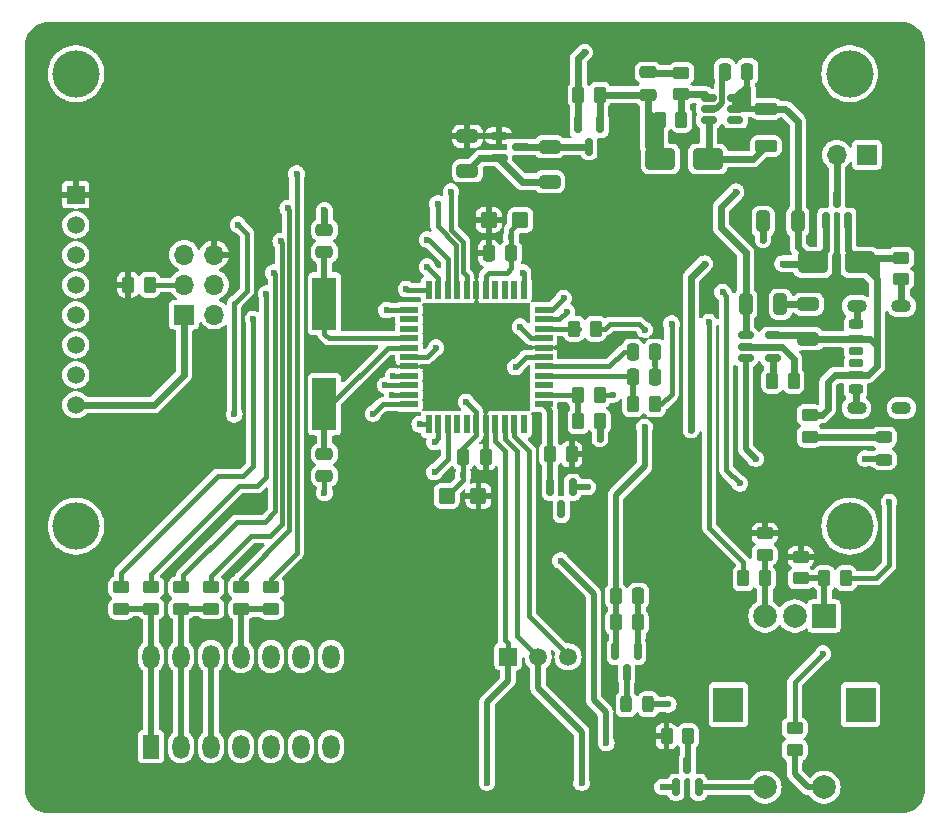
<source format=gbl>
%TF.GenerationSoftware,KiCad,Pcbnew,8.0.7*%
%TF.CreationDate,2024-12-15T20:11:50+01:00*%
%TF.ProjectId,transistor-tester,7472616e-7369-4737-946f-722d74657374,rev?*%
%TF.SameCoordinates,Original*%
%TF.FileFunction,Copper,L2,Bot*%
%TF.FilePolarity,Positive*%
%FSLAX46Y46*%
G04 Gerber Fmt 4.6, Leading zero omitted, Abs format (unit mm)*
G04 Created by KiCad (PCBNEW 8.0.7) date 2024-12-15 20:11:50*
%MOMM*%
%LPD*%
G01*
G04 APERTURE LIST*
G04 Aperture macros list*
%AMRoundRect*
0 Rectangle with rounded corners*
0 $1 Rounding radius*
0 $2 $3 $4 $5 $6 $7 $8 $9 X,Y pos of 4 corners*
0 Add a 4 corners polygon primitive as box body*
4,1,4,$2,$3,$4,$5,$6,$7,$8,$9,$2,$3,0*
0 Add four circle primitives for the rounded corners*
1,1,$1+$1,$2,$3*
1,1,$1+$1,$4,$5*
1,1,$1+$1,$6,$7*
1,1,$1+$1,$8,$9*
0 Add four rect primitives between the rounded corners*
20,1,$1+$1,$2,$3,$4,$5,0*
20,1,$1+$1,$4,$5,$6,$7,0*
20,1,$1+$1,$6,$7,$8,$9,0*
20,1,$1+$1,$8,$9,$2,$3,0*%
G04 Aperture macros list end*
%TA.AperFunction,ComponentPad*%
%ADD10R,2.000000X2.000000*%
%TD*%
%TA.AperFunction,ComponentPad*%
%ADD11C,2.000000*%
%TD*%
%TA.AperFunction,ComponentPad*%
%ADD12R,2.500000X3.000000*%
%TD*%
%TA.AperFunction,ComponentPad*%
%ADD13C,4.000000*%
%TD*%
%TA.AperFunction,ComponentPad*%
%ADD14R,1.500000X1.500000*%
%TD*%
%TA.AperFunction,ComponentPad*%
%ADD15C,1.500000*%
%TD*%
%TA.AperFunction,ComponentPad*%
%ADD16R,1.440000X2.000000*%
%TD*%
%TA.AperFunction,ComponentPad*%
%ADD17O,1.440000X2.000000*%
%TD*%
%TA.AperFunction,SMDPad,CuDef*%
%ADD18RoundRect,0.250000X-0.250000X-0.475000X0.250000X-0.475000X0.250000X0.475000X-0.250000X0.475000X0*%
%TD*%
%TA.AperFunction,SMDPad,CuDef*%
%ADD19RoundRect,0.250000X0.450000X-0.262500X0.450000X0.262500X-0.450000X0.262500X-0.450000X-0.262500X0*%
%TD*%
%TA.AperFunction,SMDPad,CuDef*%
%ADD20RoundRect,0.250000X-0.700000X0.275000X-0.700000X-0.275000X0.700000X-0.275000X0.700000X0.275000X0*%
%TD*%
%TA.AperFunction,SMDPad,CuDef*%
%ADD21RoundRect,0.250000X0.325000X0.650000X-0.325000X0.650000X-0.325000X-0.650000X0.325000X-0.650000X0*%
%TD*%
%TA.AperFunction,SMDPad,CuDef*%
%ADD22RoundRect,0.250000X0.475000X-0.250000X0.475000X0.250000X-0.475000X0.250000X-0.475000X-0.250000X0*%
%TD*%
%TA.AperFunction,SMDPad,CuDef*%
%ADD23RoundRect,0.250000X0.250000X0.475000X-0.250000X0.475000X-0.250000X-0.475000X0.250000X-0.475000X0*%
%TD*%
%TA.AperFunction,SMDPad,CuDef*%
%ADD24RoundRect,0.250000X-0.450000X-0.425000X0.450000X-0.425000X0.450000X0.425000X-0.450000X0.425000X0*%
%TD*%
%TA.AperFunction,SMDPad,CuDef*%
%ADD25RoundRect,0.250000X-0.262500X-0.450000X0.262500X-0.450000X0.262500X0.450000X-0.262500X0.450000X0*%
%TD*%
%TA.AperFunction,SMDPad,CuDef*%
%ADD26RoundRect,0.250000X0.450000X0.425000X-0.450000X0.425000X-0.450000X-0.425000X0.450000X-0.425000X0*%
%TD*%
%TA.AperFunction,SMDPad,CuDef*%
%ADD27RoundRect,0.150000X-0.150000X0.587500X-0.150000X-0.587500X0.150000X-0.587500X0.150000X0.587500X0*%
%TD*%
%TA.AperFunction,SMDPad,CuDef*%
%ADD28RoundRect,0.250000X-0.650000X0.325000X-0.650000X-0.325000X0.650000X-0.325000X0.650000X0.325000X0*%
%TD*%
%TA.AperFunction,ComponentPad*%
%ADD29R,1.700000X1.700000*%
%TD*%
%TA.AperFunction,ComponentPad*%
%ADD30O,1.700000X1.700000*%
%TD*%
%TA.AperFunction,SMDPad,CuDef*%
%ADD31RoundRect,0.175000X-0.425000X0.175000X-0.425000X-0.175000X0.425000X-0.175000X0.425000X0.175000X0*%
%TD*%
%TA.AperFunction,SMDPad,CuDef*%
%ADD32RoundRect,0.190000X0.410000X-0.190000X0.410000X0.190000X-0.410000X0.190000X-0.410000X-0.190000X0*%
%TD*%
%TA.AperFunction,SMDPad,CuDef*%
%ADD33RoundRect,0.200000X0.400000X-0.200000X0.400000X0.200000X-0.400000X0.200000X-0.400000X-0.200000X0*%
%TD*%
%TA.AperFunction,SMDPad,CuDef*%
%ADD34RoundRect,0.175000X0.425000X-0.175000X0.425000X0.175000X-0.425000X0.175000X-0.425000X-0.175000X0*%
%TD*%
%TA.AperFunction,SMDPad,CuDef*%
%ADD35RoundRect,0.190000X-0.410000X0.190000X-0.410000X-0.190000X0.410000X-0.190000X0.410000X0.190000X0*%
%TD*%
%TA.AperFunction,SMDPad,CuDef*%
%ADD36RoundRect,0.200000X-0.400000X0.200000X-0.400000X-0.200000X0.400000X-0.200000X0.400000X0.200000X0*%
%TD*%
%TA.AperFunction,ComponentPad*%
%ADD37O,1.700000X1.100000*%
%TD*%
%TA.AperFunction,SMDPad,CuDef*%
%ADD38RoundRect,0.250000X-0.325000X-0.650000X0.325000X-0.650000X0.325000X0.650000X-0.325000X0.650000X0*%
%TD*%
%TA.AperFunction,SMDPad,CuDef*%
%ADD39RoundRect,0.250000X-0.450000X0.262500X-0.450000X-0.262500X0.450000X-0.262500X0.450000X0.262500X0*%
%TD*%
%TA.AperFunction,SMDPad,CuDef*%
%ADD40RoundRect,0.150000X-0.587500X-0.150000X0.587500X-0.150000X0.587500X0.150000X-0.587500X0.150000X0*%
%TD*%
%TA.AperFunction,SMDPad,CuDef*%
%ADD41RoundRect,0.150000X-0.512500X-0.150000X0.512500X-0.150000X0.512500X0.150000X-0.512500X0.150000X0*%
%TD*%
%TA.AperFunction,SMDPad,CuDef*%
%ADD42RoundRect,0.250000X-0.475000X0.250000X-0.475000X-0.250000X0.475000X-0.250000X0.475000X0.250000X0*%
%TD*%
%TA.AperFunction,SMDPad,CuDef*%
%ADD43RoundRect,0.243750X0.456250X-0.243750X0.456250X0.243750X-0.456250X0.243750X-0.456250X-0.243750X0*%
%TD*%
%TA.AperFunction,SMDPad,CuDef*%
%ADD44RoundRect,0.250000X-1.000000X-0.650000X1.000000X-0.650000X1.000000X0.650000X-1.000000X0.650000X0*%
%TD*%
%TA.AperFunction,SMDPad,CuDef*%
%ADD45RoundRect,0.250000X0.262500X0.450000X-0.262500X0.450000X-0.262500X-0.450000X0.262500X-0.450000X0*%
%TD*%
%TA.AperFunction,SMDPad,CuDef*%
%ADD46RoundRect,0.243750X-0.243750X-0.456250X0.243750X-0.456250X0.243750X0.456250X-0.243750X0.456250X0*%
%TD*%
%TA.AperFunction,SMDPad,CuDef*%
%ADD47R,1.500000X0.550000*%
%TD*%
%TA.AperFunction,SMDPad,CuDef*%
%ADD48R,0.550000X1.500000*%
%TD*%
%TA.AperFunction,SMDPad,CuDef*%
%ADD49RoundRect,0.150000X0.150000X-0.587500X0.150000X0.587500X-0.150000X0.587500X-0.150000X-0.587500X0*%
%TD*%
%TA.AperFunction,SMDPad,CuDef*%
%ADD50RoundRect,0.250000X0.650000X-0.325000X0.650000X0.325000X-0.650000X0.325000X-0.650000X-0.325000X0*%
%TD*%
%TA.AperFunction,SMDPad,CuDef*%
%ADD51R,2.000000X4.500000*%
%TD*%
%TA.AperFunction,ViaPad*%
%ADD52C,0.600000*%
%TD*%
%TA.AperFunction,Conductor*%
%ADD53C,0.600000*%
%TD*%
%TA.AperFunction,Conductor*%
%ADD54C,0.400000*%
%TD*%
%TA.AperFunction,Conductor*%
%ADD55C,0.500000*%
%TD*%
G04 APERTURE END LIST*
D10*
%TO.P,SW1,A,A*%
%TO.N,Net-(R15-Pad1)*%
X177125000Y-105145000D03*
D11*
%TO.P,SW1,B,B*%
%TO.N,Net-(R14-Pad1)*%
X172125000Y-105145000D03*
%TO.P,SW1,C,C*%
%TO.N,GND*%
X174625000Y-105145000D03*
D12*
%TO.P,SW1,MP*%
%TO.N,N/C*%
X180225000Y-112645000D03*
X169025000Y-112645000D03*
D11*
%TO.P,SW1,S1,S1*%
%TO.N,S1*%
X177125000Y-119645000D03*
%TO.P,SW1,S2,S2*%
%TO.N,Net-(Q4-B)*%
X172125000Y-119645000D03*
%TD*%
D13*
%TO.P,J7,*%
%TO.N,*%
X113792000Y-59236000D03*
X113792000Y-97536000D03*
X179292000Y-59236000D03*
X179292000Y-97536000D03*
D14*
%TO.P,J7,1,Pin_1*%
%TO.N,+5V*%
X113772000Y-69486000D03*
D15*
%TO.P,J7,2,Pin_2*%
%TO.N,GND*%
X113772000Y-72026000D03*
%TO.P,J7,3,Pin_3*%
%TO.N,MOSI*%
X113772000Y-74566000D03*
%TO.P,J7,4,Pin_4*%
%TO.N,SCK*%
X113772000Y-77106000D03*
%TO.P,J7,5,Pin_5*%
%TO.N,LCD_CS*%
X113772000Y-79646000D03*
%TO.P,J7,6,Pin_6*%
%TO.N,LCD_DC*%
X113772000Y-82186000D03*
%TO.P,J7,7,Pin_7*%
%TO.N,LCD_RES*%
X113772000Y-84726000D03*
%TO.P,J7,8,Pin_8*%
%TO.N,MISO*%
X113772000Y-87266000D03*
%TD*%
D14*
%TO.P,J5,1,Pin_1*%
%TO.N,PA0*%
X150368000Y-108585000D03*
D15*
%TO.P,J5,2,Pin_2*%
%TO.N,PA1*%
X152908000Y-108585000D03*
%TO.P,J5,3,Pin_3*%
%TO.N,PA2*%
X155448000Y-108585000D03*
%TD*%
D16*
%TO.P,J4,1,Pin_1*%
%TO.N,PA0*%
X120142000Y-116205000D03*
D17*
%TO.P,J4,2,Pin_2*%
%TO.N,PA1*%
X122682000Y-116205000D03*
%TO.P,J4,3,Pin_3*%
%TO.N,PA2*%
X125222000Y-116205000D03*
%TO.P,J4,4,Pin_4*%
X127762000Y-116205000D03*
%TO.P,J4,5,Pin_5*%
X130302000Y-116205000D03*
%TO.P,J4,6,Pin_6*%
X132842000Y-116205000D03*
%TO.P,J4,7,Pin_7*%
X135382000Y-116205000D03*
%TO.P,J4,8,Pin_8*%
X135382000Y-108585000D03*
%TO.P,J4,9,Pin_9*%
X132842000Y-108585000D03*
%TO.P,J4,10,Pin_10*%
X130302000Y-108585000D03*
%TO.P,J4,11,Pin_11*%
X127762000Y-108585000D03*
%TO.P,J4,12,Pin_12*%
X125222000Y-108585000D03*
%TO.P,J4,13,Pin_13*%
%TO.N,PA1*%
X122682000Y-108585000D03*
%TO.P,J4,14,Pin_14*%
%TO.N,PA0*%
X120142000Y-108585000D03*
%TD*%
D18*
%TO.P,C11,1*%
%TO.N,Net-(U1-PA7)*%
X160924200Y-84886800D03*
%TO.P,C11,2*%
%TO.N,GND*%
X162824200Y-84886800D03*
%TD*%
D19*
%TO.P,R4,1*%
%TO.N,Net-(U3-FB)*%
X165049200Y-60985400D03*
%TO.P,R4,2*%
%TO.N,GND*%
X165049200Y-59160400D03*
%TD*%
D20*
%TO.P,L1,1,1*%
%TO.N,VCC*%
X172212000Y-62204600D03*
%TO.P,L1,2,2*%
%TO.N,Net-(D2-A)*%
X172212000Y-65354600D03*
%TD*%
D21*
%TO.P,C3,1*%
%TO.N,VCC*%
X174904400Y-71729600D03*
%TO.P,C3,2*%
%TO.N,GND*%
X171954400Y-71729600D03*
%TD*%
D18*
%TO.P,C6,1*%
%TO.N,+5V*%
X148717000Y-74422000D03*
%TO.P,C6,2*%
%TO.N,GND*%
X150617000Y-74422000D03*
%TD*%
D22*
%TO.P,C5,1*%
%TO.N,+6V*%
X162204400Y-61010800D03*
%TO.P,C5,2*%
%TO.N,GND*%
X162204400Y-59110800D03*
%TD*%
D23*
%TO.P,C7,1*%
%TO.N,+5V*%
X148463000Y-91694000D03*
%TO.P,C7,2*%
%TO.N,GND*%
X146563000Y-91694000D03*
%TD*%
D24*
%TO.P,C17,1*%
%TO.N,+5V*%
X148717000Y-71628000D03*
%TO.P,C17,2*%
%TO.N,GND*%
X151417000Y-71628000D03*
%TD*%
D25*
%TO.P,R6,1*%
%TO.N,+5V*%
X118190000Y-77089000D03*
%TO.P,R6,2*%
%TO.N,RESET*%
X120015000Y-77089000D03*
%TD*%
D26*
%TO.P,C15,1*%
%TO.N,+5V*%
X147861000Y-94996000D03*
%TO.P,C15,2*%
%TO.N,GND*%
X145161000Y-94996000D03*
%TD*%
D27*
%TO.P,Q2,1,B*%
%TO.N,Net-(Q2-B)*%
X156277900Y-63527700D03*
%TO.P,Q2,2,E*%
%TO.N,+6V*%
X158177900Y-63527700D03*
%TO.P,Q2,3,C*%
%TO.N,Net-(Q2-C)*%
X157227900Y-65402700D03*
%TD*%
D28*
%TO.P,C12,1*%
%TO.N,Net-(Q2-C)*%
X153875100Y-65426800D03*
%TO.P,C12,2*%
%TO.N,GND*%
X153875100Y-68376800D03*
%TD*%
D29*
%TO.P,J2,1,Pin_1*%
%TO.N,GND*%
X180746400Y-66090800D03*
D30*
%TO.P,J2,2,Pin_2*%
%TO.N,Net-(J2-Pin_2)*%
X178206400Y-66090800D03*
%TD*%
D31*
%TO.P,J1,A5,CC1*%
%TO.N,unconnected-(J1-CC1-PadA5)*%
X179796400Y-82710400D03*
D32*
%TO.P,J1,A9,VBUS*%
%TO.N,VBUS*%
X179796400Y-84730400D03*
D33*
%TO.P,J1,A12,GND*%
%TO.N,GND*%
X179796400Y-85960400D03*
D34*
%TO.P,J1,B5,CC2*%
%TO.N,unconnected-(J1-CC2-PadB5)*%
X179796400Y-83710400D03*
D35*
%TO.P,J1,B9,VBUS*%
%TO.N,VBUS*%
X179796400Y-81690400D03*
D36*
%TO.P,J1,B12,GND*%
%TO.N,GND*%
X179796400Y-80460400D03*
D37*
%TO.P,J1,S1,SHIELD*%
X183676400Y-78890400D03*
X179876400Y-78890400D03*
X183676400Y-87530400D03*
X179876400Y-87530400D03*
%TD*%
D38*
%TO.P,C1,1*%
%TO.N,Net-(J2-Pin_2)*%
X170481200Y-78740000D03*
%TO.P,C1,2*%
%TO.N,GND*%
X173431200Y-78740000D03*
%TD*%
D29*
%TO.P,J3,1,Pin_1*%
%TO.N,MISO*%
X122936000Y-79629000D03*
D30*
%TO.P,J3,2,Pin_2*%
%TO.N,SCK*%
X125476000Y-79629000D03*
%TO.P,J3,3,Pin_3*%
%TO.N,RESET*%
X122936000Y-77089000D03*
%TO.P,J3,4,Pin_4*%
%TO.N,GND*%
X125476000Y-77089000D03*
%TO.P,J3,5,Pin_5*%
%TO.N,MOSI*%
X122936000Y-74549000D03*
%TO.P,J3,6,Pin_6*%
%TO.N,+5V*%
X125476000Y-74549000D03*
%TD*%
D39*
%TO.P,R9,1*%
%TO.N,PD3*%
X120142000Y-102696000D03*
%TO.P,R9,2*%
%TO.N,PA0*%
X120142000Y-104521000D03*
%TD*%
D40*
%TO.P,U5,1,GND*%
%TO.N,GND*%
X149561700Y-66378600D03*
%TO.P,U5,2,VO*%
%TO.N,+5V*%
X149561700Y-64478600D03*
%TO.P,U5,3,VI*%
%TO.N,Net-(Q2-C)*%
X151436700Y-65428600D03*
%TD*%
D41*
%TO.P,U2,1,STAT*%
%TO.N,Net-(D4-K)*%
X170484800Y-83281600D03*
%TO.P,U2,2,V_{SS}*%
%TO.N,GND*%
X170484800Y-82331600D03*
%TO.P,U2,3,V_{BAT}*%
%TO.N,Net-(J2-Pin_2)*%
X170484800Y-81381600D03*
%TO.P,U2,4,V_{DD}*%
%TO.N,VBUS*%
X172759800Y-81381600D03*
%TO.P,U2,5,PROG*%
%TO.N,Net-(U2-PROG)*%
X172759800Y-83281600D03*
%TD*%
D39*
%TO.P,R10,1*%
%TO.N,PD4*%
X122682000Y-102719500D03*
%TO.P,R10,2*%
%TO.N,PA1*%
X122682000Y-104544500D03*
%TD*%
D42*
%TO.P,C10,1*%
%TO.N,Net-(U1-XTAL2)*%
X134823200Y-91404400D03*
%TO.P,C10,2*%
%TO.N,GND*%
X134823200Y-93304400D03*
%TD*%
D43*
%TO.P,D4,1,K*%
%TO.N,Net-(D4-K)*%
X182191900Y-91894900D03*
%TO.P,D4,2,A*%
%TO.N,Net-(D4-A)*%
X182191900Y-90019900D03*
%TD*%
D44*
%TO.P,D1,1,K*%
%TO.N,VCC*%
X176174400Y-75209400D03*
%TO.P,D1,2,A*%
%TO.N,VBUS*%
X180174400Y-75209400D03*
%TD*%
D25*
%TO.P,R22,1*%
%TO.N,Net-(Q3-B)*%
X159524100Y-105691700D03*
%TO.P,R22,2*%
%TO.N,GND*%
X161349100Y-105691700D03*
%TD*%
%TO.P,R24,1*%
%TO.N,+5V*%
X163783000Y-115316000D03*
%TO.P,R24,2*%
%TO.N,BTN*%
X165608000Y-115316000D03*
%TD*%
D39*
%TO.P,R2,1*%
%TO.N,VBUS*%
X183667400Y-74804900D03*
%TO.P,R2,2*%
%TO.N,GND*%
X183667400Y-76629900D03*
%TD*%
D45*
%TO.P,R5,1*%
%TO.N,+5V*%
X155749000Y-91440000D03*
%TO.P,R5,2*%
%TO.N,SDA*%
X153924000Y-91440000D03*
%TD*%
D27*
%TO.P,U4,1,K*%
%TO.N,SDA*%
X153924000Y-94234000D03*
%TO.P,U4,2,A*%
%TO.N,GND*%
X155824000Y-94234000D03*
%TO.P,U4,3,NC*%
%TO.N,unconnected-(U4-NC-Pad3)*%
X154874000Y-96109000D03*
%TD*%
D18*
%TO.P,C14,1*%
%TO.N,Net-(Q3-B)*%
X159486600Y-103456500D03*
%TO.P,C14,2*%
%TO.N,GND*%
X161386600Y-103456500D03*
%TD*%
D23*
%TO.P,C4,1*%
%TO.N,VCC*%
X170637200Y-59055000D03*
%TO.P,C4,2*%
%TO.N,GND*%
X168737200Y-59055000D03*
%TD*%
D39*
%TO.P,R11,1*%
%TO.N,PD5*%
X125222000Y-102696000D03*
%TO.P,R11,2*%
%TO.N,PA1*%
X125222000Y-104521000D03*
%TD*%
%TO.P,R8,1*%
%TO.N,PD2*%
X117602000Y-102719500D03*
%TO.P,R8,2*%
%TO.N,PA0*%
X117602000Y-104544500D03*
%TD*%
D46*
%TO.P,D3,1,K*%
%TO.N,Net-(D3-K)*%
X160375600Y-112623600D03*
%TO.P,D3,2,A*%
%TO.N,S1*%
X162250600Y-112623600D03*
%TD*%
D39*
%TO.P,R12,1*%
%TO.N,PD6*%
X127762000Y-102719500D03*
%TO.P,R12,2*%
%TO.N,PA2*%
X127762000Y-104544500D03*
%TD*%
%TO.P,R21,1*%
%TO.N,Net-(Q2-B)*%
X174625000Y-114634000D03*
%TO.P,R21,2*%
%TO.N,S1*%
X174625000Y-116459000D03*
%TD*%
D47*
%TO.P,U1,1,PB5*%
%TO.N,MOSI*%
X141975600Y-87210400D03*
%TO.P,U1,2,PB6*%
%TO.N,MISO*%
X141975600Y-86410400D03*
%TO.P,U1,3,PB7*%
%TO.N,SCK*%
X141975600Y-85610400D03*
%TO.P,U1,4,~{RESET}*%
%TO.N,RESET*%
X141975600Y-84810400D03*
%TO.P,U1,5,VCC*%
%TO.N,+5V*%
X141975600Y-84010400D03*
%TO.P,U1,6,GND*%
%TO.N,GND*%
X141975600Y-83210400D03*
%TO.P,U1,7,XTAL2*%
%TO.N,Net-(U1-XTAL2)*%
X141975600Y-82410400D03*
%TO.P,U1,8,XTAL1*%
%TO.N,Net-(U1-XTAL1)*%
X141975600Y-81610400D03*
%TO.P,U1,9,PD0*%
%TO.N,unconnected-(U1-PD0-Pad9)*%
X141975600Y-80810400D03*
%TO.P,U1,10,PD1*%
%TO.N,unconnected-(U1-PD1-Pad10)*%
X141975600Y-80010400D03*
%TO.P,U1,11,PD2*%
%TO.N,PD2*%
X141975600Y-79210400D03*
D48*
%TO.P,U1,12,PD3*%
%TO.N,PD3*%
X143675600Y-77510400D03*
%TO.P,U1,13,PD4*%
%TO.N,PD4*%
X144475600Y-77510400D03*
%TO.P,U1,14,PD5*%
%TO.N,PD5*%
X145275600Y-77510400D03*
%TO.P,U1,15,PD6*%
%TO.N,PD6*%
X146075600Y-77510400D03*
%TO.P,U1,16,PD7*%
%TO.N,PD7*%
X146875600Y-77510400D03*
%TO.P,U1,17,VCC*%
%TO.N,+5V*%
X147675600Y-77510400D03*
%TO.P,U1,18,GND*%
%TO.N,GND*%
X148475600Y-77510400D03*
%TO.P,U1,19,PC0*%
%TO.N,unconnected-(U1-PC0-Pad19)*%
X149275600Y-77510400D03*
%TO.P,U1,20,PC1*%
%TO.N,unconnected-(U1-PC1-Pad20)*%
X150075600Y-77510400D03*
%TO.P,U1,21,PC2*%
%TO.N,unconnected-(U1-PC2-Pad21)*%
X150875600Y-77510400D03*
%TO.P,U1,22,PC3*%
%TO.N,PC3*%
X151675600Y-77510400D03*
D47*
%TO.P,U1,23,PC4*%
%TO.N,PC4*%
X153375600Y-79210400D03*
%TO.P,U1,24,PC5*%
%TO.N,Net-(U1-PC5)*%
X153375600Y-80010400D03*
%TO.P,U1,25,PC6*%
%TO.N,PWR*%
X153375600Y-80810400D03*
%TO.P,U1,26,PC7*%
%TO.N,BTN*%
X153375600Y-81610400D03*
%TO.P,U1,27,AVCC*%
%TO.N,+5V*%
X153375600Y-82410400D03*
%TO.P,U1,28,GND*%
%TO.N,GND*%
X153375600Y-83210400D03*
%TO.P,U1,29,AREF*%
%TO.N,Net-(U1-AREF)*%
X153375600Y-84010400D03*
%TO.P,U1,30,PA7*%
%TO.N,Net-(U1-PA7)*%
X153375600Y-84810400D03*
%TO.P,U1,31,PA6*%
%TO.N,unconnected-(U1-PA6-Pad31)*%
X153375600Y-85610400D03*
%TO.P,U1,32,PA5*%
%TO.N,U BAT*%
X153375600Y-86410400D03*
%TO.P,U1,33,PA4*%
%TO.N,SDA*%
X153375600Y-87210400D03*
D48*
%TO.P,U1,34,PA3*%
%TO.N,unconnected-(U1-PA3-Pad34)*%
X151675600Y-88910400D03*
%TO.P,U1,35,PA2*%
%TO.N,PA2*%
X150875600Y-88910400D03*
%TO.P,U1,36,PA1*%
%TO.N,PA1*%
X150075600Y-88910400D03*
%TO.P,U1,37,PA0*%
%TO.N,PA0*%
X149275600Y-88910400D03*
%TO.P,U1,38,VCC*%
%TO.N,+5V*%
X148475600Y-88910400D03*
%TO.P,U1,39,GND*%
%TO.N,GND*%
X147675600Y-88910400D03*
%TO.P,U1,40,PB0*%
%TO.N,unconnected-(U1-PB0-Pad40)*%
X146875600Y-88910400D03*
%TO.P,U1,41,PB1*%
%TO.N,unconnected-(U1-PB1-Pad41)*%
X146075600Y-88910400D03*
%TO.P,U1,42,PB2*%
%TO.N,LCD_RES*%
X145275600Y-88910400D03*
%TO.P,U1,43,PB3*%
%TO.N,LCD_DC*%
X144475600Y-88910400D03*
%TO.P,U1,44,PB4*%
%TO.N,LCD_CS*%
X143675600Y-88910400D03*
%TD*%
D27*
%TO.P,Q3,1,B*%
%TO.N,Net-(Q3-B)*%
X159451000Y-108130100D03*
%TO.P,Q3,2,E*%
%TO.N,GND*%
X161351000Y-108130100D03*
%TO.P,Q3,3,C*%
%TO.N,Net-(D3-K)*%
X160401000Y-110005100D03*
%TD*%
D28*
%TO.P,C13,1*%
%TO.N,+5V*%
X146915500Y-64514200D03*
%TO.P,C13,2*%
%TO.N,GND*%
X146915500Y-67464200D03*
%TD*%
D25*
%TO.P,R3,1*%
%TO.N,+6V*%
X163224200Y-63144400D03*
%TO.P,R3,2*%
%TO.N,Net-(U3-FB)*%
X165049200Y-63144400D03*
%TD*%
D19*
%TO.P,R15,1*%
%TO.N,Net-(R15-Pad1)*%
X175158400Y-101955600D03*
%TO.P,R15,2*%
%TO.N,+5V*%
X175158400Y-100130600D03*
%TD*%
D44*
%TO.P,D2,1,K*%
%TO.N,+6V*%
X163271200Y-66446400D03*
%TO.P,D2,2,A*%
%TO.N,Net-(D2-A)*%
X167271200Y-66446400D03*
%TD*%
D49*
%TO.P,Q4,1,B*%
%TO.N,Net-(Q4-B)*%
X166497000Y-119634000D03*
%TO.P,Q4,2,E*%
%TO.N,GND*%
X164597000Y-119634000D03*
%TO.P,Q4,3,C*%
%TO.N,BTN*%
X165547000Y-117759000D03*
%TD*%
D41*
%TO.P,U3,1,SW*%
%TO.N,Net-(D2-A)*%
X167340700Y-63158400D03*
%TO.P,U3,2,GND*%
%TO.N,GND*%
X167340700Y-62208400D03*
%TO.P,U3,3,FB*%
%TO.N,Net-(U3-FB)*%
X167340700Y-61258400D03*
%TO.P,U3,4,EN*%
%TO.N,VCC*%
X169615700Y-61258400D03*
%TO.P,U3,5,IN*%
X169615700Y-62208400D03*
%TO.P,U3,6,NC*%
%TO.N,unconnected-(U3-NC-Pad6)*%
X169615700Y-63158400D03*
%TD*%
D49*
%TO.P,Q1,1,G*%
%TO.N,VBUS*%
X179156400Y-71701900D03*
%TO.P,Q1,2,S*%
%TO.N,VCC*%
X177256400Y-71701900D03*
%TO.P,Q1,3,D*%
%TO.N,Net-(J2-Pin_2)*%
X178206400Y-69826900D03*
%TD*%
D45*
%TO.P,R18,1*%
%TO.N,VCC*%
X158138500Y-88646000D03*
%TO.P,R18,2*%
%TO.N,U BAT*%
X156313500Y-88646000D03*
%TD*%
D25*
%TO.P,R19,1*%
%TO.N,U BAT*%
X156298600Y-86395800D03*
%TO.P,R19,2*%
%TO.N,GND*%
X158123600Y-86395800D03*
%TD*%
%TO.P,R1,1*%
%TO.N,Net-(U2-PROG)*%
X172720000Y-85242400D03*
%TO.P,R1,2*%
%TO.N,GND*%
X174545000Y-85242400D03*
%TD*%
D45*
%TO.P,R20,1*%
%TO.N,+6V*%
X158140400Y-61010800D03*
%TO.P,R20,2*%
%TO.N,Net-(Q2-B)*%
X156315400Y-61010800D03*
%TD*%
D19*
%TO.P,R14,1*%
%TO.N,Net-(R14-Pad1)*%
X172110400Y-99974400D03*
%TO.P,R14,2*%
%TO.N,+5V*%
X172110400Y-98149400D03*
%TD*%
D25*
%TO.P,R7,1*%
%TO.N,Net-(U1-PA7)*%
X160961700Y-87223600D03*
%TO.P,R7,2*%
%TO.N,Net-(U1-PC5)*%
X162786700Y-87223600D03*
%TD*%
D50*
%TO.P,C2,1*%
%TO.N,VBUS*%
X175793400Y-81686400D03*
%TO.P,C2,2*%
%TO.N,GND*%
X175793400Y-78736400D03*
%TD*%
D45*
%TO.P,R17,1*%
%TO.N,PC3*%
X178964600Y-101955600D03*
%TO.P,R17,2*%
%TO.N,Net-(R15-Pad1)*%
X177139600Y-101955600D03*
%TD*%
D25*
%TO.P,R23,1*%
%TO.N,PWR*%
X155956000Y-80807800D03*
%TO.P,R23,2*%
%TO.N,Net-(Q3-B)*%
X157781000Y-80807800D03*
%TD*%
D22*
%TO.P,C9,1*%
%TO.N,Net-(U1-XTAL1)*%
X134823200Y-74356000D03*
%TO.P,C9,2*%
%TO.N,GND*%
X134823200Y-72456000D03*
%TD*%
D18*
%TO.P,C8,1*%
%TO.N,Net-(U1-AREF)*%
X160909000Y-82804000D03*
%TO.P,C8,2*%
%TO.N,GND*%
X162809000Y-82804000D03*
%TD*%
D45*
%TO.P,R16,1*%
%TO.N,Net-(R14-Pad1)*%
X172110400Y-101955600D03*
%TO.P,R16,2*%
%TO.N,PC4*%
X170285400Y-101955600D03*
%TD*%
D39*
%TO.P,R13,1*%
%TO.N,PD7*%
X130302000Y-102719500D03*
%TO.P,R13,2*%
%TO.N,PA2*%
X130302000Y-104544500D03*
%TD*%
%TO.P,R25,1*%
%TO.N,VBUS*%
X175920400Y-88139900D03*
%TO.P,R25,2*%
%TO.N,Net-(D4-A)*%
X175920400Y-89964900D03*
%TD*%
D51*
%TO.P,Y1,1,1*%
%TO.N,Net-(U1-XTAL1)*%
X134823200Y-78706400D03*
%TO.P,Y1,2,2*%
%TO.N,Net-(U1-XTAL2)*%
X134823200Y-87206400D03*
%TD*%
D52*
%TO.N,Net-(J2-Pin_2)*%
X169672000Y-69215000D03*
%TO.N,GND*%
X157099000Y-94234000D03*
X148082000Y-66378600D03*
X159258000Y-86395800D03*
X151003000Y-84074000D03*
X161349100Y-106807000D03*
X150617000Y-73025000D03*
X174371000Y-78736400D03*
X162809000Y-83820000D03*
X134823200Y-70789800D03*
X146812000Y-87021800D03*
X163576000Y-59160400D03*
X144272000Y-82423000D03*
X134823200Y-94742000D03*
X168503200Y-60325000D03*
X174545000Y-83439000D03*
X163449000Y-119634000D03*
X171954400Y-73275400D03*
X146563000Y-93218000D03*
%TO.N,VCC*%
X173609000Y-75311000D03*
X165862000Y-89408000D03*
X158138500Y-90146500D03*
X167005000Y-75311000D03*
%TO.N,Net-(Q3-B)*%
X161925000Y-80899000D03*
X161925000Y-89154000D03*
%TO.N,S1*%
X163931600Y-112623600D03*
X174625000Y-117348000D03*
%TO.N,Net-(D4-K)*%
X171323000Y-91821000D03*
X180594000Y-91821000D03*
%TO.N,MISO*%
X140538600Y-86410400D03*
X122936000Y-83439000D03*
%TO.N,SCK*%
X139966400Y-85610400D03*
%TO.N,RESET*%
X140614600Y-84810400D03*
%TO.N,MOSI*%
X127190500Y-88074500D03*
X127508000Y-72009000D03*
X138938000Y-88011000D03*
%TO.N,PA1*%
X156591000Y-119253000D03*
%TO.N,PA0*%
X148590000Y-119253000D03*
%TO.N,LCD_RES*%
X144145000Y-92964000D03*
%TO.N,LCD_CS*%
X142885400Y-88910400D03*
%TO.N,LCD_DC*%
X144145000Y-90424000D03*
%TO.N,Net-(Q2-B)*%
X156845000Y-57404000D03*
X177038000Y-108331000D03*
%TO.N,BTN*%
X165608000Y-116459000D03*
X158686500Y-115887500D03*
X154813000Y-100457000D03*
X151385200Y-80645000D03*
%TO.N,Net-(U1-PC5)*%
X155321000Y-79375000D03*
X164211000Y-80391000D03*
%TO.N,PD2*%
X140081000Y-79248000D03*
X128778000Y-80010000D03*
%TO.N,PD3*%
X141732000Y-77470000D03*
X129911000Y-77851000D03*
%TO.N,PD4*%
X130511000Y-76073000D03*
X143510000Y-75565000D03*
%TO.N,PD5*%
X143510000Y-73279000D03*
X131111000Y-73406842D03*
%TO.N,PD6*%
X131711000Y-70612000D03*
X144399000Y-70231000D03*
%TO.N,PD7*%
X145542000Y-69215000D03*
X132461000Y-67691000D03*
%TO.N,PC4*%
X167386000Y-80264000D03*
X155067000Y-78232000D03*
%TO.N,PC3*%
X182626000Y-95504000D03*
X151638000Y-76073000D03*
X168529000Y-77724000D03*
X169989500Y-93916500D03*
%TD*%
D53*
%TO.N,Net-(J2-Pin_2)*%
X168402000Y-72263000D02*
X168402000Y-70485000D01*
X168402000Y-70485000D02*
X169672000Y-69215000D01*
X170481200Y-74342200D02*
X168402000Y-72263000D01*
X170481200Y-81378000D02*
X170484800Y-81381600D01*
X170481200Y-78740000D02*
X170481200Y-81378000D01*
X178206400Y-66090800D02*
X178206400Y-69826900D01*
X170481200Y-78740000D02*
X170481200Y-74342200D01*
D54*
%TO.N,GND*%
X162809000Y-82804000D02*
X162809000Y-83820000D01*
X162809000Y-83820000D02*
X162809000Y-84871600D01*
D55*
X161349100Y-105691700D02*
X161349100Y-106807000D01*
X161386600Y-103456500D02*
X161386600Y-105654200D01*
D54*
X150617000Y-74422000D02*
X150617000Y-73025000D01*
D53*
X175793400Y-78736400D02*
X174371000Y-78736400D01*
X179876400Y-78890400D02*
X179876400Y-80380400D01*
D54*
X148475600Y-77510400D02*
X148475600Y-76360400D01*
X150617000Y-75697000D02*
X150617000Y-74422000D01*
D53*
X134823200Y-72456000D02*
X134823200Y-70789800D01*
D54*
X148763000Y-76073000D02*
X150241000Y-76073000D01*
D53*
X163576000Y-59160400D02*
X162254000Y-59160400D01*
X174545000Y-83693000D02*
X174545000Y-83439000D01*
D54*
X150241000Y-76073000D02*
X150617000Y-75697000D01*
D53*
X179796400Y-85960400D02*
X179796400Y-87450400D01*
D54*
X150617000Y-73025000D02*
X150617000Y-72428000D01*
X150617000Y-72428000D02*
X151417000Y-71628000D01*
X147675600Y-89814400D02*
X146563000Y-90927000D01*
X148475600Y-76360400D02*
X148763000Y-76073000D01*
D55*
X168003199Y-62208400D02*
X167340700Y-62208400D01*
D54*
X146563000Y-90927000D02*
X146563000Y-91694000D01*
D53*
X173517600Y-82331600D02*
X170484800Y-82331600D01*
X149561700Y-66378600D02*
X148082000Y-66378600D01*
D54*
X147675600Y-88910400D02*
X147675600Y-89814400D01*
D55*
X164597000Y-119634000D02*
X163449000Y-119634000D01*
X168503200Y-61708399D02*
X168003199Y-62208400D01*
D54*
X146563000Y-91694000D02*
X146563000Y-93218000D01*
D55*
X168503200Y-60325000D02*
X168503200Y-61708399D01*
D53*
X183667400Y-76629900D02*
X183667400Y-78881400D01*
D54*
X146563000Y-93594000D02*
X145161000Y-94996000D01*
D55*
X161349100Y-106807000D02*
X161349100Y-108128200D01*
D54*
X158123600Y-86395800D02*
X159258000Y-86395800D01*
D55*
X155824000Y-94234000D02*
X157099000Y-94234000D01*
D54*
X146563000Y-93218000D02*
X146563000Y-93594000D01*
D53*
X174545000Y-83439000D02*
X174545000Y-83359000D01*
D54*
X143484600Y-83210400D02*
X144272000Y-82423000D01*
D55*
X168503200Y-59289000D02*
X168503200Y-60325000D01*
D54*
X151866600Y-83210400D02*
X151003000Y-84074000D01*
X141975600Y-83210400D02*
X143484600Y-83210400D01*
X147675600Y-88910400D02*
X147675600Y-87885400D01*
X147675600Y-87885400D02*
X146812000Y-87021800D01*
D53*
X174371000Y-78736400D02*
X173434800Y-78736400D01*
D54*
X134823200Y-93304400D02*
X134823200Y-94742000D01*
D53*
X151559900Y-68376800D02*
X153875100Y-68376800D01*
X174545000Y-85242400D02*
X174545000Y-83693000D01*
X148082000Y-66378600D02*
X148001100Y-66378600D01*
X148001100Y-66378600D02*
X146915500Y-67464200D01*
X149561700Y-66378600D02*
X151559900Y-68376800D01*
D54*
X153375600Y-83210400D02*
X151866600Y-83210400D01*
D53*
X174545000Y-83359000D02*
X173517600Y-82331600D01*
X165049200Y-59160400D02*
X163576000Y-59160400D01*
X171954400Y-71729600D02*
X171954400Y-73275400D01*
%TO.N,VBUS*%
X175488600Y-81381600D02*
X175793400Y-81686400D01*
X181483000Y-74804900D02*
X181483000Y-76518000D01*
X179796400Y-84730400D02*
X178032600Y-84730400D01*
X181610000Y-82296000D02*
X181610000Y-83947000D01*
X181004400Y-81690400D02*
X181610000Y-82296000D01*
X177419000Y-87630000D02*
X176909100Y-88139900D01*
X181610000Y-76645000D02*
X180174400Y-75209400D01*
X172759800Y-81381600D02*
X175488600Y-81381600D01*
X179796400Y-81690400D02*
X175797400Y-81690400D01*
X181483000Y-74804900D02*
X180578900Y-74804900D01*
X178032600Y-84730400D02*
X177419000Y-85344000D01*
X181483000Y-76518000D02*
X181610000Y-76645000D01*
X180826600Y-84730400D02*
X179796400Y-84730400D01*
X179156400Y-71701900D02*
X179156400Y-74191400D01*
X179156400Y-74191400D02*
X180174400Y-75209400D01*
X176909100Y-88139900D02*
X175920400Y-88139900D01*
X181610000Y-82296000D02*
X181610000Y-76645000D01*
X179796400Y-81690400D02*
X181004400Y-81690400D01*
X177419000Y-85344000D02*
X177419000Y-87630000D01*
X181610000Y-83947000D02*
X180826600Y-84730400D01*
X183667400Y-74804900D02*
X181483000Y-74804900D01*
D55*
%TO.N,VCC*%
X170307000Y-62204600D02*
X170307000Y-61722000D01*
D53*
X174904400Y-73939400D02*
X176174400Y-75209400D01*
X169615700Y-61258400D02*
X169615700Y-61722000D01*
X165862000Y-76454000D02*
X167005000Y-75311000D01*
X158138500Y-88646000D02*
X158138500Y-90146500D01*
D55*
X170555050Y-60319050D02*
X170688000Y-60452000D01*
D53*
X169615700Y-61722000D02*
X170307000Y-61722000D01*
D55*
X170307000Y-62204600D02*
X169619500Y-62204600D01*
D53*
X174904400Y-71729600D02*
X174904400Y-63271400D01*
X173837600Y-62204600D02*
X172212000Y-62204600D01*
D55*
X170307000Y-60960000D02*
X170110550Y-60763550D01*
D53*
X177256400Y-71701900D02*
X177256400Y-74127400D01*
X174904400Y-71729600D02*
X174904400Y-73939400D01*
D55*
X172212000Y-62204600D02*
X170688000Y-62204600D01*
D53*
X169615700Y-61722000D02*
X169615700Y-62208400D01*
D55*
X170688000Y-62204600D02*
X170307000Y-62204600D01*
D53*
X165862000Y-89408000D02*
X165862000Y-76454000D01*
D55*
X170637200Y-60236900D02*
X170555050Y-60319050D01*
X170307000Y-61722000D02*
X170307000Y-60960000D01*
X170688000Y-60452000D02*
X170688000Y-62204600D01*
X170555050Y-60319050D02*
X170110550Y-60763550D01*
D53*
X177256400Y-74127400D02*
X176174400Y-75209400D01*
D55*
X170637200Y-59055000D02*
X170637200Y-60236900D01*
D53*
X174904400Y-63271400D02*
X173837600Y-62204600D01*
X173609000Y-75311000D02*
X176072800Y-75311000D01*
D55*
X170110550Y-60763550D02*
X169615700Y-61258400D01*
D53*
%TO.N,+6V*%
X162204400Y-61010800D02*
X162204400Y-62484000D01*
X162204400Y-63119000D02*
X162204400Y-64135000D01*
X162204400Y-64135000D02*
X162204400Y-64643000D01*
X163224200Y-64135000D02*
X162204400Y-64135000D01*
X163224200Y-63144400D02*
X162229800Y-63144400D01*
X162864800Y-63144400D02*
X162204400Y-62484000D01*
X162306000Y-65278000D02*
X162204400Y-65379600D01*
X163224200Y-64897000D02*
X163224200Y-65278000D01*
X162204400Y-64643000D02*
X162204400Y-64897000D01*
X163224200Y-63144400D02*
X163224200Y-64135000D01*
X162204400Y-62484000D02*
X162204400Y-63119000D01*
X162204400Y-64897000D02*
X162204400Y-65379600D01*
X158140400Y-61010800D02*
X158140400Y-63490200D01*
X163224200Y-63144400D02*
X162864800Y-63144400D01*
X162204400Y-65379600D02*
X163271200Y-66446400D01*
X163224200Y-64897000D02*
X162204400Y-64897000D01*
X163224200Y-65278000D02*
X162306000Y-65278000D01*
X163224200Y-64135000D02*
X163224200Y-64643000D01*
X163224200Y-64643000D02*
X163224200Y-64897000D01*
X162204400Y-61010800D02*
X158140400Y-61010800D01*
X163224200Y-64643000D02*
X162204400Y-64643000D01*
X162229800Y-63144400D02*
X162204400Y-63119000D01*
X163224200Y-65278000D02*
X163224200Y-66399400D01*
X158140400Y-63490200D02*
X158177900Y-63527700D01*
X163169600Y-63144400D02*
X162687000Y-63627000D01*
D54*
%TO.N,+5V*%
X148475600Y-88910400D02*
X148475600Y-91681400D01*
%TO.N,Net-(U1-AREF)*%
X160909000Y-82804000D02*
X160147000Y-82804000D01*
X153375600Y-84010400D02*
X158940600Y-84010400D01*
X160147000Y-82804000D02*
X158940600Y-84010400D01*
%TO.N,Net-(U1-XTAL1)*%
X135204400Y-81610400D02*
X134823200Y-81229200D01*
D55*
X134823200Y-74356000D02*
X134823200Y-78706400D01*
D54*
X134823200Y-81229200D02*
X134823200Y-78706400D01*
X141975600Y-81610400D02*
X135204400Y-81610400D01*
%TO.N,Net-(U1-XTAL2)*%
X135412000Y-87206400D02*
X140208000Y-82410400D01*
X141975600Y-82410400D02*
X140208000Y-82410400D01*
D55*
X134823200Y-87206400D02*
X134823200Y-91404400D01*
%TO.N,Net-(U1-PA7)*%
X160924200Y-84886800D02*
X160924200Y-87186100D01*
D54*
X153375600Y-84810400D02*
X160847800Y-84810400D01*
D53*
%TO.N,Net-(Q2-C)*%
X153875100Y-65426800D02*
X151438500Y-65426800D01*
X157227900Y-65402700D02*
X153899200Y-65402700D01*
D55*
%TO.N,Net-(Q3-B)*%
X159486600Y-94894400D02*
X161925000Y-92456000D01*
X159486600Y-103456500D02*
X159486600Y-94894400D01*
X159486600Y-103456500D02*
X159486600Y-105654200D01*
D54*
X161417000Y-80391000D02*
X161925000Y-80899000D01*
D55*
X161925000Y-92456000D02*
X161925000Y-89154000D01*
X159524100Y-105691700D02*
X159524100Y-108057000D01*
D54*
X157781000Y-80807800D02*
X158587200Y-80807800D01*
D55*
X159524100Y-108057000D02*
X159451000Y-108130100D01*
D54*
X159004000Y-80391000D02*
X161417000Y-80391000D01*
X158587200Y-80807800D02*
X159004000Y-80391000D01*
D53*
%TO.N,Net-(D2-A)*%
X167340700Y-63158400D02*
X167340700Y-66376900D01*
X171120200Y-66446400D02*
X172212000Y-65354600D01*
X167271200Y-66446400D02*
X171120200Y-66446400D01*
D55*
%TO.N,S1*%
X174625000Y-118491000D02*
X175779000Y-119645000D01*
X174625000Y-116459000D02*
X174625000Y-118491000D01*
X162250600Y-112623600D02*
X163931600Y-112623600D01*
X175779000Y-119645000D02*
X177125000Y-119645000D01*
%TO.N,Net-(D3-K)*%
X160401000Y-110005100D02*
X160401000Y-112598200D01*
%TO.N,Net-(D4-K)*%
X170484800Y-90982800D02*
X171323000Y-91821000D01*
X170484800Y-83281600D02*
X170484800Y-90982800D01*
X180594000Y-91821000D02*
X182118000Y-91821000D01*
D53*
%TO.N,Net-(D4-A)*%
X182191900Y-90019900D02*
X175975400Y-90019900D01*
%TO.N,MISO*%
X122936000Y-84709000D02*
X120379000Y-87266000D01*
D54*
X141975600Y-86410400D02*
X140538600Y-86410400D01*
D53*
X120379000Y-87266000D02*
X113772000Y-87266000D01*
X122936000Y-79629000D02*
X122936000Y-83439000D01*
X122936000Y-83439000D02*
X122936000Y-84709000D01*
D54*
%TO.N,SCK*%
X141975600Y-85610400D02*
X139966400Y-85610400D01*
%TO.N,RESET*%
X141975600Y-84810400D02*
X140614600Y-84810400D01*
X122936000Y-77089000D02*
X120015000Y-77089000D01*
%TO.N,MOSI*%
X128270000Y-77597000D02*
X128270000Y-72771000D01*
X141975600Y-87210400D02*
X139738600Y-87210400D01*
X127190500Y-78613000D02*
X127254000Y-78613000D01*
X138938000Y-88011000D02*
X139738600Y-87210400D01*
X127254000Y-78613000D02*
X128270000Y-77597000D01*
X127190500Y-88074500D02*
X127190500Y-78613000D01*
X128270000Y-72771000D02*
X127508000Y-72009000D01*
%TO.N,PA1*%
X150075600Y-90131600D02*
X151130000Y-91186000D01*
X151130000Y-106807000D02*
X152908000Y-108585000D01*
D55*
X152908000Y-111252000D02*
X152908000Y-108585000D01*
X156591000Y-119253000D02*
X156591000Y-114935000D01*
D54*
X151130000Y-91186000D02*
X151130000Y-106807000D01*
D55*
X156591000Y-114935000D02*
X152908000Y-111252000D01*
X122682000Y-108585000D02*
X122682000Y-116205000D01*
X125222000Y-104521000D02*
X122705500Y-104521000D01*
D54*
X150075600Y-88910400D02*
X150075600Y-90131600D01*
D55*
X122682000Y-104544500D02*
X122682000Y-108585000D01*
D54*
%TO.N,PA2*%
X150875600Y-89915600D02*
X152146000Y-91186000D01*
D55*
X127762000Y-104544500D02*
X127762000Y-108585000D01*
X130302000Y-104544500D02*
X127762000Y-104544500D01*
X125222000Y-108585000D02*
X125222000Y-116205000D01*
D54*
X152146000Y-105156000D02*
X155321000Y-108331000D01*
X152146000Y-91186000D02*
X152146000Y-105156000D01*
X150875600Y-88910400D02*
X150875600Y-89915600D01*
D55*
%TO.N,PA0*%
X148590000Y-112395000D02*
X148590000Y-119253000D01*
D54*
X149275600Y-88910400D02*
X149275600Y-90347600D01*
X150114000Y-91186000D02*
X150114000Y-107188000D01*
D55*
X150368000Y-108585000D02*
X150368000Y-110617000D01*
D54*
X149275600Y-90347600D02*
X150114000Y-91186000D01*
X150368000Y-107442000D02*
X150368000Y-108585000D01*
D55*
X120142000Y-104521000D02*
X117625500Y-104521000D01*
X120142000Y-104521000D02*
X120142000Y-108585000D01*
X120142000Y-108585000D02*
X120142000Y-116205000D01*
D54*
X150114000Y-107188000D02*
X150368000Y-107442000D01*
D55*
X150368000Y-110617000D02*
X148590000Y-112395000D01*
D54*
%TO.N,LCD_RES*%
X145275600Y-88910400D02*
X145275600Y-91833400D01*
X145275600Y-91833400D02*
X144145000Y-92964000D01*
%TO.N,LCD_CS*%
X143675600Y-88910400D02*
X142885400Y-88910400D01*
%TO.N,LCD_DC*%
X144475600Y-88910400D02*
X144475600Y-90093400D01*
X144475600Y-90093400D02*
X144145000Y-90424000D01*
D53*
%TO.N,Net-(Q2-B)*%
X156315400Y-61010800D02*
X156315400Y-57933600D01*
X156315400Y-61010800D02*
X156315400Y-63490200D01*
D54*
X174625000Y-110744000D02*
X177038000Y-108331000D01*
D53*
X156315400Y-57933600D02*
X156845000Y-57404000D01*
X156315400Y-63490200D02*
X156277900Y-63527700D01*
D54*
X174625000Y-114634000D02*
X174625000Y-110744000D01*
D55*
%TO.N,Net-(Q4-B)*%
X172125000Y-119645000D02*
X166508000Y-119645000D01*
%TO.N,BTN*%
X158623000Y-115824000D02*
X158623000Y-113284000D01*
X165608000Y-115316000D02*
X165608000Y-116459000D01*
X165608000Y-117698000D02*
X165547000Y-117759000D01*
X158623000Y-113284000D02*
X157607000Y-112268000D01*
X157607000Y-112268000D02*
X157607000Y-103251000D01*
D54*
X153375600Y-81610400D02*
X152350600Y-81610400D01*
D55*
X157607000Y-103251000D02*
X154940000Y-100584000D01*
X158686500Y-115887500D02*
X158623000Y-115824000D01*
X165608000Y-116459000D02*
X165608000Y-117698000D01*
D54*
X152350600Y-81610400D02*
X151385200Y-80645000D01*
D53*
%TO.N,Net-(U2-PROG)*%
X172759800Y-83281600D02*
X172759800Y-85202600D01*
%TO.N,Net-(U3-FB)*%
X167067700Y-60985400D02*
X167340700Y-61258400D01*
X165049200Y-60985400D02*
X167067700Y-60985400D01*
X165049200Y-60985400D02*
X165049200Y-63144400D01*
D55*
%TO.N,SDA*%
X153924000Y-87758800D02*
X153375600Y-87210400D01*
X153924000Y-91948000D02*
X153924000Y-94234000D01*
X153924000Y-91948000D02*
X153924000Y-87758800D01*
D54*
%TO.N,Net-(U1-PC5)*%
X162786700Y-87223600D02*
X163347400Y-87223600D01*
X164211000Y-86360000D02*
X164211000Y-80391000D01*
X163347400Y-87223600D02*
X164211000Y-86360000D01*
X154685600Y-80010400D02*
X155321000Y-79375000D01*
X153375600Y-80010400D02*
X154685600Y-80010400D01*
%TO.N,PD2*%
X128778000Y-80010000D02*
X128778000Y-92456000D01*
X117602000Y-101473000D02*
X125793500Y-93281500D01*
X141975600Y-79210400D02*
X140118600Y-79210400D01*
X117602000Y-102719500D02*
X117602000Y-101473000D01*
X127952500Y-93281500D02*
X125793500Y-93281500D01*
X128778000Y-92456000D02*
X127952500Y-93281500D01*
X140118600Y-79210400D02*
X140081000Y-79248000D01*
%TO.N,PD3*%
X127576500Y-94165500D02*
X129090500Y-94165500D01*
X120142000Y-102696000D02*
X120142000Y-101600000D01*
X120142000Y-101600000D02*
X127576500Y-94165500D01*
X129911000Y-93345000D02*
X129911000Y-77851000D01*
X141772400Y-77510400D02*
X141732000Y-77470000D01*
X129090500Y-94165500D02*
X129911000Y-93345000D01*
X143675600Y-77510400D02*
X141772400Y-77510400D01*
%TO.N,PD4*%
X129794000Y-97155000D02*
X127381000Y-97155000D01*
X122860750Y-101675250D02*
X122860750Y-102540750D01*
X144475600Y-76530600D02*
X143510000Y-75565000D01*
X130511000Y-76073000D02*
X130661000Y-76223000D01*
X130661000Y-96288000D02*
X129794000Y-97155000D01*
X127381000Y-97155000D02*
X122860750Y-101675250D01*
X144475600Y-77510400D02*
X144475600Y-76530600D01*
X130661000Y-76223000D02*
X130661000Y-96288000D01*
%TO.N,PD5*%
X131261000Y-73556842D02*
X131111000Y-73406842D01*
X125222000Y-102696000D02*
X125222000Y-101727000D01*
X145275600Y-77510400D02*
X145275600Y-74930000D01*
X145275600Y-74930000D02*
X145275600Y-74917600D01*
X128578500Y-98370500D02*
X130247500Y-98370500D01*
X125222000Y-101727000D02*
X128578500Y-98370500D01*
X130247500Y-98370500D02*
X131261000Y-97357000D01*
X131261000Y-97357000D02*
X131261000Y-73556842D01*
X145275600Y-74917600D02*
X143637000Y-73279000D01*
%TO.N,PD6*%
X127762000Y-102719500D02*
X127762000Y-101981000D01*
X146075600Y-77510400D02*
X145958000Y-77392800D01*
X127762000Y-101981000D02*
X131861000Y-97882000D01*
X145958000Y-77392800D02*
X145958000Y-73704894D01*
X131861000Y-70762000D02*
X131711000Y-70612000D01*
X144399000Y-72145894D02*
X144399000Y-70231000D01*
X145958000Y-73704894D02*
X144399000Y-72145894D01*
X131861000Y-97882000D02*
X131861000Y-70762000D01*
%TO.N,PD7*%
X146875600Y-77510400D02*
X146875600Y-76360400D01*
X130302000Y-101981000D02*
X132461000Y-99822000D01*
X145542000Y-72440366D02*
X145542000Y-69215000D01*
X132461000Y-99822000D02*
X132461000Y-67691000D01*
X146875600Y-76360400D02*
X146558000Y-76042800D01*
X146558000Y-76042800D02*
X146558000Y-73456366D01*
X130302000Y-102719500D02*
X130302000Y-101981000D01*
X146558000Y-73456366D02*
X145542000Y-72440366D01*
D55*
%TO.N,Net-(R14-Pad1)*%
X172110400Y-99974400D02*
X172110400Y-101955600D01*
X172110400Y-101955600D02*
X172110400Y-105130400D01*
%TO.N,Net-(R15-Pad1)*%
X177139600Y-101955600D02*
X177139600Y-105130400D01*
X177139600Y-101955600D02*
X175158400Y-101955600D01*
D54*
%TO.N,PC4*%
X170285400Y-100562400D02*
X167386000Y-97663000D01*
X167386000Y-97663000D02*
X167386000Y-80264000D01*
X154088600Y-79210400D02*
X155067000Y-78232000D01*
X170285400Y-101955600D02*
X170285400Y-100562400D01*
X153375600Y-79210400D02*
X154088600Y-79210400D01*
%TO.N,PC3*%
X168846500Y-78041500D02*
X168529000Y-77724000D01*
X151675600Y-76110600D02*
X151638000Y-76073000D01*
X151675600Y-77510400D02*
X151675600Y-76110600D01*
X182626000Y-100838000D02*
X181508400Y-101955600D01*
X181508400Y-101955600D02*
X178964600Y-101955600D01*
X168846500Y-92773500D02*
X169989500Y-93916500D01*
X168846500Y-92773500D02*
X168846500Y-78041500D01*
X182626000Y-95504000D02*
X182626000Y-100838000D01*
%TO.N,U BAT*%
X153375600Y-86410400D02*
X156284000Y-86410400D01*
D55*
X156298600Y-86395800D02*
X156298600Y-88631100D01*
D54*
%TO.N,PWR*%
X153375600Y-80810400D02*
X156334400Y-80810400D01*
%TD*%
%TA.AperFunction,Conductor*%
%TO.N,+5V*%
G36*
X183773028Y-54856764D02*
G01*
X184010540Y-54872331D01*
X184026596Y-54874446D01*
X184256026Y-54920082D01*
X184271681Y-54924277D01*
X184493190Y-54999469D01*
X184508162Y-55005670D01*
X184659667Y-55080384D01*
X184717960Y-55109131D01*
X184732007Y-55117241D01*
X184926502Y-55247199D01*
X184939366Y-55257070D01*
X185115231Y-55411299D01*
X185126700Y-55422768D01*
X185280929Y-55598633D01*
X185290803Y-55611501D01*
X185420758Y-55805992D01*
X185428868Y-55820039D01*
X185532326Y-56029830D01*
X185538533Y-56044816D01*
X185613720Y-56266312D01*
X185617918Y-56281979D01*
X185663552Y-56511398D01*
X185665669Y-56527479D01*
X185681234Y-56764941D01*
X185681500Y-56773051D01*
X185681500Y-119883948D01*
X185681234Y-119892058D01*
X185665669Y-120129520D01*
X185663552Y-120145601D01*
X185617918Y-120375020D01*
X185613720Y-120390687D01*
X185538533Y-120612183D01*
X185532326Y-120627169D01*
X185428868Y-120836960D01*
X185420758Y-120851007D01*
X185290803Y-121045498D01*
X185280929Y-121058366D01*
X185126700Y-121234231D01*
X185115231Y-121245700D01*
X184939366Y-121399929D01*
X184926498Y-121409803D01*
X184732007Y-121539758D01*
X184717960Y-121547868D01*
X184508169Y-121651326D01*
X184493183Y-121657533D01*
X184271687Y-121732720D01*
X184256020Y-121736918D01*
X184026601Y-121782552D01*
X184010520Y-121784669D01*
X183773058Y-121800234D01*
X183764948Y-121800500D01*
X111383052Y-121800500D01*
X111374942Y-121800234D01*
X111137479Y-121784669D01*
X111121398Y-121782552D01*
X110891979Y-121736918D01*
X110876312Y-121732720D01*
X110654816Y-121657533D01*
X110639830Y-121651326D01*
X110430039Y-121547868D01*
X110415992Y-121539758D01*
X110221501Y-121409803D01*
X110208633Y-121399929D01*
X110032768Y-121245700D01*
X110021299Y-121234231D01*
X109867070Y-121058366D01*
X109857196Y-121045498D01*
X109781317Y-120931938D01*
X109727241Y-120851007D01*
X109719131Y-120836960D01*
X109687096Y-120772000D01*
X109615670Y-120627162D01*
X109609469Y-120612190D01*
X109534277Y-120390681D01*
X109530081Y-120375020D01*
X109529880Y-120374010D01*
X109484446Y-120145596D01*
X109482331Y-120129540D01*
X109466764Y-119892028D01*
X109466500Y-119883948D01*
X109466500Y-102391298D01*
X116501500Y-102391298D01*
X116501500Y-103047701D01*
X116504401Y-103084567D01*
X116504402Y-103084573D01*
X116550254Y-103242393D01*
X116550255Y-103242396D01*
X116633917Y-103383862D01*
X116633923Y-103383870D01*
X116750129Y-103500076D01*
X116750132Y-103500078D01*
X116750135Y-103500081D01*
X116791040Y-103524272D01*
X116792724Y-103525268D01*
X116840407Y-103576338D01*
X116852910Y-103645079D01*
X116826264Y-103709669D01*
X116792724Y-103738732D01*
X116750135Y-103763919D01*
X116750129Y-103763923D01*
X116633923Y-103880129D01*
X116633917Y-103880137D01*
X116550255Y-104021603D01*
X116550254Y-104021606D01*
X116504402Y-104179426D01*
X116504401Y-104179432D01*
X116501500Y-104216298D01*
X116501500Y-104872701D01*
X116504401Y-104909567D01*
X116504402Y-104909573D01*
X116550254Y-105067393D01*
X116550255Y-105067396D01*
X116633917Y-105208862D01*
X116633923Y-105208870D01*
X116750129Y-105325076D01*
X116750133Y-105325079D01*
X116750135Y-105325081D01*
X116891602Y-105408744D01*
X116933224Y-105420836D01*
X117049426Y-105454597D01*
X117049429Y-105454597D01*
X117049431Y-105454598D01*
X117086306Y-105457500D01*
X117086314Y-105457500D01*
X118117686Y-105457500D01*
X118117694Y-105457500D01*
X118154569Y-105454598D01*
X118154571Y-105454597D01*
X118154573Y-105454597D01*
X118225467Y-105434000D01*
X118312398Y-105408744D01*
X118453865Y-105325081D01*
X118477370Y-105301576D01*
X118571128Y-105207819D01*
X118632451Y-105174334D01*
X118658809Y-105171500D01*
X119108692Y-105171500D01*
X119175731Y-105191185D01*
X119196368Y-105207814D01*
X119290130Y-105301576D01*
X119290133Y-105301579D01*
X119290140Y-105301585D01*
X119403524Y-105368638D01*
X119416473Y-105376297D01*
X119430620Y-105384663D01*
X119478304Y-105435731D01*
X119491500Y-105491395D01*
X119491500Y-107329420D01*
X119471815Y-107396459D01*
X119440387Y-107429736D01*
X119433831Y-107434500D01*
X119412041Y-107450331D01*
X119287332Y-107575040D01*
X119183662Y-107717729D01*
X119103593Y-107874872D01*
X119049089Y-108042615D01*
X119021500Y-108216809D01*
X119021500Y-108953190D01*
X119049089Y-109127384D01*
X119103593Y-109295127D01*
X119139972Y-109366524D01*
X119183662Y-109452270D01*
X119287330Y-109594957D01*
X119412043Y-109719670D01*
X119440384Y-109740261D01*
X119483050Y-109795589D01*
X119491500Y-109840579D01*
X119491500Y-114682594D01*
X119471815Y-114749633D01*
X119419011Y-114795388D01*
X119386898Y-114805067D01*
X119296699Y-114819352D01*
X119271702Y-114832089D01*
X119183658Y-114876950D01*
X119183657Y-114876951D01*
X119183652Y-114876954D01*
X119093954Y-114966652D01*
X119093951Y-114966657D01*
X119036352Y-115079698D01*
X119021500Y-115173475D01*
X119021500Y-117236517D01*
X119030485Y-117293245D01*
X119036354Y-117330304D01*
X119093950Y-117443342D01*
X119093952Y-117443344D01*
X119093954Y-117443347D01*
X119183652Y-117533045D01*
X119183654Y-117533046D01*
X119183658Y-117533050D01*
X119289468Y-117586963D01*
X119296698Y-117590647D01*
X119390475Y-117605499D01*
X119390481Y-117605500D01*
X120893518Y-117605499D01*
X120987304Y-117590646D01*
X121100342Y-117533050D01*
X121190050Y-117443342D01*
X121247646Y-117330304D01*
X121247646Y-117330302D01*
X121247647Y-117330301D01*
X121262499Y-117236524D01*
X121262500Y-117236519D01*
X121262499Y-115173482D01*
X121247646Y-115079696D01*
X121190050Y-114966658D01*
X121190046Y-114966654D01*
X121190045Y-114966652D01*
X121100347Y-114876954D01*
X121100344Y-114876952D01*
X121100342Y-114876950D01*
X121012298Y-114832089D01*
X120987301Y-114819352D01*
X120897101Y-114805066D01*
X120833967Y-114775136D01*
X120797036Y-114715824D01*
X120792500Y-114682593D01*
X120792500Y-109840579D01*
X120812185Y-109773540D01*
X120843614Y-109740261D01*
X120871957Y-109719670D01*
X120996670Y-109594957D01*
X121100338Y-109452270D01*
X121180408Y-109295123D01*
X121234910Y-109127384D01*
X121249524Y-109035113D01*
X121262500Y-108953190D01*
X121262500Y-108216809D01*
X121234910Y-108042615D01*
X121180406Y-107874872D01*
X121100337Y-107717729D01*
X121066539Y-107671210D01*
X120996670Y-107575043D01*
X120871957Y-107450330D01*
X120843613Y-107429737D01*
X120800949Y-107374407D01*
X120792500Y-107329420D01*
X120792500Y-105491395D01*
X120812185Y-105424356D01*
X120853380Y-105384663D01*
X120867527Y-105376297D01*
X120954137Y-105325076D01*
X120993859Y-105301585D01*
X120993863Y-105301582D01*
X120993865Y-105301581D01*
X121110081Y-105185365D01*
X121193744Y-105043898D01*
X121239598Y-104886069D01*
X121242500Y-104849194D01*
X121242500Y-104192806D01*
X121239598Y-104155931D01*
X121227265Y-104113482D01*
X121200571Y-104021602D01*
X121193744Y-103998102D01*
X121110081Y-103856635D01*
X121110079Y-103856633D01*
X121110076Y-103856629D01*
X120993870Y-103740423D01*
X120993862Y-103740417D01*
X120951276Y-103715232D01*
X120903593Y-103664163D01*
X120891089Y-103595422D01*
X120917734Y-103530832D01*
X120951276Y-103501768D01*
X120954127Y-103500082D01*
X120993865Y-103476581D01*
X121110081Y-103360365D01*
X121193744Y-103218898D01*
X121239598Y-103061069D01*
X121242500Y-103024194D01*
X121242500Y-102367806D01*
X121239598Y-102330931D01*
X121237676Y-102324316D01*
X121193745Y-102173106D01*
X121193744Y-102173103D01*
X121193744Y-102173102D01*
X121110081Y-102031635D01*
X121110079Y-102031633D01*
X121110076Y-102031629D01*
X120993870Y-101915423D01*
X120993867Y-101915421D01*
X120993865Y-101915419D01*
X120931606Y-101878599D01*
X120883923Y-101827529D01*
X120871420Y-101758787D01*
X120898066Y-101694198D01*
X120907037Y-101684196D01*
X127788917Y-94802319D01*
X127850240Y-94768834D01*
X127876598Y-94766000D01*
X129003831Y-94766000D01*
X129003847Y-94766001D01*
X129011443Y-94766001D01*
X129169554Y-94766001D01*
X129169557Y-94766001D01*
X129322285Y-94725077D01*
X129372404Y-94696139D01*
X129459216Y-94646020D01*
X129571020Y-94534216D01*
X129571020Y-94534214D01*
X129581228Y-94524007D01*
X129581229Y-94524004D01*
X129848820Y-94256414D01*
X129910142Y-94222930D01*
X129979834Y-94227914D01*
X130035767Y-94269786D01*
X130060184Y-94335250D01*
X130060500Y-94344096D01*
X130060500Y-95987903D01*
X130040815Y-96054942D01*
X130024181Y-96075584D01*
X129581584Y-96518181D01*
X129520261Y-96551666D01*
X129493903Y-96554500D01*
X127467669Y-96554500D01*
X127467653Y-96554499D01*
X127460057Y-96554499D01*
X127301943Y-96554499D01*
X127194587Y-96583265D01*
X127149210Y-96595424D01*
X127149209Y-96595425D01*
X127099096Y-96624359D01*
X127099095Y-96624360D01*
X127055689Y-96649420D01*
X127012285Y-96674479D01*
X127012282Y-96674481D01*
X122380229Y-101306534D01*
X122355199Y-101349889D01*
X122344619Y-101368215D01*
X122301173Y-101443465D01*
X122260249Y-101596193D01*
X122260249Y-101596195D01*
X122260249Y-101684481D01*
X122240564Y-101751520D01*
X122187760Y-101797275D01*
X122145981Y-101808098D01*
X122129441Y-101809400D01*
X122129426Y-101809402D01*
X121971606Y-101855254D01*
X121971603Y-101855255D01*
X121830137Y-101938917D01*
X121830129Y-101938923D01*
X121713923Y-102055129D01*
X121713917Y-102055137D01*
X121630255Y-102196603D01*
X121630254Y-102196606D01*
X121584402Y-102354426D01*
X121584401Y-102354432D01*
X121581500Y-102391298D01*
X121581500Y-103047701D01*
X121584401Y-103084567D01*
X121584402Y-103084573D01*
X121630254Y-103242393D01*
X121630255Y-103242396D01*
X121713917Y-103383862D01*
X121713923Y-103383870D01*
X121830129Y-103500076D01*
X121830132Y-103500078D01*
X121830135Y-103500081D01*
X121871040Y-103524272D01*
X121872724Y-103525268D01*
X121920407Y-103576338D01*
X121932910Y-103645079D01*
X121906264Y-103709669D01*
X121872724Y-103738732D01*
X121830135Y-103763919D01*
X121830129Y-103763923D01*
X121713923Y-103880129D01*
X121713917Y-103880137D01*
X121630255Y-104021603D01*
X121630254Y-104021606D01*
X121584402Y-104179426D01*
X121584401Y-104179432D01*
X121581500Y-104216298D01*
X121581500Y-104872701D01*
X121584401Y-104909567D01*
X121584402Y-104909573D01*
X121630254Y-105067393D01*
X121630255Y-105067396D01*
X121713917Y-105208862D01*
X121713923Y-105208870D01*
X121830129Y-105325076D01*
X121830140Y-105325085D01*
X121970620Y-105408163D01*
X122018304Y-105459231D01*
X122031500Y-105514895D01*
X122031500Y-107329420D01*
X122011815Y-107396459D01*
X121980387Y-107429736D01*
X121973831Y-107434500D01*
X121952041Y-107450331D01*
X121827332Y-107575040D01*
X121723662Y-107717729D01*
X121643593Y-107874872D01*
X121589089Y-108042615D01*
X121561500Y-108216809D01*
X121561500Y-108953190D01*
X121589089Y-109127384D01*
X121643593Y-109295127D01*
X121679972Y-109366524D01*
X121723662Y-109452270D01*
X121827330Y-109594957D01*
X121952043Y-109719670D01*
X121980384Y-109740261D01*
X122023050Y-109795589D01*
X122031500Y-109840579D01*
X122031500Y-114949420D01*
X122011815Y-115016459D01*
X121980387Y-115049736D01*
X121966514Y-115059815D01*
X121952041Y-115070331D01*
X121827332Y-115195040D01*
X121723662Y-115337729D01*
X121643593Y-115494872D01*
X121589089Y-115662615D01*
X121561500Y-115836809D01*
X121561500Y-116573190D01*
X121589089Y-116747384D01*
X121643593Y-116915127D01*
X121677614Y-116981896D01*
X121723662Y-117072270D01*
X121827330Y-117214957D01*
X121952043Y-117339670D01*
X122094730Y-117443338D01*
X122168975Y-117481167D01*
X122251872Y-117523406D01*
X122251874Y-117523406D01*
X122251877Y-117523408D01*
X122341788Y-117552622D01*
X122419615Y-117577910D01*
X122593810Y-117605500D01*
X122593815Y-117605500D01*
X122770190Y-117605500D01*
X122944384Y-117577910D01*
X123112123Y-117523408D01*
X123269270Y-117443338D01*
X123411957Y-117339670D01*
X123536670Y-117214957D01*
X123640338Y-117072270D01*
X123720408Y-116915123D01*
X123774910Y-116747384D01*
X123779372Y-116719211D01*
X123802500Y-116573190D01*
X123802500Y-115836809D01*
X123774910Y-115662615D01*
X123736401Y-115544098D01*
X123720408Y-115494877D01*
X123720406Y-115494874D01*
X123720406Y-115494872D01*
X123640337Y-115337729D01*
X123611741Y-115298370D01*
X123536670Y-115195043D01*
X123411957Y-115070330D01*
X123383613Y-115049737D01*
X123340949Y-114994407D01*
X123332500Y-114949420D01*
X123332500Y-109840579D01*
X123352185Y-109773540D01*
X123383614Y-109740261D01*
X123411957Y-109719670D01*
X123536670Y-109594957D01*
X123640338Y-109452270D01*
X123720408Y-109295123D01*
X123774910Y-109127384D01*
X123789524Y-109035113D01*
X123802500Y-108953190D01*
X123802500Y-108216809D01*
X124101500Y-108216809D01*
X124101500Y-108953190D01*
X124129089Y-109127384D01*
X124183593Y-109295127D01*
X124219972Y-109366524D01*
X124263662Y-109452270D01*
X124367330Y-109594957D01*
X124492043Y-109719670D01*
X124520384Y-109740261D01*
X124563050Y-109795589D01*
X124571500Y-109840579D01*
X124571500Y-114949420D01*
X124551815Y-115016459D01*
X124520387Y-115049736D01*
X124506514Y-115059815D01*
X124492041Y-115070331D01*
X124367332Y-115195040D01*
X124263662Y-115337729D01*
X124183593Y-115494872D01*
X124129089Y-115662615D01*
X124101500Y-115836809D01*
X124101500Y-116573190D01*
X124129089Y-116747384D01*
X124183593Y-116915127D01*
X124217614Y-116981896D01*
X124263662Y-117072270D01*
X124367330Y-117214957D01*
X124492043Y-117339670D01*
X124634730Y-117443338D01*
X124708975Y-117481167D01*
X124791872Y-117523406D01*
X124791874Y-117523406D01*
X124791877Y-117523408D01*
X124881788Y-117552622D01*
X124959615Y-117577910D01*
X125133810Y-117605500D01*
X125133815Y-117605500D01*
X125310190Y-117605500D01*
X125484384Y-117577910D01*
X125652123Y-117523408D01*
X125809270Y-117443338D01*
X125951957Y-117339670D01*
X126076670Y-117214957D01*
X126180338Y-117072270D01*
X126260408Y-116915123D01*
X126314910Y-116747384D01*
X126319372Y-116719211D01*
X126342500Y-116573190D01*
X126342500Y-115836809D01*
X126641500Y-115836809D01*
X126641500Y-116573190D01*
X126669089Y-116747384D01*
X126723593Y-116915127D01*
X126757614Y-116981896D01*
X126803662Y-117072270D01*
X126907330Y-117214957D01*
X127032043Y-117339670D01*
X127174730Y-117443338D01*
X127248975Y-117481167D01*
X127331872Y-117523406D01*
X127331874Y-117523406D01*
X127331877Y-117523408D01*
X127421788Y-117552622D01*
X127499615Y-117577910D01*
X127673810Y-117605500D01*
X127673815Y-117605500D01*
X127850190Y-117605500D01*
X128024384Y-117577910D01*
X128192123Y-117523408D01*
X128349270Y-117443338D01*
X128491957Y-117339670D01*
X128616670Y-117214957D01*
X128720338Y-117072270D01*
X128800408Y-116915123D01*
X128854910Y-116747384D01*
X128859372Y-116719211D01*
X128882500Y-116573190D01*
X128882500Y-115836809D01*
X129181500Y-115836809D01*
X129181500Y-116573190D01*
X129209089Y-116747384D01*
X129263593Y-116915127D01*
X129297614Y-116981896D01*
X129343662Y-117072270D01*
X129447330Y-117214957D01*
X129572043Y-117339670D01*
X129714730Y-117443338D01*
X129788975Y-117481167D01*
X129871872Y-117523406D01*
X129871874Y-117523406D01*
X129871877Y-117523408D01*
X129961788Y-117552622D01*
X130039615Y-117577910D01*
X130213810Y-117605500D01*
X130213815Y-117605500D01*
X130390190Y-117605500D01*
X130564384Y-117577910D01*
X130732123Y-117523408D01*
X130889270Y-117443338D01*
X131031957Y-117339670D01*
X131156670Y-117214957D01*
X131260338Y-117072270D01*
X131340408Y-116915123D01*
X131394910Y-116747384D01*
X131399372Y-116719211D01*
X131422500Y-116573190D01*
X131422500Y-115836809D01*
X131721500Y-115836809D01*
X131721500Y-116573190D01*
X131749089Y-116747384D01*
X131803593Y-116915127D01*
X131837614Y-116981896D01*
X131883662Y-117072270D01*
X131987330Y-117214957D01*
X132112043Y-117339670D01*
X132254730Y-117443338D01*
X132328975Y-117481167D01*
X132411872Y-117523406D01*
X132411874Y-117523406D01*
X132411877Y-117523408D01*
X132501788Y-117552622D01*
X132579615Y-117577910D01*
X132753810Y-117605500D01*
X132753815Y-117605500D01*
X132930190Y-117605500D01*
X133104384Y-117577910D01*
X133272123Y-117523408D01*
X133429270Y-117443338D01*
X133571957Y-117339670D01*
X133696670Y-117214957D01*
X133800338Y-117072270D01*
X133880408Y-116915123D01*
X133934910Y-116747384D01*
X133939372Y-116719211D01*
X133962500Y-116573190D01*
X133962500Y-115836809D01*
X134261500Y-115836809D01*
X134261500Y-116573190D01*
X134289089Y-116747384D01*
X134343593Y-116915127D01*
X134377614Y-116981896D01*
X134423662Y-117072270D01*
X134527330Y-117214957D01*
X134652043Y-117339670D01*
X134794730Y-117443338D01*
X134868975Y-117481167D01*
X134951872Y-117523406D01*
X134951874Y-117523406D01*
X134951877Y-117523408D01*
X135041788Y-117552622D01*
X135119615Y-117577910D01*
X135293810Y-117605500D01*
X135293815Y-117605500D01*
X135470190Y-117605500D01*
X135644384Y-117577910D01*
X135812123Y-117523408D01*
X135969270Y-117443338D01*
X136111957Y-117339670D01*
X136236670Y-117214957D01*
X136340338Y-117072270D01*
X136420408Y-116915123D01*
X136474910Y-116747384D01*
X136479372Y-116719211D01*
X136502500Y-116573190D01*
X136502500Y-115836809D01*
X136474910Y-115662615D01*
X136436401Y-115544098D01*
X136420408Y-115494877D01*
X136420406Y-115494874D01*
X136420406Y-115494872D01*
X136340337Y-115337729D01*
X136311741Y-115298370D01*
X136236670Y-115195043D01*
X136111957Y-115070330D01*
X135969270Y-114966662D01*
X135935431Y-114949420D01*
X135812127Y-114886593D01*
X135644384Y-114832089D01*
X135470190Y-114804500D01*
X135470185Y-114804500D01*
X135293815Y-114804500D01*
X135293810Y-114804500D01*
X135119615Y-114832089D01*
X134951872Y-114886593D01*
X134794729Y-114966662D01*
X134652040Y-115070332D01*
X134527332Y-115195040D01*
X134423662Y-115337729D01*
X134343593Y-115494872D01*
X134289089Y-115662615D01*
X134261500Y-115836809D01*
X133962500Y-115836809D01*
X133934910Y-115662615D01*
X133896401Y-115544098D01*
X133880408Y-115494877D01*
X133880406Y-115494874D01*
X133880406Y-115494872D01*
X133800337Y-115337729D01*
X133771741Y-115298370D01*
X133696670Y-115195043D01*
X133571957Y-115070330D01*
X133429270Y-114966662D01*
X133395431Y-114949420D01*
X133272127Y-114886593D01*
X133104384Y-114832089D01*
X132930190Y-114804500D01*
X132930185Y-114804500D01*
X132753815Y-114804500D01*
X132753810Y-114804500D01*
X132579615Y-114832089D01*
X132411872Y-114886593D01*
X132254729Y-114966662D01*
X132112040Y-115070332D01*
X131987332Y-115195040D01*
X131883662Y-115337729D01*
X131803593Y-115494872D01*
X131749089Y-115662615D01*
X131721500Y-115836809D01*
X131422500Y-115836809D01*
X131394910Y-115662615D01*
X131356401Y-115544098D01*
X131340408Y-115494877D01*
X131340406Y-115494874D01*
X131340406Y-115494872D01*
X131260337Y-115337729D01*
X131231741Y-115298370D01*
X131156670Y-115195043D01*
X131031957Y-115070330D01*
X130889270Y-114966662D01*
X130855431Y-114949420D01*
X130732127Y-114886593D01*
X130564384Y-114832089D01*
X130390190Y-114804500D01*
X130390185Y-114804500D01*
X130213815Y-114804500D01*
X130213810Y-114804500D01*
X130039615Y-114832089D01*
X129871872Y-114886593D01*
X129714729Y-114966662D01*
X129572040Y-115070332D01*
X129447332Y-115195040D01*
X129343662Y-115337729D01*
X129263593Y-115494872D01*
X129209089Y-115662615D01*
X129181500Y-115836809D01*
X128882500Y-115836809D01*
X128854910Y-115662615D01*
X128816401Y-115544098D01*
X128800408Y-115494877D01*
X128800406Y-115494874D01*
X128800406Y-115494872D01*
X128720337Y-115337729D01*
X128691741Y-115298370D01*
X128616670Y-115195043D01*
X128491957Y-115070330D01*
X128349270Y-114966662D01*
X128315431Y-114949420D01*
X128192127Y-114886593D01*
X128024384Y-114832089D01*
X127850190Y-114804500D01*
X127850185Y-114804500D01*
X127673815Y-114804500D01*
X127673810Y-114804500D01*
X127499615Y-114832089D01*
X127331872Y-114886593D01*
X127174729Y-114966662D01*
X127032040Y-115070332D01*
X126907332Y-115195040D01*
X126803662Y-115337729D01*
X126723593Y-115494872D01*
X126669089Y-115662615D01*
X126641500Y-115836809D01*
X126342500Y-115836809D01*
X126314910Y-115662615D01*
X126276401Y-115544098D01*
X126260408Y-115494877D01*
X126260406Y-115494874D01*
X126260406Y-115494872D01*
X126180337Y-115337729D01*
X126151741Y-115298370D01*
X126076670Y-115195043D01*
X125951957Y-115070330D01*
X125923613Y-115049737D01*
X125880949Y-114994407D01*
X125872500Y-114949420D01*
X125872500Y-109840579D01*
X125892185Y-109773540D01*
X125923614Y-109740261D01*
X125951957Y-109719670D01*
X126076670Y-109594957D01*
X126180338Y-109452270D01*
X126260408Y-109295123D01*
X126314910Y-109127384D01*
X126329524Y-109035113D01*
X126342500Y-108953190D01*
X126342500Y-108216809D01*
X126314910Y-108042615D01*
X126260406Y-107874872D01*
X126180337Y-107717729D01*
X126146539Y-107671210D01*
X126076670Y-107575043D01*
X125951957Y-107450330D01*
X125809270Y-107346662D01*
X125773211Y-107328289D01*
X125652127Y-107266593D01*
X125484384Y-107212089D01*
X125310190Y-107184500D01*
X125310185Y-107184500D01*
X125133815Y-107184500D01*
X125133810Y-107184500D01*
X124959615Y-107212089D01*
X124791872Y-107266593D01*
X124634729Y-107346662D01*
X124492040Y-107450332D01*
X124367332Y-107575040D01*
X124263662Y-107717729D01*
X124183593Y-107874872D01*
X124129089Y-108042615D01*
X124101500Y-108216809D01*
X123802500Y-108216809D01*
X123774910Y-108042615D01*
X123720406Y-107874872D01*
X123640337Y-107717729D01*
X123606539Y-107671210D01*
X123536670Y-107575043D01*
X123411957Y-107450330D01*
X123383613Y-107429737D01*
X123340949Y-107374407D01*
X123332500Y-107329420D01*
X123332500Y-105514895D01*
X123352185Y-105447856D01*
X123393380Y-105408163D01*
X123533859Y-105325085D01*
X123533863Y-105325082D01*
X123533865Y-105325081D01*
X123557370Y-105301576D01*
X123651128Y-105207819D01*
X123712451Y-105174334D01*
X123738809Y-105171500D01*
X124188692Y-105171500D01*
X124255731Y-105191185D01*
X124276368Y-105207814D01*
X124370135Y-105301581D01*
X124511602Y-105385244D01*
X124553224Y-105397336D01*
X124669426Y-105431097D01*
X124669429Y-105431097D01*
X124669431Y-105431098D01*
X124706306Y-105434000D01*
X124706314Y-105434000D01*
X125737686Y-105434000D01*
X125737694Y-105434000D01*
X125774569Y-105431098D01*
X125774571Y-105431097D01*
X125774573Y-105431097D01*
X125816191Y-105419005D01*
X125932398Y-105385244D01*
X126073865Y-105301581D01*
X126190081Y-105185365D01*
X126273744Y-105043898D01*
X126319598Y-104886069D01*
X126322500Y-104849194D01*
X126322500Y-104192806D01*
X126319598Y-104155931D01*
X126307265Y-104113482D01*
X126280571Y-104021602D01*
X126273744Y-103998102D01*
X126190081Y-103856635D01*
X126190079Y-103856633D01*
X126190076Y-103856629D01*
X126073870Y-103740423D01*
X126073862Y-103740417D01*
X126031276Y-103715232D01*
X125983593Y-103664163D01*
X125971089Y-103595422D01*
X125997734Y-103530832D01*
X126031276Y-103501768D01*
X126034127Y-103500082D01*
X126073865Y-103476581D01*
X126190081Y-103360365D01*
X126273744Y-103218898D01*
X126319598Y-103061069D01*
X126322500Y-103024194D01*
X126322500Y-102367806D01*
X126319598Y-102330931D01*
X126317676Y-102324316D01*
X126273745Y-102173106D01*
X126273744Y-102173103D01*
X126273744Y-102173102D01*
X126190081Y-102031635D01*
X126190079Y-102031633D01*
X126190076Y-102031629D01*
X126068349Y-101909902D01*
X126070142Y-101908108D01*
X126036499Y-101861519D01*
X126032712Y-101791752D01*
X126065725Y-101732508D01*
X128790916Y-99007319D01*
X128852239Y-98973834D01*
X128878597Y-98971000D01*
X129623403Y-98971000D01*
X129690442Y-98990685D01*
X129736197Y-99043489D01*
X129746141Y-99112647D01*
X129717116Y-99176203D01*
X129711085Y-99182679D01*
X128513164Y-100380600D01*
X127393286Y-101500478D01*
X127281481Y-101612282D01*
X127281480Y-101612284D01*
X127260893Y-101647943D01*
X127242930Y-101679056D01*
X127242929Y-101679057D01*
X127202423Y-101749215D01*
X127199311Y-101756728D01*
X127198138Y-101756242D01*
X127166049Y-101808872D01*
X127117247Y-101836183D01*
X127051605Y-101855254D01*
X127051603Y-101855255D01*
X126910137Y-101938917D01*
X126910129Y-101938923D01*
X126793923Y-102055129D01*
X126793917Y-102055137D01*
X126710255Y-102196603D01*
X126710254Y-102196606D01*
X126664402Y-102354426D01*
X126664401Y-102354432D01*
X126661500Y-102391298D01*
X126661500Y-103047701D01*
X126664401Y-103084567D01*
X126664402Y-103084573D01*
X126710254Y-103242393D01*
X126710255Y-103242396D01*
X126793917Y-103383862D01*
X126793923Y-103383870D01*
X126910129Y-103500076D01*
X126910132Y-103500078D01*
X126910135Y-103500081D01*
X126951040Y-103524272D01*
X126952724Y-103525268D01*
X127000407Y-103576338D01*
X127012910Y-103645079D01*
X126986264Y-103709669D01*
X126952724Y-103738732D01*
X126910135Y-103763919D01*
X126910129Y-103763923D01*
X126793923Y-103880129D01*
X126793917Y-103880137D01*
X126710255Y-104021603D01*
X126710254Y-104021606D01*
X126664402Y-104179426D01*
X126664401Y-104179432D01*
X126661500Y-104216298D01*
X126661500Y-104872701D01*
X126664401Y-104909567D01*
X126664402Y-104909573D01*
X126710254Y-105067393D01*
X126710255Y-105067396D01*
X126793917Y-105208862D01*
X126793923Y-105208870D01*
X126910129Y-105325076D01*
X126910140Y-105325085D01*
X127050620Y-105408163D01*
X127098304Y-105459231D01*
X127111500Y-105514895D01*
X127111500Y-107329420D01*
X127091815Y-107396459D01*
X127060387Y-107429736D01*
X127053831Y-107434500D01*
X127032041Y-107450331D01*
X126907332Y-107575040D01*
X126803662Y-107717729D01*
X126723593Y-107874872D01*
X126669089Y-108042615D01*
X126641500Y-108216809D01*
X126641500Y-108953190D01*
X126669089Y-109127384D01*
X126723593Y-109295127D01*
X126759972Y-109366524D01*
X126803662Y-109452270D01*
X126907330Y-109594957D01*
X127032043Y-109719670D01*
X127174730Y-109823338D01*
X127208568Y-109840579D01*
X127331872Y-109903406D01*
X127331874Y-109903406D01*
X127331877Y-109903408D01*
X127421788Y-109932622D01*
X127499615Y-109957910D01*
X127673810Y-109985500D01*
X127673815Y-109985500D01*
X127850190Y-109985500D01*
X128024384Y-109957910D01*
X128192123Y-109903408D01*
X128349270Y-109823338D01*
X128491957Y-109719670D01*
X128616670Y-109594957D01*
X128720338Y-109452270D01*
X128800408Y-109295123D01*
X128854910Y-109127384D01*
X128869524Y-109035113D01*
X128882500Y-108953190D01*
X128882500Y-108216809D01*
X129181500Y-108216809D01*
X129181500Y-108953190D01*
X129209089Y-109127384D01*
X129263593Y-109295127D01*
X129299972Y-109366524D01*
X129343662Y-109452270D01*
X129447330Y-109594957D01*
X129572043Y-109719670D01*
X129714730Y-109823338D01*
X129748568Y-109840579D01*
X129871872Y-109903406D01*
X129871874Y-109903406D01*
X129871877Y-109903408D01*
X129961788Y-109932622D01*
X130039615Y-109957910D01*
X130213810Y-109985500D01*
X130213815Y-109985500D01*
X130390190Y-109985500D01*
X130564384Y-109957910D01*
X130732123Y-109903408D01*
X130889270Y-109823338D01*
X131031957Y-109719670D01*
X131156670Y-109594957D01*
X131260338Y-109452270D01*
X131340408Y-109295123D01*
X131394910Y-109127384D01*
X131409524Y-109035113D01*
X131422500Y-108953190D01*
X131422500Y-108216809D01*
X131721500Y-108216809D01*
X131721500Y-108953190D01*
X131749089Y-109127384D01*
X131803593Y-109295127D01*
X131839972Y-109366524D01*
X131883662Y-109452270D01*
X131987330Y-109594957D01*
X132112043Y-109719670D01*
X132254730Y-109823338D01*
X132288568Y-109840579D01*
X132411872Y-109903406D01*
X132411874Y-109903406D01*
X132411877Y-109903408D01*
X132501788Y-109932622D01*
X132579615Y-109957910D01*
X132753810Y-109985500D01*
X132753815Y-109985500D01*
X132930190Y-109985500D01*
X133104384Y-109957910D01*
X133272123Y-109903408D01*
X133429270Y-109823338D01*
X133571957Y-109719670D01*
X133696670Y-109594957D01*
X133800338Y-109452270D01*
X133880408Y-109295123D01*
X133934910Y-109127384D01*
X133949524Y-109035113D01*
X133962500Y-108953190D01*
X133962500Y-108216809D01*
X134261500Y-108216809D01*
X134261500Y-108953190D01*
X134289089Y-109127384D01*
X134343593Y-109295127D01*
X134379972Y-109366524D01*
X134423662Y-109452270D01*
X134527330Y-109594957D01*
X134652043Y-109719670D01*
X134794730Y-109823338D01*
X134828568Y-109840579D01*
X134951872Y-109903406D01*
X134951874Y-109903406D01*
X134951877Y-109903408D01*
X135041788Y-109932622D01*
X135119615Y-109957910D01*
X135293810Y-109985500D01*
X135293815Y-109985500D01*
X135470190Y-109985500D01*
X135644384Y-109957910D01*
X135812123Y-109903408D01*
X135969270Y-109823338D01*
X136111957Y-109719670D01*
X136236670Y-109594957D01*
X136340338Y-109452270D01*
X136420408Y-109295123D01*
X136474910Y-109127384D01*
X136489524Y-109035113D01*
X136502500Y-108953190D01*
X136502500Y-108216809D01*
X136474910Y-108042615D01*
X136420406Y-107874872D01*
X136340337Y-107717729D01*
X136306539Y-107671210D01*
X136236670Y-107575043D01*
X136111957Y-107450330D01*
X135969270Y-107346662D01*
X135933211Y-107328289D01*
X135812127Y-107266593D01*
X135644384Y-107212089D01*
X135470190Y-107184500D01*
X135470185Y-107184500D01*
X135293815Y-107184500D01*
X135293810Y-107184500D01*
X135119615Y-107212089D01*
X134951872Y-107266593D01*
X134794729Y-107346662D01*
X134652040Y-107450332D01*
X134527332Y-107575040D01*
X134423662Y-107717729D01*
X134343593Y-107874872D01*
X134289089Y-108042615D01*
X134261500Y-108216809D01*
X133962500Y-108216809D01*
X133934910Y-108042615D01*
X133880406Y-107874872D01*
X133800337Y-107717729D01*
X133766539Y-107671210D01*
X133696670Y-107575043D01*
X133571957Y-107450330D01*
X133429270Y-107346662D01*
X133393211Y-107328289D01*
X133272127Y-107266593D01*
X133104384Y-107212089D01*
X132930190Y-107184500D01*
X132930185Y-107184500D01*
X132753815Y-107184500D01*
X132753810Y-107184500D01*
X132579615Y-107212089D01*
X132411872Y-107266593D01*
X132254729Y-107346662D01*
X132112040Y-107450332D01*
X131987332Y-107575040D01*
X131883662Y-107717729D01*
X131803593Y-107874872D01*
X131749089Y-108042615D01*
X131721500Y-108216809D01*
X131422500Y-108216809D01*
X131394910Y-108042615D01*
X131340406Y-107874872D01*
X131260337Y-107717729D01*
X131226539Y-107671210D01*
X131156670Y-107575043D01*
X131031957Y-107450330D01*
X130889270Y-107346662D01*
X130853211Y-107328289D01*
X130732127Y-107266593D01*
X130564384Y-107212089D01*
X130390190Y-107184500D01*
X130390185Y-107184500D01*
X130213815Y-107184500D01*
X130213810Y-107184500D01*
X130039615Y-107212089D01*
X129871872Y-107266593D01*
X129714729Y-107346662D01*
X129572040Y-107450332D01*
X129447332Y-107575040D01*
X129343662Y-107717729D01*
X129263593Y-107874872D01*
X129209089Y-108042615D01*
X129181500Y-108216809D01*
X128882500Y-108216809D01*
X128854910Y-108042615D01*
X128800406Y-107874872D01*
X128720337Y-107717729D01*
X128686539Y-107671210D01*
X128616670Y-107575043D01*
X128491957Y-107450330D01*
X128463613Y-107429737D01*
X128420949Y-107374407D01*
X128412500Y-107329420D01*
X128412500Y-105514895D01*
X128432185Y-105447856D01*
X128473380Y-105408163D01*
X128613859Y-105325085D01*
X128613863Y-105325082D01*
X128613865Y-105325081D01*
X128707628Y-105231317D01*
X128768949Y-105197834D01*
X128795308Y-105195000D01*
X129268692Y-105195000D01*
X129335731Y-105214685D01*
X129356368Y-105231314D01*
X129450135Y-105325081D01*
X129591602Y-105408744D01*
X129633224Y-105420836D01*
X129749426Y-105454597D01*
X129749429Y-105454597D01*
X129749431Y-105454598D01*
X129786306Y-105457500D01*
X129786314Y-105457500D01*
X130817686Y-105457500D01*
X130817694Y-105457500D01*
X130854569Y-105454598D01*
X130854571Y-105454597D01*
X130854573Y-105454597D01*
X130925467Y-105434000D01*
X131012398Y-105408744D01*
X131153865Y-105325081D01*
X131270081Y-105208865D01*
X131353744Y-105067398D01*
X131398399Y-104913695D01*
X131399597Y-104909573D01*
X131399598Y-104909567D01*
X131401447Y-104886069D01*
X131402500Y-104872694D01*
X131402500Y-104216306D01*
X131399598Y-104179431D01*
X131393530Y-104158546D01*
X131357365Y-104034067D01*
X131353744Y-104021602D01*
X131270081Y-103880135D01*
X131270079Y-103880133D01*
X131270076Y-103880129D01*
X131153870Y-103763923D01*
X131153862Y-103763917D01*
X131111276Y-103738732D01*
X131063593Y-103687663D01*
X131051089Y-103618922D01*
X131077734Y-103554332D01*
X131111276Y-103525268D01*
X131113425Y-103523996D01*
X131153865Y-103500081D01*
X131270081Y-103383865D01*
X131353744Y-103242398D01*
X131399598Y-103084569D01*
X131402500Y-103047694D01*
X131402500Y-102391306D01*
X131399598Y-102354431D01*
X131393633Y-102333901D01*
X131353745Y-102196606D01*
X131353744Y-102196603D01*
X131353744Y-102196602D01*
X131270081Y-102055135D01*
X131270079Y-102055133D01*
X131270076Y-102055129D01*
X131261271Y-102046324D01*
X131227786Y-101985001D01*
X131232770Y-101915309D01*
X131261269Y-101870964D01*
X132819506Y-100312728D01*
X132819511Y-100312724D01*
X132829714Y-100302520D01*
X132829716Y-100302520D01*
X132941520Y-100190716D01*
X133014460Y-100064379D01*
X133020577Y-100053785D01*
X133061500Y-99901057D01*
X133061500Y-99742943D01*
X133061500Y-76424875D01*
X133422700Y-76424875D01*
X133422700Y-80987917D01*
X133430615Y-81037889D01*
X133437554Y-81081704D01*
X133495150Y-81194742D01*
X133495152Y-81194744D01*
X133495154Y-81194747D01*
X133584852Y-81284445D01*
X133584854Y-81284446D01*
X133584858Y-81284450D01*
X133690817Y-81338439D01*
X133697898Y-81342047D01*
X133791675Y-81356899D01*
X133791681Y-81356900D01*
X134140584Y-81356899D01*
X134207623Y-81376583D01*
X134253378Y-81429387D01*
X134260357Y-81448800D01*
X134263621Y-81460979D01*
X134263623Y-81460986D01*
X134278007Y-81485900D01*
X134278008Y-81485901D01*
X134342675Y-81597909D01*
X134342681Y-81597917D01*
X134461549Y-81716785D01*
X134461555Y-81716790D01*
X134719539Y-81974774D01*
X134719549Y-81974785D01*
X134723879Y-81979115D01*
X134723880Y-81979116D01*
X134835684Y-82090920D01*
X134908471Y-82132943D01*
X134972615Y-82169977D01*
X135125342Y-82210900D01*
X135125343Y-82210900D01*
X139258903Y-82210900D01*
X139325942Y-82230585D01*
X139371697Y-82283389D01*
X139381641Y-82352547D01*
X139352616Y-82416103D01*
X139346584Y-82422581D01*
X136435380Y-85333784D01*
X136374057Y-85367269D01*
X136304365Y-85362285D01*
X136248432Y-85320413D01*
X136224015Y-85254949D01*
X136223699Y-85246103D01*
X136223699Y-84924882D01*
X136221326Y-84909900D01*
X136208846Y-84831096D01*
X136151250Y-84718058D01*
X136151246Y-84718054D01*
X136151245Y-84718052D01*
X136061547Y-84628354D01*
X136061544Y-84628352D01*
X136061542Y-84628350D01*
X135984717Y-84589205D01*
X135948501Y-84570752D01*
X135854724Y-84555900D01*
X133791682Y-84555900D01*
X133710719Y-84568723D01*
X133697896Y-84570754D01*
X133584858Y-84628350D01*
X133584857Y-84628351D01*
X133584852Y-84628354D01*
X133495154Y-84718052D01*
X133495151Y-84718057D01*
X133495150Y-84718058D01*
X133490748Y-84726698D01*
X133437552Y-84831098D01*
X133422700Y-84924875D01*
X133422700Y-89487917D01*
X133428312Y-89523347D01*
X133437554Y-89581704D01*
X133495150Y-89694742D01*
X133495152Y-89694744D01*
X133495154Y-89694747D01*
X133584852Y-89784445D01*
X133584854Y-89784446D01*
X133584858Y-89784450D01*
X133697894Y-89842045D01*
X133697898Y-89842047D01*
X133791675Y-89856899D01*
X133791681Y-89856900D01*
X134048701Y-89856899D01*
X134115739Y-89876583D01*
X134161494Y-89929387D01*
X134172700Y-89980899D01*
X134172700Y-90434888D01*
X134153015Y-90501927D01*
X134100211Y-90547682D01*
X134093742Y-90550085D01*
X134087803Y-90552655D01*
X133946337Y-90636317D01*
X133946329Y-90636323D01*
X133830123Y-90752529D01*
X133830117Y-90752537D01*
X133746455Y-90894003D01*
X133746454Y-90894006D01*
X133700602Y-91051826D01*
X133700601Y-91051832D01*
X133697700Y-91088698D01*
X133697700Y-91720101D01*
X133700601Y-91756967D01*
X133700602Y-91756973D01*
X133746454Y-91914793D01*
X133746455Y-91914796D01*
X133830117Y-92056262D01*
X133830123Y-92056270D01*
X133946329Y-92172476D01*
X133946333Y-92172479D01*
X133946335Y-92172481D01*
X134066564Y-92243584D01*
X134073470Y-92247668D01*
X134121153Y-92298737D01*
X134133657Y-92367478D01*
X134107012Y-92432068D01*
X134073470Y-92461132D01*
X133946337Y-92536317D01*
X133946329Y-92536323D01*
X133830123Y-92652529D01*
X133830117Y-92652537D01*
X133746455Y-92794003D01*
X133746454Y-92794006D01*
X133700602Y-92951826D01*
X133700601Y-92951832D01*
X133697700Y-92988698D01*
X133697700Y-93620101D01*
X133700601Y-93656967D01*
X133700602Y-93656973D01*
X133746454Y-93814793D01*
X133746455Y-93814796D01*
X133830117Y-93956262D01*
X133830123Y-93956270D01*
X133946329Y-94072476D01*
X133946333Y-94072479D01*
X133946335Y-94072481D01*
X134087802Y-94156144D01*
X134133295Y-94169360D01*
X134192180Y-94206967D01*
X134221387Y-94270439D01*
X134222700Y-94288437D01*
X134222700Y-94340199D01*
X134203015Y-94407238D01*
X134200751Y-94410638D01*
X134198382Y-94414069D01*
X134138060Y-94573125D01*
X134138059Y-94573130D01*
X134117555Y-94742000D01*
X134138059Y-94910869D01*
X134138060Y-94910874D01*
X134198382Y-95069931D01*
X134243642Y-95135500D01*
X134295017Y-95209929D01*
X134338527Y-95248475D01*
X134422350Y-95322736D01*
X134572973Y-95401789D01*
X134572975Y-95401790D01*
X134738144Y-95442500D01*
X134908256Y-95442500D01*
X135073425Y-95401790D01*
X135200434Y-95335130D01*
X135224049Y-95322736D01*
X135224050Y-95322734D01*
X135224052Y-95322734D01*
X135351383Y-95209929D01*
X135448018Y-95069930D01*
X135508340Y-94910872D01*
X135528845Y-94742000D01*
X135508340Y-94573128D01*
X135448018Y-94414070D01*
X135445648Y-94410637D01*
X135444689Y-94407727D01*
X135444531Y-94407426D01*
X135444581Y-94407399D01*
X135423767Y-94344283D01*
X135423700Y-94340199D01*
X135423700Y-94288437D01*
X135443385Y-94221398D01*
X135496189Y-94175643D01*
X135513100Y-94169362D01*
X135558598Y-94156144D01*
X135700065Y-94072481D01*
X135816281Y-93956265D01*
X135899944Y-93814798D01*
X135945798Y-93656969D01*
X135948700Y-93620094D01*
X135948700Y-92988706D01*
X135945798Y-92951831D01*
X135934454Y-92912786D01*
X135906364Y-92816099D01*
X135899944Y-92794002D01*
X135816281Y-92652535D01*
X135816279Y-92652533D01*
X135816276Y-92652529D01*
X135700070Y-92536323D01*
X135700059Y-92536314D01*
X135572930Y-92461132D01*
X135525246Y-92410064D01*
X135512742Y-92341322D01*
X135539387Y-92276732D01*
X135572930Y-92247668D01*
X135700059Y-92172485D01*
X135700063Y-92172482D01*
X135700065Y-92172481D01*
X135816281Y-92056265D01*
X135899944Y-91914798D01*
X135945798Y-91756969D01*
X135948700Y-91720094D01*
X135948700Y-91088706D01*
X135945798Y-91051831D01*
X135944356Y-91046869D01*
X135903982Y-90907900D01*
X135899944Y-90894002D01*
X135816281Y-90752535D01*
X135816279Y-90752533D01*
X135816276Y-90752529D01*
X135700070Y-90636323D01*
X135700062Y-90636317D01*
X135558596Y-90552655D01*
X135551435Y-90549556D01*
X135552465Y-90547175D01*
X135504200Y-90516336D01*
X135475009Y-90452856D01*
X135473700Y-90434888D01*
X135473700Y-89980899D01*
X135493385Y-89913860D01*
X135546189Y-89868105D01*
X135597700Y-89856899D01*
X135854717Y-89856899D01*
X135854718Y-89856899D01*
X135948504Y-89842046D01*
X136061542Y-89784450D01*
X136151250Y-89694742D01*
X136208846Y-89581704D01*
X136208846Y-89581702D01*
X136208847Y-89581701D01*
X136219553Y-89514105D01*
X136223700Y-89487919D01*
X136223699Y-88011000D01*
X138232355Y-88011000D01*
X138252859Y-88179869D01*
X138252860Y-88179874D01*
X138313182Y-88338931D01*
X138357013Y-88402430D01*
X138409817Y-88478929D01*
X138481492Y-88542427D01*
X138537150Y-88591736D01*
X138687773Y-88670789D01*
X138687775Y-88670790D01*
X138852944Y-88711500D01*
X139023056Y-88711500D01*
X139188225Y-88670790D01*
X139267692Y-88629081D01*
X139338849Y-88591736D01*
X139338850Y-88591734D01*
X139338852Y-88591734D01*
X139466183Y-88478929D01*
X139562818Y-88338930D01*
X139616621Y-88197060D01*
X139644876Y-88153357D01*
X139951017Y-87847216D01*
X140012339Y-87813734D01*
X140038697Y-87810900D01*
X140952484Y-87810900D01*
X141008776Y-87824414D01*
X141086462Y-87863997D01*
X141100298Y-87871047D01*
X141194075Y-87885899D01*
X141194081Y-87885900D01*
X142757118Y-87885899D01*
X142850904Y-87871046D01*
X142850907Y-87871044D01*
X142860182Y-87868031D01*
X142861121Y-87870921D01*
X142913970Y-87860980D01*
X142978719Y-87887237D01*
X143018993Y-87944332D01*
X143022006Y-88014136D01*
X143017687Y-88025725D01*
X143017969Y-88025817D01*
X143014953Y-88035098D01*
X143003834Y-88105299D01*
X142973904Y-88168433D01*
X142914593Y-88205364D01*
X142881361Y-88209900D01*
X142800344Y-88209900D01*
X142635173Y-88250610D01*
X142484550Y-88329663D01*
X142357216Y-88442472D01*
X142260582Y-88582468D01*
X142200260Y-88741525D01*
X142200259Y-88741530D01*
X142179755Y-88910400D01*
X142200259Y-89079269D01*
X142200260Y-89079274D01*
X142260582Y-89238331D01*
X142318940Y-89322875D01*
X142357217Y-89378329D01*
X142438537Y-89450372D01*
X142484550Y-89491136D01*
X142580751Y-89541626D01*
X142635175Y-89570190D01*
X142800344Y-89610900D01*
X142881362Y-89610900D01*
X142948401Y-89630585D01*
X142994156Y-89683389D01*
X143003835Y-89715503D01*
X143014952Y-89785699D01*
X143014952Y-89785700D01*
X143014953Y-89785703D01*
X143014954Y-89785704D01*
X143072550Y-89898742D01*
X143072552Y-89898744D01*
X143072554Y-89898747D01*
X143162252Y-89988445D01*
X143162254Y-89988446D01*
X143162258Y-89988450D01*
X143275296Y-90046046D01*
X143275297Y-90046046D01*
X143275299Y-90046047D01*
X143373581Y-90061613D01*
X143436716Y-90091542D01*
X143473648Y-90150853D01*
X143472650Y-90220716D01*
X143470127Y-90228055D01*
X143459860Y-90255126D01*
X143459859Y-90255130D01*
X143439355Y-90424000D01*
X143459859Y-90592869D01*
X143459860Y-90592874D01*
X143520182Y-90751931D01*
X143572773Y-90828121D01*
X143616817Y-90891929D01*
X143687124Y-90954215D01*
X143744150Y-91004736D01*
X143857320Y-91064132D01*
X143894775Y-91083790D01*
X144059944Y-91124500D01*
X144230056Y-91124500D01*
X144395225Y-91083790D01*
X144493475Y-91032223D01*
X144561981Y-91018498D01*
X144627035Y-91043990D01*
X144667980Y-91100605D01*
X144675100Y-91142020D01*
X144675100Y-91533302D01*
X144655415Y-91600341D01*
X144638781Y-91620983D01*
X143999878Y-92259885D01*
X143941873Y-92292601D01*
X143894772Y-92304210D01*
X143744150Y-92383263D01*
X143616816Y-92496072D01*
X143520182Y-92636068D01*
X143459860Y-92795125D01*
X143459859Y-92795130D01*
X143439355Y-92964000D01*
X143459859Y-93132869D01*
X143459860Y-93132874D01*
X143520182Y-93291931D01*
X143550438Y-93335763D01*
X143616817Y-93431929D01*
X143710511Y-93514934D01*
X143744150Y-93544736D01*
X143855931Y-93603403D01*
X143894775Y-93623790D01*
X144059944Y-93664500D01*
X144230056Y-93664500D01*
X144395225Y-93623790D01*
X144476449Y-93581160D01*
X144545849Y-93544736D01*
X144545850Y-93544734D01*
X144545852Y-93544734D01*
X144673183Y-93431929D01*
X144769818Y-93291930D01*
X144823621Y-93150060D01*
X144851878Y-93106355D01*
X145530428Y-92427805D01*
X145591749Y-92394322D01*
X145661441Y-92399306D01*
X145717374Y-92441178D01*
X145724839Y-92452367D01*
X145794916Y-92570861D01*
X145794923Y-92570870D01*
X145911129Y-92687076D01*
X145914493Y-92689685D01*
X145916456Y-92692403D01*
X145916651Y-92692598D01*
X145916619Y-92692629D01*
X145955404Y-92746324D01*
X145962500Y-92787670D01*
X145962500Y-92816199D01*
X145942815Y-92883238D01*
X145940551Y-92886638D01*
X145938182Y-92890069D01*
X145877860Y-93049125D01*
X145877859Y-93049130D01*
X145857355Y-93218000D01*
X145875241Y-93365310D01*
X145863780Y-93434233D01*
X145839826Y-93467937D01*
X145423584Y-93884181D01*
X145362261Y-93917666D01*
X145335903Y-93920500D01*
X144645298Y-93920500D01*
X144608432Y-93923401D01*
X144608426Y-93923402D01*
X144450606Y-93969254D01*
X144450603Y-93969255D01*
X144309137Y-94052917D01*
X144309129Y-94052923D01*
X144192923Y-94169129D01*
X144192917Y-94169137D01*
X144109255Y-94310603D01*
X144109254Y-94310606D01*
X144063402Y-94468426D01*
X144063401Y-94468432D01*
X144060500Y-94505298D01*
X144060500Y-95486701D01*
X144063401Y-95523567D01*
X144063402Y-95523573D01*
X144109254Y-95681393D01*
X144109255Y-95681396D01*
X144109256Y-95681398D01*
X144110042Y-95682727D01*
X144192917Y-95822862D01*
X144192923Y-95822870D01*
X144309129Y-95939076D01*
X144309133Y-95939079D01*
X144309135Y-95939081D01*
X144450602Y-96022744D01*
X144492224Y-96034836D01*
X144608426Y-96068597D01*
X144608429Y-96068597D01*
X144608431Y-96068598D01*
X144645306Y-96071500D01*
X144645314Y-96071500D01*
X145676686Y-96071500D01*
X145676694Y-96071500D01*
X145713569Y-96068598D01*
X145713571Y-96068597D01*
X145713573Y-96068597D01*
X145760573Y-96054942D01*
X145871398Y-96022744D01*
X146012865Y-95939081D01*
X146129081Y-95822865D01*
X146212744Y-95681398D01*
X146258598Y-95523569D01*
X146261500Y-95486694D01*
X146261500Y-95486649D01*
X146761000Y-95486649D01*
X146763899Y-95523489D01*
X146763900Y-95523495D01*
X146809716Y-95681193D01*
X146809717Y-95681196D01*
X146893314Y-95822552D01*
X146893321Y-95822561D01*
X147009438Y-95938678D01*
X147009447Y-95938685D01*
X147150803Y-96022282D01*
X147150806Y-96022283D01*
X147308504Y-96068099D01*
X147308510Y-96068100D01*
X147345350Y-96070999D01*
X147345366Y-96071000D01*
X147611000Y-96071000D01*
X148111000Y-96071000D01*
X148376634Y-96071000D01*
X148376649Y-96070999D01*
X148413489Y-96068100D01*
X148413495Y-96068099D01*
X148571193Y-96022283D01*
X148571196Y-96022282D01*
X148712552Y-95938685D01*
X148712561Y-95938678D01*
X148828678Y-95822561D01*
X148828685Y-95822552D01*
X148912282Y-95681196D01*
X148912283Y-95681193D01*
X148958099Y-95523495D01*
X148958100Y-95523489D01*
X148960999Y-95486649D01*
X148961000Y-95486634D01*
X148961000Y-95246000D01*
X148111000Y-95246000D01*
X148111000Y-96071000D01*
X147611000Y-96071000D01*
X147611000Y-95246000D01*
X146761000Y-95246000D01*
X146761000Y-95486649D01*
X146261500Y-95486649D01*
X146261500Y-94796096D01*
X146281185Y-94729057D01*
X146297815Y-94708419D01*
X146549320Y-94456914D01*
X146610642Y-94423430D01*
X146680334Y-94428414D01*
X146736267Y-94470286D01*
X146760684Y-94535750D01*
X146761000Y-94544596D01*
X146761000Y-94746000D01*
X147611000Y-94746000D01*
X148111000Y-94746000D01*
X148961000Y-94746000D01*
X148961000Y-94505365D01*
X148960999Y-94505350D01*
X148958100Y-94468510D01*
X148958099Y-94468504D01*
X148912283Y-94310806D01*
X148912282Y-94310803D01*
X148828685Y-94169447D01*
X148828678Y-94169438D01*
X148712561Y-94053321D01*
X148712552Y-94053314D01*
X148571196Y-93969717D01*
X148571193Y-93969716D01*
X148413495Y-93923900D01*
X148413489Y-93923899D01*
X148376649Y-93921000D01*
X148111000Y-93921000D01*
X148111000Y-94746000D01*
X147611000Y-94746000D01*
X147611000Y-93921000D01*
X147345350Y-93921000D01*
X147308510Y-93923899D01*
X147289693Y-93929366D01*
X147219823Y-93929164D01*
X147161155Y-93891219D01*
X147132314Y-93827580D01*
X147135326Y-93778202D01*
X147163500Y-93673057D01*
X147163500Y-93619800D01*
X147183185Y-93552761D01*
X147185429Y-93549389D01*
X147187818Y-93545930D01*
X147248140Y-93386872D01*
X147268645Y-93218000D01*
X147248140Y-93049128D01*
X147187818Y-92890070D01*
X147185448Y-92886637D01*
X147184489Y-92883727D01*
X147184331Y-92883426D01*
X147184381Y-92883399D01*
X147163567Y-92820283D01*
X147163500Y-92816199D01*
X147163500Y-92787670D01*
X147183185Y-92720631D01*
X147211507Y-92689685D01*
X147214858Y-92687084D01*
X147214865Y-92687081D01*
X147331081Y-92570865D01*
X147406559Y-92443237D01*
X147457627Y-92395556D01*
X147526368Y-92383052D01*
X147590958Y-92409697D01*
X147620022Y-92443239D01*
X147695314Y-92570552D01*
X147695321Y-92570561D01*
X147811438Y-92686678D01*
X147811447Y-92686685D01*
X147952803Y-92770282D01*
X147952806Y-92770283D01*
X148110504Y-92816099D01*
X148110510Y-92816100D01*
X148147350Y-92818999D01*
X148147366Y-92819000D01*
X148213000Y-92819000D01*
X148213000Y-90569000D01*
X148147350Y-90569000D01*
X148110510Y-90571899D01*
X148110504Y-90571900D01*
X148090573Y-90577691D01*
X148020704Y-90577490D01*
X147962035Y-90539547D01*
X147933193Y-90475908D01*
X147943335Y-90406778D01*
X147968297Y-90370936D01*
X148034106Y-90305128D01*
X148034111Y-90305124D01*
X148044314Y-90294920D01*
X148044316Y-90294920D01*
X148156120Y-90183116D01*
X148209077Y-90091392D01*
X148226680Y-90060902D01*
X148226681Y-90060901D01*
X148235175Y-90046188D01*
X148235174Y-90046188D01*
X148235177Y-90046185D01*
X148266914Y-89927740D01*
X148276202Y-89903545D01*
X148278648Y-89898743D01*
X148278650Y-89898742D01*
X148336246Y-89785704D01*
X148336246Y-89785702D01*
X148336247Y-89785701D01*
X148351099Y-89691924D01*
X148351100Y-89691919D01*
X148351099Y-88128882D01*
X148336246Y-88035096D01*
X148289615Y-87943578D01*
X148276101Y-87887286D01*
X148276101Y-87806345D01*
X148276101Y-87806343D01*
X148235177Y-87653615D01*
X148200906Y-87594256D01*
X148200906Y-87594255D01*
X148156124Y-87516690D01*
X148156121Y-87516686D01*
X148156120Y-87516684D01*
X148044316Y-87404880D01*
X148044315Y-87404879D01*
X148039985Y-87400549D01*
X148039974Y-87400539D01*
X147518880Y-86879445D01*
X147490619Y-86835734D01*
X147436818Y-86693870D01*
X147430651Y-86684936D01*
X147387969Y-86623101D01*
X147340183Y-86553871D01*
X147237884Y-86463242D01*
X147212849Y-86441063D01*
X147062226Y-86362010D01*
X146897056Y-86321300D01*
X146726944Y-86321300D01*
X146561773Y-86362010D01*
X146411150Y-86441063D01*
X146283816Y-86553872D01*
X146187182Y-86693868D01*
X146126860Y-86852925D01*
X146126859Y-86852930D01*
X146106355Y-87021800D01*
X146126859Y-87190669D01*
X146126860Y-87190674D01*
X146187182Y-87349731D01*
X146241974Y-87429109D01*
X146274015Y-87475529D01*
X146283818Y-87489730D01*
X146344043Y-87543085D01*
X146381170Y-87602274D01*
X146380402Y-87672139D01*
X146341985Y-87730499D01*
X146278114Y-87758824D01*
X146261816Y-87759900D01*
X145769081Y-87759900D01*
X145694996Y-87771633D01*
X145656205Y-87771633D01*
X145582119Y-87759900D01*
X144969081Y-87759900D01*
X144894996Y-87771633D01*
X144856205Y-87771633D01*
X144782119Y-87759900D01*
X144169081Y-87759900D01*
X144094996Y-87771633D01*
X144056205Y-87771633D01*
X143982119Y-87759900D01*
X143369082Y-87759900D01*
X143275294Y-87774754D01*
X143266018Y-87777769D01*
X143265080Y-87774883D01*
X143212181Y-87784814D01*
X143147443Y-87758532D01*
X143107191Y-87701423D01*
X143104204Y-87631617D01*
X143108510Y-87620073D01*
X143108231Y-87619983D01*
X143111247Y-87610701D01*
X143126099Y-87516924D01*
X143126100Y-87516919D01*
X143126099Y-86903882D01*
X143126099Y-86903880D01*
X143126099Y-86903877D01*
X143114366Y-86829797D01*
X143114366Y-86791002D01*
X143126100Y-86716919D01*
X143126099Y-86103882D01*
X143126099Y-86103880D01*
X143126099Y-86103877D01*
X143114366Y-86029797D01*
X143114366Y-85991002D01*
X143126100Y-85916919D01*
X143126099Y-85303882D01*
X143126099Y-85303880D01*
X143126099Y-85303877D01*
X143114366Y-85229797D01*
X143114366Y-85191002D01*
X143126100Y-85116919D01*
X143126099Y-84503882D01*
X143126099Y-84503880D01*
X143126099Y-84503876D01*
X143114113Y-84428197D01*
X143114113Y-84389401D01*
X143125600Y-84316878D01*
X143125600Y-84260400D01*
X143068355Y-84260400D01*
X143001316Y-84240715D01*
X142980674Y-84224081D01*
X142963947Y-84207354D01*
X142963944Y-84207352D01*
X142963942Y-84207350D01*
X142887117Y-84168205D01*
X142850901Y-84149752D01*
X142757124Y-84134900D01*
X141194082Y-84134900D01*
X141100295Y-84149754D01*
X141037127Y-84181940D01*
X140968458Y-84194836D01*
X140923207Y-84181251D01*
X140864826Y-84150610D01*
X140699656Y-84109900D01*
X140529544Y-84109900D01*
X140364373Y-84150610D01*
X140213750Y-84229663D01*
X140086416Y-84342472D01*
X139989782Y-84482468D01*
X139929460Y-84641525D01*
X139929459Y-84641530D01*
X139908051Y-84817846D01*
X139905549Y-84817542D01*
X139889270Y-84872985D01*
X139836466Y-84918740D01*
X139814630Y-84926343D01*
X139716173Y-84950610D01*
X139565550Y-85029663D01*
X139467060Y-85116918D01*
X139441377Y-85139672D01*
X139438216Y-85142472D01*
X139341582Y-85282468D01*
X139281260Y-85441525D01*
X139281259Y-85441530D01*
X139260755Y-85610400D01*
X139281259Y-85779269D01*
X139281260Y-85779274D01*
X139341582Y-85938331D01*
X139377937Y-85990999D01*
X139438217Y-86078329D01*
X139498830Y-86132027D01*
X139565550Y-86191136D01*
X139716174Y-86270190D01*
X139739427Y-86275921D01*
X139799808Y-86311075D01*
X139831598Y-86373294D01*
X139832574Y-86402900D01*
X139832955Y-86402900D01*
X139832955Y-86410398D01*
X139832955Y-86410400D01*
X139839371Y-86463242D01*
X139840308Y-86470953D01*
X139828848Y-86539876D01*
X139781944Y-86591663D01*
X139717212Y-86609900D01*
X139659540Y-86609900D01*
X139618619Y-86620864D01*
X139618619Y-86620865D01*
X139581351Y-86630851D01*
X139506814Y-86650823D01*
X139506809Y-86650826D01*
X139369890Y-86729875D01*
X139369882Y-86729881D01*
X139258078Y-86841686D01*
X138792878Y-87306885D01*
X138734873Y-87339601D01*
X138687772Y-87351210D01*
X138537150Y-87430263D01*
X138409816Y-87543072D01*
X138313182Y-87683068D01*
X138252860Y-87842125D01*
X138252859Y-87842130D01*
X138232355Y-88011000D01*
X136223699Y-88011000D01*
X136223699Y-87295295D01*
X136243384Y-87228257D01*
X136260013Y-87207620D01*
X140420416Y-83047219D01*
X140481739Y-83013734D01*
X140508097Y-83010900D01*
X140701100Y-83010900D01*
X140768139Y-83030585D01*
X140813894Y-83083389D01*
X140825100Y-83134900D01*
X140825100Y-83516918D01*
X140837086Y-83592597D01*
X140837086Y-83631388D01*
X140825600Y-83703917D01*
X140825600Y-83760400D01*
X140882845Y-83760400D01*
X140949884Y-83780085D01*
X140970526Y-83796719D01*
X140987252Y-83813445D01*
X140987254Y-83813446D01*
X140987258Y-83813450D01*
X141080572Y-83860996D01*
X141100298Y-83871047D01*
X141194075Y-83885899D01*
X141194081Y-83885900D01*
X142757118Y-83885899D01*
X142850904Y-83871046D01*
X142942423Y-83824414D01*
X142998716Y-83810900D01*
X143397931Y-83810900D01*
X143397947Y-83810901D01*
X143405543Y-83810901D01*
X143563654Y-83810901D01*
X143563657Y-83810901D01*
X143716385Y-83769977D01*
X143796466Y-83723742D01*
X143853316Y-83690920D01*
X143965120Y-83579116D01*
X143965120Y-83579114D01*
X143975324Y-83568911D01*
X143975328Y-83568906D01*
X144417122Y-83127111D01*
X144475124Y-83094398D01*
X144522225Y-83082790D01*
X144672852Y-83003734D01*
X144800183Y-82890929D01*
X144896818Y-82750930D01*
X144957140Y-82591872D01*
X144977645Y-82423000D01*
X144957140Y-82254128D01*
X144953459Y-82244423D01*
X144896817Y-82095068D01*
X144838374Y-82010400D01*
X144800183Y-81955071D01*
X144672852Y-81842266D01*
X144672849Y-81842263D01*
X144522226Y-81763210D01*
X144357056Y-81722500D01*
X144186944Y-81722500D01*
X144021773Y-81763210D01*
X143871150Y-81842263D01*
X143743816Y-81955072D01*
X143647182Y-82095068D01*
X143647182Y-82095069D01*
X143593381Y-82236932D01*
X143565120Y-82280642D01*
X143337780Y-82507983D01*
X143276457Y-82541468D01*
X143206766Y-82536484D01*
X143150832Y-82494613D01*
X143126415Y-82429148D01*
X143126099Y-82420319D01*
X143126099Y-82103882D01*
X143126099Y-82103877D01*
X143114366Y-82029797D01*
X143114366Y-81991004D01*
X143126100Y-81916919D01*
X143126099Y-81303882D01*
X143126099Y-81303877D01*
X143114366Y-81229797D01*
X143114366Y-81191004D01*
X143126100Y-81116919D01*
X143126099Y-80503882D01*
X143126099Y-80503880D01*
X143126099Y-80503877D01*
X143114366Y-80429797D01*
X143114366Y-80391002D01*
X143126100Y-80316919D01*
X143126099Y-79703882D01*
X143126099Y-79703880D01*
X143126099Y-79703877D01*
X143114366Y-79629797D01*
X143114366Y-79591002D01*
X143126100Y-79516919D01*
X143126099Y-78903882D01*
X143111246Y-78810096D01*
X143111245Y-78810094D01*
X143108231Y-78800818D01*
X143111119Y-78799879D01*
X143101182Y-78747013D01*
X143127447Y-78682268D01*
X143184547Y-78642001D01*
X143254352Y-78638997D01*
X143265925Y-78643312D01*
X143266017Y-78643031D01*
X143275298Y-78646047D01*
X143362716Y-78659891D01*
X143365911Y-78660398D01*
X143369075Y-78660899D01*
X143369081Y-78660900D01*
X143982118Y-78660899D01*
X143982122Y-78660899D01*
X144056202Y-78649166D01*
X144094995Y-78649166D01*
X144169081Y-78660900D01*
X144782118Y-78660899D01*
X144782122Y-78660899D01*
X144856202Y-78649166D01*
X144894995Y-78649166D01*
X144969081Y-78660900D01*
X145582118Y-78660899D01*
X145582122Y-78660899D01*
X145656202Y-78649166D01*
X145694995Y-78649166D01*
X145769081Y-78660900D01*
X146382118Y-78660899D01*
X146382122Y-78660899D01*
X146456202Y-78649166D01*
X146494995Y-78649166D01*
X146569081Y-78660900D01*
X147182118Y-78660899D01*
X147182122Y-78660899D01*
X147256203Y-78649166D01*
X147257801Y-78648913D01*
X147296598Y-78648913D01*
X147369116Y-78660399D01*
X147425599Y-78660398D01*
X147425600Y-78660398D01*
X147425600Y-78603154D01*
X147445285Y-78536115D01*
X147461921Y-78515471D01*
X147478646Y-78498746D01*
X147478650Y-78498742D01*
X147536246Y-78385704D01*
X147536246Y-78385702D01*
X147536247Y-78385701D01*
X147551099Y-78291924D01*
X147551100Y-78291919D01*
X147551099Y-76728882D01*
X147551098Y-76728875D01*
X147800100Y-76728875D01*
X147800100Y-76728880D01*
X147800100Y-76728881D01*
X147800101Y-78291918D01*
X147814954Y-78385704D01*
X147872550Y-78498742D01*
X147872552Y-78498744D01*
X147872553Y-78498746D01*
X147889279Y-78515471D01*
X147922766Y-78576793D01*
X147925600Y-78603154D01*
X147925600Y-78660399D01*
X147982079Y-78660399D01*
X148054603Y-78648913D01*
X148093398Y-78648914D01*
X148165279Y-78660297D01*
X148165911Y-78660398D01*
X148169075Y-78660899D01*
X148169081Y-78660900D01*
X148782118Y-78660899D01*
X148782122Y-78660899D01*
X148856202Y-78649166D01*
X148894995Y-78649166D01*
X148969081Y-78660900D01*
X149582118Y-78660899D01*
X149582122Y-78660899D01*
X149656202Y-78649166D01*
X149694995Y-78649166D01*
X149769081Y-78660900D01*
X150382118Y-78660899D01*
X150382122Y-78660899D01*
X150456202Y-78649166D01*
X150494995Y-78649166D01*
X150569081Y-78660900D01*
X151182118Y-78660899D01*
X151182122Y-78660899D01*
X151256202Y-78649166D01*
X151294995Y-78649166D01*
X151369081Y-78660900D01*
X151982118Y-78660899D01*
X152075904Y-78646046D01*
X152075907Y-78646044D01*
X152085182Y-78643031D01*
X152086121Y-78645921D01*
X152138970Y-78635980D01*
X152203719Y-78662237D01*
X152243993Y-78719332D01*
X152247006Y-78789136D01*
X152242687Y-78800725D01*
X152242969Y-78800817D01*
X152239952Y-78810098D01*
X152225100Y-78903875D01*
X152225100Y-79516918D01*
X152236833Y-79591002D01*
X152236833Y-79629793D01*
X152225100Y-79703880D01*
X152225100Y-80230741D01*
X152205415Y-80297780D01*
X152152611Y-80343535D01*
X152083453Y-80353479D01*
X152019897Y-80324454D01*
X151999052Y-80301183D01*
X151913383Y-80177071D01*
X151786052Y-80064266D01*
X151786049Y-80064263D01*
X151635426Y-79985210D01*
X151470256Y-79944500D01*
X151300144Y-79944500D01*
X151134973Y-79985210D01*
X150984350Y-80064263D01*
X150857016Y-80177072D01*
X150760382Y-80317068D01*
X150700060Y-80476125D01*
X150700059Y-80476130D01*
X150679555Y-80645000D01*
X150700059Y-80813869D01*
X150700060Y-80813874D01*
X150760382Y-80972931D01*
X150803571Y-81035500D01*
X150857017Y-81112929D01*
X150984348Y-81225734D01*
X151134975Y-81304790D01*
X151182071Y-81316397D01*
X151240077Y-81349112D01*
X151981884Y-82090920D01*
X151981886Y-82090921D01*
X151981890Y-82090924D01*
X152085768Y-82150897D01*
X152118816Y-82169977D01*
X152271543Y-82210901D01*
X152352486Y-82210901D01*
X152408778Y-82224415D01*
X152500294Y-82271045D01*
X152500298Y-82271047D01*
X152594075Y-82285899D01*
X152594081Y-82285900D01*
X154157118Y-82285899D01*
X154250904Y-82271046D01*
X154363942Y-82213450D01*
X154367610Y-82209782D01*
X154380674Y-82196719D01*
X154441997Y-82163234D01*
X154468355Y-82160400D01*
X154525599Y-82160400D01*
X154525599Y-82103914D01*
X154514113Y-82031393D01*
X154514113Y-81992602D01*
X154526100Y-81916919D01*
X154526099Y-81534899D01*
X154545783Y-81467861D01*
X154598587Y-81422106D01*
X154650099Y-81410900D01*
X154967481Y-81410900D01*
X155034520Y-81430585D01*
X155080275Y-81483389D01*
X155086557Y-81500305D01*
X155091754Y-81518193D01*
X155091755Y-81518196D01*
X155091756Y-81518198D01*
X155114638Y-81556889D01*
X155175417Y-81659662D01*
X155175423Y-81659670D01*
X155291629Y-81775876D01*
X155291633Y-81775879D01*
X155291635Y-81775881D01*
X155433102Y-81859544D01*
X155474724Y-81871636D01*
X155590926Y-81905397D01*
X155590929Y-81905397D01*
X155590931Y-81905398D01*
X155627806Y-81908300D01*
X155627814Y-81908300D01*
X156284186Y-81908300D01*
X156284194Y-81908300D01*
X156321069Y-81905398D01*
X156321071Y-81905397D01*
X156321073Y-81905397D01*
X156362691Y-81893305D01*
X156478898Y-81859544D01*
X156620365Y-81775881D01*
X156736581Y-81659665D01*
X156761768Y-81617076D01*
X156812837Y-81569393D01*
X156881578Y-81556889D01*
X156946168Y-81583534D01*
X156975232Y-81617076D01*
X157000417Y-81659662D01*
X157000423Y-81659670D01*
X157116629Y-81775876D01*
X157116633Y-81775879D01*
X157116635Y-81775881D01*
X157258102Y-81859544D01*
X157299724Y-81871636D01*
X157415926Y-81905397D01*
X157415929Y-81905397D01*
X157415931Y-81905398D01*
X157452806Y-81908300D01*
X157452814Y-81908300D01*
X158109186Y-81908300D01*
X158109194Y-81908300D01*
X158146069Y-81905398D01*
X158146071Y-81905397D01*
X158146073Y-81905397D01*
X158187691Y-81893305D01*
X158303898Y-81859544D01*
X158445365Y-81775881D01*
X158561581Y-81659665D01*
X158645244Y-81518198D01*
X158658600Y-81472225D01*
X158696205Y-81413340D01*
X158745580Y-81387045D01*
X158818985Y-81367377D01*
X158869104Y-81338439D01*
X158955916Y-81288320D01*
X159067720Y-81176516D01*
X159067721Y-81176513D01*
X159216417Y-81027817D01*
X159277740Y-80994334D01*
X159304097Y-80991500D01*
X161116903Y-80991500D01*
X161183942Y-81011185D01*
X161204584Y-81027819D01*
X161218119Y-81041354D01*
X161246380Y-81085064D01*
X161300182Y-81226931D01*
X161339882Y-81284445D01*
X161396817Y-81366929D01*
X161467318Y-81429387D01*
X161524150Y-81479736D01*
X161671153Y-81556889D01*
X161674775Y-81558790D01*
X161839944Y-81599500D01*
X162010054Y-81599500D01*
X162010056Y-81599500D01*
X162057597Y-81587782D01*
X162127397Y-81590851D01*
X162184460Y-81631170D01*
X162210665Y-81695939D01*
X162197694Y-81764594D01*
X162163273Y-81806157D01*
X162157133Y-81810919D01*
X162040923Y-81927129D01*
X162040917Y-81927137D01*
X161965732Y-82054270D01*
X161914663Y-82101953D01*
X161845922Y-82114457D01*
X161781332Y-82087812D01*
X161752268Y-82054270D01*
X161726503Y-82010704D01*
X161677081Y-81927135D01*
X161677079Y-81927133D01*
X161677076Y-81927129D01*
X161560870Y-81810923D01*
X161560862Y-81810917D01*
X161419396Y-81727255D01*
X161419393Y-81727254D01*
X161261573Y-81681402D01*
X161261567Y-81681401D01*
X161224701Y-81678500D01*
X161224694Y-81678500D01*
X160593306Y-81678500D01*
X160593298Y-81678500D01*
X160556432Y-81681401D01*
X160556426Y-81681402D01*
X160398606Y-81727254D01*
X160398603Y-81727255D01*
X160257137Y-81810917D01*
X160257129Y-81810923D01*
X160140923Y-81927129D01*
X160140917Y-81927137D01*
X160057255Y-82068603D01*
X160057254Y-82068604D01*
X160033346Y-82150897D01*
X159995739Y-82209782D01*
X159946366Y-82236075D01*
X159915219Y-82244421D01*
X159915217Y-82244422D01*
X159883718Y-82262608D01*
X159883717Y-82262607D01*
X159778287Y-82323477D01*
X159778282Y-82323481D01*
X159710864Y-82390900D01*
X159666480Y-82435284D01*
X159666478Y-82435286D01*
X159189308Y-82912457D01*
X158728184Y-83373581D01*
X158666861Y-83407066D01*
X158640503Y-83409900D01*
X154650100Y-83409900D01*
X154583061Y-83390215D01*
X154537306Y-83337411D01*
X154526100Y-83285900D01*
X154526099Y-82903876D01*
X154514113Y-82828197D01*
X154514113Y-82789401D01*
X154525600Y-82716878D01*
X154525600Y-82660400D01*
X154468355Y-82660400D01*
X154401316Y-82640715D01*
X154380674Y-82624081D01*
X154363947Y-82607354D01*
X154363944Y-82607352D01*
X154363942Y-82607350D01*
X154287117Y-82568205D01*
X154250901Y-82549752D01*
X154157124Y-82534900D01*
X152594082Y-82534900D01*
X152513119Y-82547723D01*
X152500296Y-82549754D01*
X152408776Y-82596385D01*
X152352484Y-82609900D01*
X151953269Y-82609900D01*
X151953253Y-82609899D01*
X151945657Y-82609899D01*
X151787543Y-82609899D01*
X151680187Y-82638665D01*
X151634810Y-82650824D01*
X151634809Y-82650825D01*
X151584696Y-82679759D01*
X151584695Y-82679760D01*
X151572791Y-82686633D01*
X151497885Y-82729879D01*
X151497882Y-82729881D01*
X151386078Y-82841686D01*
X150857878Y-83369885D01*
X150799873Y-83402601D01*
X150752772Y-83414210D01*
X150602150Y-83493263D01*
X150474816Y-83606072D01*
X150378182Y-83746068D01*
X150317860Y-83905125D01*
X150317859Y-83905130D01*
X150297355Y-84074000D01*
X150317859Y-84242869D01*
X150317860Y-84242874D01*
X150378182Y-84401931D01*
X150422865Y-84466664D01*
X150474817Y-84541929D01*
X150572367Y-84628350D01*
X150602150Y-84654736D01*
X150739291Y-84726713D01*
X150752775Y-84733790D01*
X150917944Y-84774500D01*
X151088056Y-84774500D01*
X151253225Y-84733790D01*
X151336991Y-84689826D01*
X151403849Y-84654736D01*
X151403850Y-84654734D01*
X151403852Y-84654734D01*
X151531183Y-84541929D01*
X151627818Y-84401930D01*
X151681621Y-84260060D01*
X151709878Y-84216355D01*
X152013420Y-83912814D01*
X152074742Y-83879330D01*
X152144434Y-83884314D01*
X152200367Y-83926186D01*
X152224784Y-83991650D01*
X152225100Y-84000496D01*
X152225100Y-84316918D01*
X152236833Y-84391002D01*
X152236833Y-84429793D01*
X152225100Y-84503880D01*
X152225100Y-85116918D01*
X152236833Y-85191002D01*
X152236833Y-85229793D01*
X152225100Y-85303880D01*
X152225100Y-85916918D01*
X152236833Y-85991002D01*
X152236833Y-86029793D01*
X152225100Y-86103880D01*
X152225100Y-86716918D01*
X152236833Y-86791002D01*
X152236833Y-86829793D01*
X152225100Y-86903880D01*
X152225100Y-87516917D01*
X152239954Y-87610705D01*
X152242969Y-87619982D01*
X152240081Y-87620920D01*
X152250016Y-87673802D01*
X152223742Y-87738543D01*
X152166638Y-87778803D01*
X152096832Y-87781799D01*
X152085273Y-87777489D01*
X152085183Y-87777769D01*
X152075901Y-87774752D01*
X151982124Y-87759900D01*
X151369081Y-87759900D01*
X151294996Y-87771633D01*
X151256205Y-87771633D01*
X151182119Y-87759900D01*
X150569081Y-87759900D01*
X150494996Y-87771633D01*
X150456205Y-87771633D01*
X150382119Y-87759900D01*
X149769081Y-87759900D01*
X149694996Y-87771633D01*
X149656205Y-87771633D01*
X149582119Y-87759900D01*
X148969081Y-87759900D01*
X148893402Y-87771886D01*
X148854610Y-87771886D01*
X148782082Y-87760400D01*
X148725600Y-87760400D01*
X148725600Y-87817645D01*
X148705915Y-87884684D01*
X148689281Y-87905326D01*
X148672554Y-87922052D01*
X148672551Y-87922057D01*
X148672550Y-87922058D01*
X148661201Y-87944332D01*
X148614952Y-88035098D01*
X148600100Y-88128875D01*
X148600100Y-88128880D01*
X148600100Y-88128881D01*
X148600101Y-89691918D01*
X148614954Y-89785704D01*
X148661585Y-89877223D01*
X148675100Y-89933515D01*
X148675100Y-90260930D01*
X148675099Y-90260948D01*
X148675099Y-90426656D01*
X148708775Y-90552337D01*
X148713000Y-90584430D01*
X148713000Y-92819000D01*
X148778634Y-92819000D01*
X148778649Y-92818999D01*
X148815489Y-92816100D01*
X148815495Y-92816099D01*
X148973193Y-92770283D01*
X148973196Y-92770282D01*
X149114552Y-92686685D01*
X149114561Y-92686678D01*
X149230678Y-92570561D01*
X149230685Y-92570552D01*
X149282768Y-92482485D01*
X149333837Y-92434802D01*
X149402579Y-92422298D01*
X149467168Y-92448943D01*
X149507098Y-92506279D01*
X149513500Y-92545606D01*
X149513500Y-107101330D01*
X149513499Y-107101348D01*
X149513499Y-107267056D01*
X149527990Y-107321138D01*
X149526327Y-107390988D01*
X149487164Y-107448850D01*
X149464513Y-107463713D01*
X149379658Y-107506950D01*
X149379657Y-107506951D01*
X149379652Y-107506954D01*
X149289954Y-107596652D01*
X149289951Y-107596657D01*
X149232352Y-107709698D01*
X149217500Y-107803475D01*
X149217500Y-109366517D01*
X149221552Y-109392100D01*
X149232354Y-109460304D01*
X149289950Y-109573342D01*
X149289952Y-109573344D01*
X149289954Y-109573347D01*
X149379652Y-109663045D01*
X149379654Y-109663046D01*
X149379658Y-109663050D01*
X149490775Y-109719667D01*
X149492698Y-109720647D01*
X149586473Y-109735499D01*
X149586475Y-109735499D01*
X149586481Y-109735500D01*
X149593493Y-109735499D01*
X149660531Y-109755178D01*
X149706290Y-109807978D01*
X149717500Y-109859499D01*
X149717500Y-110296191D01*
X149697815Y-110363230D01*
X149681181Y-110383872D01*
X148084727Y-111980325D01*
X148084726Y-111980326D01*
X148019295Y-112078253D01*
X148019294Y-112078254D01*
X148013532Y-112086876D01*
X147964500Y-112205251D01*
X147964497Y-112205261D01*
X147939500Y-112330928D01*
X147939500Y-118970065D01*
X147931442Y-119014035D01*
X147904861Y-119084122D01*
X147904859Y-119084130D01*
X147884355Y-119253000D01*
X147904859Y-119421869D01*
X147904860Y-119421874D01*
X147965182Y-119580931D01*
X148009411Y-119645006D01*
X148061817Y-119720929D01*
X148154312Y-119802872D01*
X148189150Y-119833736D01*
X148339773Y-119912789D01*
X148339775Y-119912790D01*
X148504944Y-119953500D01*
X148675056Y-119953500D01*
X148840225Y-119912790D01*
X148919692Y-119871081D01*
X148990849Y-119833736D01*
X148990850Y-119833734D01*
X148990852Y-119833734D01*
X149118183Y-119720929D01*
X149214818Y-119580930D01*
X149275140Y-119421872D01*
X149295645Y-119253000D01*
X149275140Y-119084128D01*
X149248558Y-119014035D01*
X149240500Y-118970065D01*
X149240500Y-112715808D01*
X149260185Y-112648769D01*
X149276819Y-112628127D01*
X150873273Y-111031673D01*
X150873277Y-111031669D01*
X150944465Y-110925127D01*
X150952115Y-110906658D01*
X150993501Y-110806744D01*
X151005882Y-110744501D01*
X151018500Y-110681071D01*
X151018500Y-109859499D01*
X151038185Y-109792460D01*
X151090989Y-109746705D01*
X151142500Y-109735499D01*
X151149517Y-109735499D01*
X151149518Y-109735499D01*
X151243304Y-109720646D01*
X151356342Y-109663050D01*
X151446050Y-109573342D01*
X151503646Y-109460304D01*
X151503646Y-109460302D01*
X151503647Y-109460301D01*
X151518499Y-109366524D01*
X151518500Y-109366519D01*
X151518499Y-108741046D01*
X151538183Y-108674009D01*
X151590987Y-108628254D01*
X151660146Y-108618310D01*
X151723702Y-108647335D01*
X151761476Y-108706113D01*
X151765970Y-108729606D01*
X151768851Y-108760696D01*
X151772244Y-108797310D01*
X151827053Y-108989942D01*
X151830596Y-109002392D01*
X151830596Y-109002394D01*
X151925632Y-109193253D01*
X151997020Y-109287785D01*
X152054128Y-109363407D01*
X152211698Y-109507052D01*
X152211699Y-109507053D01*
X152215935Y-109510914D01*
X152214331Y-109512673D01*
X152249845Y-109560492D01*
X152257500Y-109603384D01*
X152257500Y-111316069D01*
X152263156Y-111344501D01*
X152282499Y-111441744D01*
X152331535Y-111560127D01*
X152402723Y-111666669D01*
X152402726Y-111666673D01*
X152402727Y-111666674D01*
X155904181Y-115168127D01*
X155937666Y-115229450D01*
X155940500Y-115255808D01*
X155940500Y-118970065D01*
X155932442Y-119014035D01*
X155905861Y-119084122D01*
X155905859Y-119084130D01*
X155885355Y-119253000D01*
X155905859Y-119421869D01*
X155905860Y-119421874D01*
X155966182Y-119580931D01*
X156010411Y-119645006D01*
X156062817Y-119720929D01*
X156155312Y-119802872D01*
X156190150Y-119833736D01*
X156340773Y-119912789D01*
X156340775Y-119912790D01*
X156505944Y-119953500D01*
X156676056Y-119953500D01*
X156841225Y-119912790D01*
X156920692Y-119871081D01*
X156991849Y-119833736D01*
X156991850Y-119833734D01*
X156991852Y-119833734D01*
X157119183Y-119720929D01*
X157179186Y-119634000D01*
X162743355Y-119634000D01*
X162763859Y-119802869D01*
X162763860Y-119802874D01*
X162824182Y-119961931D01*
X162886090Y-120051619D01*
X162920817Y-120101929D01*
X162975390Y-120150276D01*
X163048150Y-120214736D01*
X163196428Y-120292558D01*
X163198775Y-120293790D01*
X163363944Y-120334500D01*
X163534056Y-120334500D01*
X163699225Y-120293790D01*
X163699230Y-120293787D01*
X163702473Y-120292558D01*
X163746445Y-120284500D01*
X163795691Y-120284500D01*
X163862730Y-120304185D01*
X163908485Y-120356989D01*
X163911035Y-120362984D01*
X163916483Y-120376798D01*
X163962639Y-120493843D01*
X164054077Y-120614422D01*
X164174656Y-120705860D01*
X164174657Y-120705860D01*
X164174658Y-120705861D01*
X164315436Y-120761377D01*
X164403898Y-120772000D01*
X164403903Y-120772000D01*
X164790097Y-120772000D01*
X164790102Y-120772000D01*
X164878564Y-120761377D01*
X165019342Y-120705861D01*
X165139922Y-120614422D01*
X165231361Y-120493842D01*
X165286877Y-120353064D01*
X165297500Y-120264602D01*
X165297500Y-119021000D01*
X165317185Y-118953961D01*
X165369989Y-118908206D01*
X165421500Y-118897000D01*
X165672500Y-118897000D01*
X165739539Y-118916685D01*
X165785294Y-118969489D01*
X165796500Y-119021000D01*
X165796500Y-120264602D01*
X165800231Y-120295673D01*
X165807122Y-120353061D01*
X165862639Y-120493843D01*
X165954077Y-120614422D01*
X166074656Y-120705860D01*
X166074657Y-120705860D01*
X166074658Y-120705861D01*
X166215436Y-120761377D01*
X166303898Y-120772000D01*
X166303903Y-120772000D01*
X166690097Y-120772000D01*
X166690102Y-120772000D01*
X166778564Y-120761377D01*
X166919342Y-120705861D01*
X167039922Y-120614422D01*
X167131361Y-120493842D01*
X167178617Y-120374007D01*
X167221522Y-120318866D01*
X167287430Y-120295673D01*
X167293971Y-120295500D01*
X170809983Y-120295500D01*
X170877022Y-120315185D01*
X170913790Y-120351677D01*
X170928381Y-120374010D01*
X171016016Y-120508147D01*
X171016019Y-120508151D01*
X171016021Y-120508153D01*
X171173216Y-120678913D01*
X171173219Y-120678915D01*
X171173222Y-120678918D01*
X171356365Y-120821464D01*
X171356371Y-120821468D01*
X171356374Y-120821470D01*
X171560497Y-120931936D01*
X171674487Y-120971068D01*
X171780015Y-121007297D01*
X171780017Y-121007297D01*
X171780019Y-121007298D01*
X172008951Y-121045500D01*
X172008952Y-121045500D01*
X172241048Y-121045500D01*
X172241049Y-121045500D01*
X172469981Y-121007298D01*
X172689503Y-120931936D01*
X172893626Y-120821470D01*
X173076784Y-120678913D01*
X173233979Y-120508153D01*
X173360924Y-120313849D01*
X173454157Y-120101300D01*
X173511134Y-119876305D01*
X173511135Y-119876297D01*
X173530300Y-119645006D01*
X173530300Y-119644993D01*
X173511135Y-119413702D01*
X173511133Y-119413691D01*
X173454157Y-119188699D01*
X173360924Y-118976151D01*
X173233983Y-118781852D01*
X173233980Y-118781849D01*
X173233979Y-118781847D01*
X173076784Y-118611087D01*
X173076779Y-118611083D01*
X173076777Y-118611081D01*
X172893634Y-118468535D01*
X172893628Y-118468531D01*
X172689504Y-118358064D01*
X172689495Y-118358061D01*
X172469984Y-118282702D01*
X172298282Y-118254050D01*
X172241049Y-118244500D01*
X172008951Y-118244500D01*
X171963164Y-118252140D01*
X171780015Y-118282702D01*
X171560504Y-118358061D01*
X171560495Y-118358064D01*
X171356371Y-118468531D01*
X171356365Y-118468535D01*
X171173222Y-118611081D01*
X171173219Y-118611084D01*
X171173216Y-118611086D01*
X171173216Y-118611087D01*
X171114267Y-118675122D01*
X171016016Y-118781852D01*
X170940788Y-118897000D01*
X170916942Y-118933500D01*
X170913792Y-118938321D01*
X170860646Y-118983678D01*
X170809983Y-118994500D01*
X167302647Y-118994500D01*
X167235608Y-118974815D01*
X167189853Y-118922011D01*
X167187292Y-118915990D01*
X167186877Y-118914938D01*
X167186877Y-118914936D01*
X167131361Y-118774158D01*
X167131360Y-118774157D01*
X167131360Y-118774156D01*
X167039922Y-118653577D01*
X166919343Y-118562139D01*
X166778561Y-118506622D01*
X166732926Y-118501142D01*
X166690102Y-118496000D01*
X166371500Y-118496000D01*
X166304461Y-118476315D01*
X166258706Y-118423511D01*
X166247500Y-118372000D01*
X166247500Y-117829580D01*
X166249883Y-117805387D01*
X166258500Y-117762070D01*
X166258500Y-116741934D01*
X166266558Y-116697963D01*
X166293139Y-116627875D01*
X166293140Y-116627870D01*
X166297981Y-116588000D01*
X166313645Y-116459000D01*
X166297513Y-116326143D01*
X166308973Y-116257221D01*
X166332927Y-116223518D01*
X166388581Y-116167865D01*
X166472244Y-116026398D01*
X166518098Y-115868569D01*
X166521000Y-115831694D01*
X166521000Y-114800306D01*
X166518098Y-114763431D01*
X166514089Y-114749633D01*
X166472245Y-114605606D01*
X166472244Y-114605603D01*
X166472244Y-114605602D01*
X166388581Y-114464135D01*
X166388579Y-114464133D01*
X166388576Y-114464129D01*
X166272370Y-114347923D01*
X166272362Y-114347917D01*
X166194181Y-114301681D01*
X166130898Y-114264256D01*
X166130897Y-114264255D01*
X166130896Y-114264255D01*
X166130893Y-114264254D01*
X165973073Y-114218402D01*
X165973067Y-114218401D01*
X165936201Y-114215500D01*
X165936194Y-114215500D01*
X165279806Y-114215500D01*
X165279798Y-114215500D01*
X165242932Y-114218401D01*
X165242926Y-114218402D01*
X165085106Y-114264254D01*
X165085103Y-114264255D01*
X164943637Y-114347917D01*
X164943629Y-114347923D01*
X164827423Y-114464129D01*
X164827417Y-114464137D01*
X164801940Y-114507216D01*
X164750870Y-114554898D01*
X164682128Y-114567401D01*
X164617539Y-114540755D01*
X164588477Y-114507214D01*
X164563184Y-114464446D01*
X164563178Y-114464438D01*
X164447061Y-114348321D01*
X164447052Y-114348314D01*
X164305696Y-114264717D01*
X164305693Y-114264716D01*
X164147995Y-114218900D01*
X164147989Y-114218899D01*
X164111149Y-114216000D01*
X164033000Y-114216000D01*
X164033000Y-116416000D01*
X164111134Y-116416000D01*
X164111149Y-116415999D01*
X164147989Y-116413100D01*
X164147995Y-116413099D01*
X164305693Y-116367283D01*
X164305696Y-116367282D01*
X164447052Y-116283685D01*
X164447061Y-116283678D01*
X164563178Y-116167561D01*
X164563182Y-116167555D01*
X164588476Y-116124786D01*
X164639545Y-116077102D01*
X164708286Y-116064597D01*
X164772876Y-116091242D01*
X164801941Y-116124784D01*
X164827419Y-116167865D01*
X164827421Y-116167867D01*
X164827423Y-116167870D01*
X164883071Y-116223518D01*
X164916556Y-116284841D01*
X164918486Y-116326145D01*
X164907928Y-116413099D01*
X164902355Y-116459000D01*
X164905188Y-116482337D01*
X164922859Y-116627870D01*
X164922860Y-116627875D01*
X164949442Y-116697963D01*
X164957500Y-116741934D01*
X164957500Y-116798300D01*
X164937815Y-116865339D01*
X164932304Y-116873225D01*
X164912639Y-116899156D01*
X164857122Y-117039938D01*
X164853240Y-117072270D01*
X164846500Y-117128398D01*
X164846500Y-117128403D01*
X164846500Y-118372000D01*
X164826815Y-118439039D01*
X164774011Y-118484794D01*
X164722500Y-118496000D01*
X164403898Y-118496000D01*
X164364853Y-118500688D01*
X164315438Y-118506622D01*
X164174656Y-118562139D01*
X164054077Y-118653577D01*
X163962639Y-118774156D01*
X163936717Y-118839890D01*
X163911044Y-118904992D01*
X163868140Y-118960134D01*
X163802232Y-118983327D01*
X163795691Y-118983500D01*
X163746445Y-118983500D01*
X163702473Y-118975442D01*
X163699223Y-118974209D01*
X163534056Y-118933500D01*
X163363944Y-118933500D01*
X163198773Y-118974210D01*
X163048150Y-119053263D01*
X162920816Y-119166072D01*
X162824182Y-119306068D01*
X162763860Y-119465125D01*
X162763859Y-119465130D01*
X162743355Y-119634000D01*
X157179186Y-119634000D01*
X157215818Y-119580930D01*
X157276140Y-119421872D01*
X157296645Y-119253000D01*
X157276140Y-119084128D01*
X157249558Y-119014035D01*
X157241500Y-118970065D01*
X157241500Y-114870928D01*
X157216502Y-114745261D01*
X157216501Y-114745260D01*
X157216501Y-114745256D01*
X157183465Y-114665500D01*
X157167466Y-114626874D01*
X157153255Y-114605606D01*
X157096278Y-114520332D01*
X157096272Y-114520325D01*
X153594819Y-111018872D01*
X153561334Y-110957549D01*
X153558500Y-110931191D01*
X153558500Y-109603384D01*
X153578185Y-109536345D01*
X153600910Y-109511841D01*
X153600065Y-109510914D01*
X153604300Y-109507053D01*
X153604302Y-109507052D01*
X153761872Y-109363407D01*
X153890366Y-109193255D01*
X153985405Y-109002389D01*
X154043756Y-108797310D01*
X154054529Y-108681047D01*
X154080315Y-108616111D01*
X154124869Y-108584194D01*
X154088497Y-108563331D01*
X154056307Y-108501318D01*
X154054529Y-108488951D01*
X154053849Y-108481613D01*
X154043756Y-108372690D01*
X153987628Y-108175423D01*
X153988214Y-108105559D01*
X154026481Y-108047100D01*
X154090278Y-108018609D01*
X154159350Y-108029133D01*
X154194575Y-108053810D01*
X154305285Y-108164520D01*
X154338770Y-108225843D01*
X154336871Y-108286134D01*
X154312243Y-108372692D01*
X154301471Y-108488951D01*
X154275685Y-108553888D01*
X154231130Y-108585804D01*
X154267503Y-108606668D01*
X154299693Y-108668681D01*
X154301470Y-108681047D01*
X154312244Y-108797310D01*
X154367053Y-108989942D01*
X154370596Y-109002392D01*
X154370596Y-109002394D01*
X154465632Y-109193253D01*
X154537020Y-109287785D01*
X154594128Y-109363407D01*
X154751698Y-109507052D01*
X154932981Y-109619298D01*
X155131802Y-109696321D01*
X155341390Y-109735500D01*
X155341392Y-109735500D01*
X155554608Y-109735500D01*
X155554610Y-109735500D01*
X155764198Y-109696321D01*
X155963019Y-109619298D01*
X156144302Y-109507052D01*
X156301872Y-109363407D01*
X156430366Y-109193255D01*
X156525405Y-109002389D01*
X156583756Y-108797310D01*
X156603429Y-108585000D01*
X156583756Y-108372690D01*
X156525405Y-108167611D01*
X156525403Y-108167606D01*
X156525403Y-108167605D01*
X156430367Y-107976746D01*
X156301872Y-107806593D01*
X156298452Y-107803475D01*
X156144302Y-107662948D01*
X155963019Y-107550702D01*
X155963017Y-107550701D01*
X155810871Y-107491760D01*
X155764198Y-107473679D01*
X155554610Y-107434500D01*
X155341390Y-107434500D01*
X155341389Y-107434500D01*
X155337426Y-107434867D01*
X155268857Y-107421448D01*
X155238311Y-107399076D01*
X152782819Y-104943584D01*
X152749334Y-104882261D01*
X152746500Y-104855903D01*
X152746500Y-100457000D01*
X154107355Y-100457000D01*
X154127859Y-100625869D01*
X154127860Y-100625874D01*
X154188182Y-100784931D01*
X154238620Y-100858002D01*
X154284817Y-100924929D01*
X154412148Y-101037734D01*
X154525165Y-101097050D01*
X154555218Y-101119164D01*
X156920181Y-103484127D01*
X156953666Y-103545450D01*
X156956500Y-103571808D01*
X156956500Y-112332069D01*
X156956500Y-112332071D01*
X156956499Y-112332071D01*
X156976747Y-112433856D01*
X156976747Y-112433857D01*
X156981497Y-112457737D01*
X156981498Y-112457742D01*
X157030534Y-112576125D01*
X157101726Y-112682673D01*
X157101727Y-112682674D01*
X157936181Y-113517127D01*
X157969666Y-113578450D01*
X157972500Y-113604808D01*
X157972500Y-115888069D01*
X157982055Y-115936106D01*
X157985560Y-115953723D01*
X157985560Y-115953724D01*
X157993208Y-115992172D01*
X157994687Y-116001417D01*
X158001359Y-116056370D01*
X158001360Y-116056375D01*
X158061682Y-116215430D01*
X158061682Y-116215431D01*
X158108795Y-116283685D01*
X158158317Y-116355429D01*
X158226687Y-116415999D01*
X158285650Y-116468236D01*
X158436273Y-116547289D01*
X158436275Y-116547290D01*
X158601444Y-116588000D01*
X158771556Y-116588000D01*
X158936725Y-116547290D01*
X159016192Y-116505581D01*
X159087349Y-116468236D01*
X159087350Y-116468234D01*
X159087352Y-116468234D01*
X159214683Y-116355429D01*
X159311318Y-116215430D01*
X159371640Y-116056372D01*
X159392145Y-115887500D01*
X159385363Y-115831649D01*
X162870500Y-115831649D01*
X162873399Y-115868489D01*
X162873400Y-115868495D01*
X162919216Y-116026193D01*
X162919217Y-116026196D01*
X163002814Y-116167552D01*
X163002821Y-116167561D01*
X163118938Y-116283678D01*
X163118947Y-116283685D01*
X163260303Y-116367282D01*
X163260306Y-116367283D01*
X163418004Y-116413099D01*
X163418010Y-116413100D01*
X163454850Y-116415999D01*
X163454866Y-116416000D01*
X163533000Y-116416000D01*
X163533000Y-115566000D01*
X162870500Y-115566000D01*
X162870500Y-115831649D01*
X159385363Y-115831649D01*
X159371640Y-115718628D01*
X159311318Y-115559570D01*
X159303954Y-115548902D01*
X159295450Y-115536581D01*
X159273567Y-115470226D01*
X159273500Y-115466141D01*
X159273500Y-114800350D01*
X162870500Y-114800350D01*
X162870500Y-115066000D01*
X163533000Y-115066000D01*
X163533000Y-114216000D01*
X163454850Y-114216000D01*
X163418010Y-114218899D01*
X163418004Y-114218900D01*
X163260306Y-114264716D01*
X163260303Y-114264717D01*
X163118947Y-114348314D01*
X163118938Y-114348321D01*
X163002821Y-114464438D01*
X163002814Y-114464447D01*
X162919217Y-114605803D01*
X162919216Y-114605806D01*
X162873400Y-114763504D01*
X162873399Y-114763510D01*
X162870500Y-114800350D01*
X159273500Y-114800350D01*
X159273500Y-113305870D01*
X159293185Y-113238831D01*
X159345989Y-113193076D01*
X159415147Y-113183132D01*
X159478703Y-113212157D01*
X159516477Y-113270935D01*
X159516521Y-113271085D01*
X159535888Y-113337746D01*
X159618747Y-113477853D01*
X159618749Y-113477855D01*
X159618751Y-113477858D01*
X159733841Y-113592948D01*
X159733844Y-113592950D01*
X159733847Y-113592953D01*
X159873954Y-113675812D01*
X159915175Y-113687788D01*
X160030261Y-113721224D01*
X160030264Y-113721224D01*
X160030266Y-113721225D01*
X160066796Y-113724100D01*
X160066804Y-113724100D01*
X160684396Y-113724100D01*
X160684404Y-113724100D01*
X160720934Y-113721225D01*
X160720936Y-113721224D01*
X160720938Y-113721224D01*
X160762155Y-113709248D01*
X160877246Y-113675812D01*
X161017353Y-113592953D01*
X161132453Y-113477853D01*
X161206368Y-113352868D01*
X161257437Y-113305186D01*
X161326179Y-113292682D01*
X161390768Y-113319327D01*
X161419832Y-113352869D01*
X161493745Y-113477850D01*
X161493751Y-113477858D01*
X161608841Y-113592948D01*
X161608844Y-113592950D01*
X161608847Y-113592953D01*
X161748954Y-113675812D01*
X161790175Y-113687788D01*
X161905261Y-113721224D01*
X161905264Y-113721224D01*
X161905266Y-113721225D01*
X161941796Y-113724100D01*
X161941804Y-113724100D01*
X162559396Y-113724100D01*
X162559404Y-113724100D01*
X162595934Y-113721225D01*
X162595936Y-113721224D01*
X162595938Y-113721224D01*
X162637155Y-113709248D01*
X162752246Y-113675812D01*
X162892353Y-113592953D01*
X163007453Y-113477853D01*
X163090312Y-113337746D01*
X163090312Y-113337744D01*
X163091948Y-113334979D01*
X163143017Y-113287296D01*
X163198680Y-113274100D01*
X163634155Y-113274100D01*
X163678127Y-113282158D01*
X163681372Y-113283388D01*
X163681375Y-113283390D01*
X163846544Y-113324100D01*
X164016656Y-113324100D01*
X164181825Y-113283390D01*
X164317547Y-113212157D01*
X164332449Y-113204336D01*
X164332450Y-113204334D01*
X164332452Y-113204334D01*
X164459783Y-113091529D01*
X164556418Y-112951530D01*
X164616740Y-112792472D01*
X164637245Y-112623600D01*
X164616740Y-112454728D01*
X164556418Y-112295670D01*
X164459783Y-112155671D01*
X164332452Y-112042866D01*
X164332449Y-112042863D01*
X164181826Y-111963810D01*
X164016656Y-111923100D01*
X163846544Y-111923100D01*
X163681376Y-111963809D01*
X163678127Y-111965042D01*
X163634155Y-111973100D01*
X163198680Y-111973100D01*
X163131641Y-111953415D01*
X163091948Y-111912221D01*
X163081367Y-111894330D01*
X163007453Y-111769347D01*
X163007451Y-111769345D01*
X163007448Y-111769341D01*
X162892358Y-111654251D01*
X162892355Y-111654249D01*
X162892353Y-111654247D01*
X162752246Y-111571388D01*
X162752245Y-111571387D01*
X162752244Y-111571387D01*
X162752241Y-111571386D01*
X162595938Y-111525975D01*
X162595932Y-111525974D01*
X162559409Y-111523100D01*
X162559404Y-111523100D01*
X161941796Y-111523100D01*
X161941790Y-111523100D01*
X161905267Y-111525974D01*
X161905261Y-111525975D01*
X161748958Y-111571386D01*
X161748955Y-111571387D01*
X161608850Y-111654245D01*
X161608841Y-111654251D01*
X161493751Y-111769341D01*
X161493744Y-111769350D01*
X161419832Y-111894330D01*
X161368763Y-111942014D01*
X161300021Y-111954517D01*
X161235432Y-111927872D01*
X161206368Y-111894330D01*
X161132455Y-111769350D01*
X161132448Y-111769341D01*
X161087819Y-111724712D01*
X161054334Y-111663389D01*
X161051500Y-111637031D01*
X161051500Y-111113475D01*
X167374500Y-111113475D01*
X167374500Y-114176517D01*
X167381134Y-114218401D01*
X167389354Y-114270304D01*
X167446950Y-114383342D01*
X167446952Y-114383344D01*
X167446954Y-114383347D01*
X167536652Y-114473045D01*
X167536654Y-114473046D01*
X167536658Y-114473050D01*
X167629452Y-114520331D01*
X167649698Y-114530647D01*
X167743475Y-114545499D01*
X167743481Y-114545500D01*
X170306518Y-114545499D01*
X170400304Y-114530646D01*
X170513342Y-114473050D01*
X170603050Y-114383342D01*
X170642561Y-114305798D01*
X173524500Y-114305798D01*
X173524500Y-114962201D01*
X173527401Y-114999067D01*
X173527402Y-114999073D01*
X173573254Y-115156893D01*
X173573255Y-115156896D01*
X173656917Y-115298362D01*
X173656923Y-115298370D01*
X173773129Y-115414576D01*
X173773132Y-115414578D01*
X173773135Y-115414581D01*
X173814040Y-115438772D01*
X173815724Y-115439768D01*
X173863407Y-115490838D01*
X173875910Y-115559579D01*
X173849264Y-115624169D01*
X173815724Y-115653232D01*
X173773135Y-115678419D01*
X173773129Y-115678423D01*
X173656923Y-115794629D01*
X173656917Y-115794637D01*
X173573255Y-115936103D01*
X173573254Y-115936106D01*
X173527402Y-116093926D01*
X173527401Y-116093932D01*
X173524500Y-116130798D01*
X173524500Y-116787201D01*
X173527401Y-116824067D01*
X173527402Y-116824073D01*
X173573254Y-116981893D01*
X173573255Y-116981896D01*
X173656917Y-117123362D01*
X173656923Y-117123370D01*
X173773129Y-117239576D01*
X173773132Y-117239578D01*
X173773135Y-117239581D01*
X173849390Y-117284678D01*
X173863876Y-117293245D01*
X173911559Y-117344314D01*
X173923851Y-117385030D01*
X173939859Y-117516869D01*
X173939860Y-117516875D01*
X173945995Y-117533050D01*
X173963008Y-117577910D01*
X173966442Y-117586963D01*
X173974500Y-117630934D01*
X173974500Y-118555070D01*
X173987186Y-118618842D01*
X173987186Y-118618844D01*
X173999497Y-118680736D01*
X173999499Y-118680744D01*
X174042395Y-118784305D01*
X174048535Y-118799127D01*
X174119723Y-118905669D01*
X174119726Y-118905673D01*
X175364327Y-120150274D01*
X175364330Y-120150276D01*
X175431735Y-120195314D01*
X175470873Y-120221465D01*
X175589256Y-120270501D01*
X175589260Y-120270501D01*
X175589261Y-120270502D01*
X175714928Y-120295500D01*
X175714931Y-120295500D01*
X175809983Y-120295500D01*
X175877022Y-120315185D01*
X175913790Y-120351677D01*
X175928381Y-120374010D01*
X176016016Y-120508147D01*
X176016019Y-120508151D01*
X176016021Y-120508153D01*
X176173216Y-120678913D01*
X176173219Y-120678915D01*
X176173222Y-120678918D01*
X176356365Y-120821464D01*
X176356371Y-120821468D01*
X176356374Y-120821470D01*
X176560497Y-120931936D01*
X176674487Y-120971068D01*
X176780015Y-121007297D01*
X176780017Y-121007297D01*
X176780019Y-121007298D01*
X177008951Y-121045500D01*
X177008952Y-121045500D01*
X177241048Y-121045500D01*
X177241049Y-121045500D01*
X177469981Y-121007298D01*
X177689503Y-120931936D01*
X177893626Y-120821470D01*
X178076784Y-120678913D01*
X178233979Y-120508153D01*
X178360924Y-120313849D01*
X178454157Y-120101300D01*
X178511134Y-119876305D01*
X178511135Y-119876297D01*
X178530300Y-119645006D01*
X178530300Y-119644993D01*
X178511135Y-119413702D01*
X178511133Y-119413691D01*
X178454157Y-119188699D01*
X178360924Y-118976151D01*
X178233983Y-118781852D01*
X178233980Y-118781849D01*
X178233979Y-118781847D01*
X178076784Y-118611087D01*
X178076779Y-118611083D01*
X178076777Y-118611081D01*
X177893634Y-118468535D01*
X177893628Y-118468531D01*
X177689504Y-118358064D01*
X177689495Y-118358061D01*
X177469984Y-118282702D01*
X177298282Y-118254050D01*
X177241049Y-118244500D01*
X177008951Y-118244500D01*
X176963164Y-118252140D01*
X176780015Y-118282702D01*
X176560504Y-118358061D01*
X176560495Y-118358064D01*
X176356371Y-118468531D01*
X176356365Y-118468535D01*
X176173222Y-118611081D01*
X176173218Y-118611084D01*
X176017162Y-118780607D01*
X175957275Y-118816598D01*
X175887436Y-118814497D01*
X175838251Y-118784305D01*
X175311819Y-118257873D01*
X175278334Y-118196550D01*
X175275500Y-118170192D01*
X175275500Y-117630934D01*
X175283558Y-117586963D01*
X175286992Y-117577910D01*
X175310140Y-117516872D01*
X175326148Y-117385027D01*
X175353769Y-117320852D01*
X175386116Y-117293249D01*
X175476865Y-117239581D01*
X175593081Y-117123365D01*
X175676744Y-116981898D01*
X175722598Y-116824069D01*
X175725500Y-116787194D01*
X175725500Y-116130806D01*
X175722598Y-116093931D01*
X175711685Y-116056370D01*
X175676745Y-115936106D01*
X175676744Y-115936103D01*
X175676744Y-115936102D01*
X175593081Y-115794635D01*
X175593079Y-115794633D01*
X175593076Y-115794629D01*
X175476870Y-115678423D01*
X175476862Y-115678417D01*
X175434276Y-115653232D01*
X175386593Y-115602163D01*
X175374089Y-115533422D01*
X175400734Y-115468832D01*
X175434276Y-115439768D01*
X175436425Y-115438496D01*
X175476865Y-115414581D01*
X175593081Y-115298365D01*
X175676744Y-115156898D01*
X175722598Y-114999069D01*
X175725500Y-114962194D01*
X175725500Y-114305806D01*
X175722598Y-114268931D01*
X175721373Y-114264716D01*
X175676745Y-114111106D01*
X175676744Y-114111103D01*
X175676744Y-114111102D01*
X175593081Y-113969635D01*
X175593079Y-113969633D01*
X175593076Y-113969629D01*
X175476870Y-113853423D01*
X175476862Y-113853417D01*
X175335396Y-113769755D01*
X175314903Y-113763801D01*
X175256018Y-113726193D01*
X175226813Y-113662720D01*
X175225500Y-113644725D01*
X175225500Y-111113475D01*
X178574500Y-111113475D01*
X178574500Y-114176517D01*
X178581134Y-114218401D01*
X178589354Y-114270304D01*
X178646950Y-114383342D01*
X178646952Y-114383344D01*
X178646954Y-114383347D01*
X178736652Y-114473045D01*
X178736654Y-114473046D01*
X178736658Y-114473050D01*
X178829452Y-114520331D01*
X178849698Y-114530647D01*
X178943475Y-114545499D01*
X178943481Y-114545500D01*
X181506518Y-114545499D01*
X181600304Y-114530646D01*
X181713342Y-114473050D01*
X181803050Y-114383342D01*
X181860646Y-114270304D01*
X181860646Y-114270302D01*
X181860647Y-114270301D01*
X181875499Y-114176524D01*
X181875500Y-114176519D01*
X181875499Y-111113482D01*
X181860646Y-111019696D01*
X181803050Y-110906658D01*
X181803046Y-110906654D01*
X181803045Y-110906652D01*
X181713347Y-110816954D01*
X181713344Y-110816952D01*
X181713342Y-110816950D01*
X181636517Y-110777805D01*
X181600301Y-110759352D01*
X181506524Y-110744500D01*
X178943482Y-110744500D01*
X178862519Y-110757323D01*
X178849696Y-110759354D01*
X178736658Y-110816950D01*
X178736657Y-110816951D01*
X178736652Y-110816954D01*
X178646954Y-110906652D01*
X178646951Y-110906657D01*
X178589352Y-111019698D01*
X178574500Y-111113475D01*
X175225500Y-111113475D01*
X175225500Y-111044096D01*
X175245185Y-110977057D01*
X175261814Y-110956420D01*
X177183122Y-109035111D01*
X177241124Y-109002398D01*
X177288225Y-108990790D01*
X177438852Y-108911734D01*
X177566183Y-108798929D01*
X177662818Y-108658930D01*
X177723140Y-108499872D01*
X177743645Y-108331000D01*
X177723140Y-108162128D01*
X177662818Y-108003070D01*
X177566183Y-107863071D01*
X177438852Y-107750266D01*
X177438849Y-107750263D01*
X177288226Y-107671210D01*
X177123056Y-107630500D01*
X176952944Y-107630500D01*
X176787773Y-107671210D01*
X176637150Y-107750263D01*
X176509816Y-107863072D01*
X176413182Y-108003068D01*
X176413182Y-108003069D01*
X176359380Y-108144934D01*
X176331119Y-108188644D01*
X174256286Y-110263478D01*
X174144481Y-110375282D01*
X174144479Y-110375285D01*
X174094361Y-110462094D01*
X174094359Y-110462096D01*
X174065425Y-110512209D01*
X174065424Y-110512210D01*
X174065423Y-110512215D01*
X174024499Y-110664943D01*
X174024499Y-110664945D01*
X174024499Y-110833046D01*
X174024500Y-110833059D01*
X174024500Y-113644725D01*
X174004815Y-113711764D01*
X173952011Y-113757519D01*
X173935097Y-113763801D01*
X173914603Y-113769755D01*
X173773137Y-113853417D01*
X173773129Y-113853423D01*
X173656923Y-113969629D01*
X173656917Y-113969637D01*
X173573255Y-114111103D01*
X173573254Y-114111106D01*
X173527402Y-114268926D01*
X173527401Y-114268932D01*
X173524500Y-114305798D01*
X170642561Y-114305798D01*
X170660646Y-114270304D01*
X170660646Y-114270302D01*
X170660647Y-114270301D01*
X170675499Y-114176524D01*
X170675500Y-114176519D01*
X170675499Y-111113482D01*
X170660646Y-111019696D01*
X170603050Y-110906658D01*
X170603046Y-110906654D01*
X170603045Y-110906652D01*
X170513347Y-110816954D01*
X170513344Y-110816952D01*
X170513342Y-110816950D01*
X170436517Y-110777805D01*
X170400301Y-110759352D01*
X170306524Y-110744500D01*
X167743482Y-110744500D01*
X167662519Y-110757323D01*
X167649696Y-110759354D01*
X167536658Y-110816950D01*
X167536657Y-110816951D01*
X167536652Y-110816954D01*
X167446954Y-110906652D01*
X167446951Y-110906657D01*
X167389352Y-111019698D01*
X167374500Y-111113475D01*
X161051500Y-111113475D01*
X161051500Y-110847581D01*
X161060145Y-110802092D01*
X161090877Y-110724164D01*
X161101500Y-110635702D01*
X161101500Y-109392100D01*
X161121185Y-109325061D01*
X161173989Y-109279306D01*
X161225500Y-109268100D01*
X161544097Y-109268100D01*
X161544102Y-109268100D01*
X161632564Y-109257477D01*
X161773342Y-109201961D01*
X161893922Y-109110522D01*
X161985361Y-108989942D01*
X162040877Y-108849164D01*
X162051500Y-108760702D01*
X162051500Y-107499498D01*
X162040877Y-107411036D01*
X162008246Y-107328289D01*
X161999600Y-107282799D01*
X161999600Y-107089934D01*
X162007658Y-107045963D01*
X162034239Y-106975875D01*
X162034240Y-106975870D01*
X162054745Y-106807000D01*
X162041612Y-106698843D01*
X162053072Y-106629923D01*
X162077028Y-106596217D01*
X162078662Y-106594583D01*
X162129681Y-106543565D01*
X162213344Y-106402098D01*
X162259198Y-106244269D01*
X162262100Y-106207394D01*
X162262100Y-105176006D01*
X162259198Y-105139131D01*
X162238357Y-105067398D01*
X162213345Y-104981306D01*
X162213344Y-104981303D01*
X162213344Y-104981302D01*
X162129681Y-104839835D01*
X162129679Y-104839833D01*
X162129676Y-104839829D01*
X162073419Y-104783572D01*
X162039934Y-104722249D01*
X162037100Y-104695891D01*
X162037100Y-104502309D01*
X162056785Y-104435270D01*
X162073419Y-104414628D01*
X162154676Y-104333370D01*
X162154681Y-104333365D01*
X162238344Y-104191898D01*
X162284198Y-104034069D01*
X162287100Y-103997194D01*
X162287100Y-102915806D01*
X162284198Y-102878931D01*
X162281196Y-102868599D01*
X162238345Y-102721106D01*
X162238344Y-102721103D01*
X162238344Y-102721102D01*
X162154681Y-102579635D01*
X162154679Y-102579633D01*
X162154676Y-102579629D01*
X162038470Y-102463423D01*
X162038462Y-102463417D01*
X161916528Y-102391306D01*
X161896998Y-102379756D01*
X161896997Y-102379755D01*
X161896996Y-102379755D01*
X161896993Y-102379754D01*
X161739173Y-102333902D01*
X161739167Y-102333901D01*
X161702301Y-102331000D01*
X161702294Y-102331000D01*
X161070906Y-102331000D01*
X161070898Y-102331000D01*
X161034032Y-102333901D01*
X161034026Y-102333902D01*
X160876206Y-102379754D01*
X160876203Y-102379755D01*
X160734737Y-102463417D01*
X160734729Y-102463423D01*
X160618523Y-102579629D01*
X160618517Y-102579637D01*
X160543332Y-102706770D01*
X160492263Y-102754453D01*
X160423522Y-102766957D01*
X160358932Y-102740312D01*
X160329868Y-102706770D01*
X160305756Y-102665998D01*
X160254681Y-102579635D01*
X160254679Y-102579633D01*
X160254676Y-102579629D01*
X160173419Y-102498372D01*
X160139934Y-102437049D01*
X160137100Y-102410691D01*
X160137100Y-95215208D01*
X160156785Y-95148169D01*
X160173419Y-95127527D01*
X162430271Y-92870675D01*
X162430276Y-92870670D01*
X162481503Y-92794003D01*
X162501464Y-92764129D01*
X162513690Y-92734613D01*
X162550501Y-92645744D01*
X162556119Y-92617500D01*
X162572112Y-92537100D01*
X162575500Y-92520070D01*
X162575500Y-89436934D01*
X162583558Y-89392963D01*
X162610139Y-89322875D01*
X162610140Y-89322870D01*
X162630645Y-89154000D01*
X162610140Y-88985128D01*
X162549818Y-88826070D01*
X162541128Y-88813481D01*
X162486466Y-88734290D01*
X162453183Y-88686071D01*
X162358316Y-88602026D01*
X162325849Y-88573263D01*
X162222450Y-88518995D01*
X162187084Y-88484775D01*
X162144036Y-88486522D01*
X162010057Y-88453500D01*
X162010056Y-88453500D01*
X161839944Y-88453500D01*
X161674773Y-88494210D01*
X161524150Y-88573263D01*
X161396816Y-88686072D01*
X161300182Y-88826068D01*
X161239860Y-88985125D01*
X161239859Y-88985130D01*
X161219355Y-89154000D01*
X161239859Y-89322870D01*
X161239860Y-89322875D01*
X161266442Y-89392963D01*
X161274500Y-89436934D01*
X161274500Y-92135191D01*
X161254815Y-92202230D01*
X161238181Y-92222872D01*
X158981327Y-94479725D01*
X158981324Y-94479728D01*
X158944917Y-94534215D01*
X158944918Y-94534216D01*
X158910134Y-94586274D01*
X158861099Y-94704655D01*
X158861097Y-94704661D01*
X158836100Y-94830328D01*
X158836100Y-102410691D01*
X158816415Y-102477730D01*
X158799781Y-102498372D01*
X158718523Y-102579629D01*
X158718517Y-102579637D01*
X158634855Y-102721103D01*
X158634854Y-102721106D01*
X158589002Y-102878926D01*
X158589001Y-102878932D01*
X158586100Y-102915798D01*
X158586100Y-103997201D01*
X158589001Y-104034067D01*
X158589002Y-104034073D01*
X158634854Y-104191893D01*
X158634855Y-104191896D01*
X158718517Y-104333362D01*
X158718523Y-104333370D01*
X158799781Y-104414628D01*
X158833266Y-104475951D01*
X158836100Y-104502309D01*
X158836100Y-104695891D01*
X158816415Y-104762930D01*
X158799781Y-104783572D01*
X158743523Y-104839829D01*
X158743517Y-104839837D01*
X158659855Y-104981303D01*
X158659854Y-104981306D01*
X158614002Y-105139126D01*
X158614001Y-105139132D01*
X158611100Y-105175998D01*
X158611100Y-106207401D01*
X158614001Y-106244267D01*
X158614002Y-106244273D01*
X158659854Y-106402093D01*
X158659855Y-106402096D01*
X158659856Y-106402098D01*
X158677502Y-106431936D01*
X158743517Y-106543562D01*
X158743523Y-106543570D01*
X158837281Y-106637328D01*
X158870766Y-106698651D01*
X158873600Y-106725009D01*
X158873600Y-107153444D01*
X158853915Y-107220483D01*
X158848404Y-107228369D01*
X158816640Y-107270255D01*
X158816637Y-107270261D01*
X158761123Y-107411034D01*
X158761123Y-107411036D01*
X158750500Y-107499498D01*
X158750500Y-108760702D01*
X158754572Y-108794611D01*
X158761122Y-108849161D01*
X158816639Y-108989943D01*
X158908077Y-109110522D01*
X159028656Y-109201960D01*
X159028657Y-109201960D01*
X159028658Y-109201961D01*
X159169436Y-109257477D01*
X159257898Y-109268100D01*
X159257903Y-109268100D01*
X159576500Y-109268100D01*
X159643539Y-109287785D01*
X159689294Y-109340589D01*
X159700500Y-109392100D01*
X159700500Y-110635702D01*
X159704012Y-110664945D01*
X159711122Y-110724163D01*
X159725000Y-110759354D01*
X159741854Y-110802092D01*
X159750500Y-110847581D01*
X159750500Y-111586231D01*
X159730815Y-111653270D01*
X159714181Y-111673912D01*
X159618751Y-111769341D01*
X159618745Y-111769350D01*
X159535887Y-111909455D01*
X159535886Y-111909458D01*
X159490475Y-112065761D01*
X159490474Y-112065767D01*
X159487600Y-112102290D01*
X159487600Y-113048102D01*
X159467915Y-113115141D01*
X159415111Y-113160896D01*
X159345953Y-113170840D01*
X159282397Y-113141815D01*
X159249039Y-113095555D01*
X159199465Y-112975874D01*
X159199465Y-112975873D01*
X159161130Y-112918500D01*
X159161130Y-112918499D01*
X159128275Y-112869328D01*
X158293819Y-112034872D01*
X158260334Y-111973549D01*
X158257500Y-111947191D01*
X158257500Y-103186928D01*
X158232502Y-103061261D01*
X158232501Y-103061260D01*
X158232501Y-103061256D01*
X158186950Y-102951287D01*
X158186950Y-102951285D01*
X158183467Y-102942876D01*
X158183465Y-102942872D01*
X158112275Y-102836328D01*
X158112272Y-102836325D01*
X155476680Y-100200734D01*
X155448419Y-100157023D01*
X155437818Y-100129071D01*
X155437817Y-100129068D01*
X155385850Y-100053782D01*
X155341183Y-99989071D01*
X155213852Y-99876266D01*
X155213849Y-99876263D01*
X155063226Y-99797210D01*
X154898056Y-99756500D01*
X154727944Y-99756500D01*
X154562773Y-99797210D01*
X154412150Y-99876263D01*
X154284816Y-99989072D01*
X154188182Y-100129068D01*
X154127860Y-100288125D01*
X154127859Y-100288130D01*
X154107355Y-100457000D01*
X152746500Y-100457000D01*
X152746500Y-91275059D01*
X152746501Y-91275046D01*
X152746501Y-91106945D01*
X152746501Y-91106943D01*
X152705577Y-90954215D01*
X152659841Y-90874998D01*
X152626520Y-90817284D01*
X152514716Y-90705480D01*
X152514715Y-90705479D01*
X152510385Y-90701149D01*
X152510374Y-90701139D01*
X152050432Y-90241197D01*
X152016947Y-90179874D01*
X152021931Y-90110182D01*
X152063803Y-90054249D01*
X152081808Y-90043037D01*
X152188942Y-89988450D01*
X152278650Y-89898742D01*
X152336246Y-89785704D01*
X152336246Y-89785702D01*
X152336247Y-89785701D01*
X152351099Y-89691924D01*
X152351100Y-89691919D01*
X152351099Y-88128882D01*
X152336246Y-88035096D01*
X152336245Y-88035094D01*
X152333231Y-88025818D01*
X152336119Y-88024879D01*
X152326182Y-87972013D01*
X152352447Y-87907268D01*
X152409547Y-87867001D01*
X152479352Y-87863997D01*
X152490925Y-87868312D01*
X152491017Y-87868031D01*
X152500298Y-87871047D01*
X152594075Y-87885899D01*
X152594081Y-87885900D01*
X153079791Y-87885899D01*
X153146830Y-87905583D01*
X153167472Y-87922218D01*
X153237181Y-87991927D01*
X153270666Y-88053250D01*
X153273500Y-88079608D01*
X153273500Y-90406691D01*
X153253815Y-90473730D01*
X153237181Y-90494372D01*
X153143423Y-90588129D01*
X153143417Y-90588137D01*
X153059755Y-90729603D01*
X153059754Y-90729606D01*
X153013902Y-90887426D01*
X153013901Y-90887432D01*
X153011000Y-90924298D01*
X153011000Y-91955701D01*
X153013901Y-91992567D01*
X153013902Y-91992573D01*
X153059754Y-92150393D01*
X153059755Y-92150396D01*
X153059756Y-92150398D01*
X153072818Y-92172485D01*
X153141682Y-92288929D01*
X153143418Y-92291864D01*
X153143423Y-92291870D01*
X153237181Y-92385628D01*
X153270666Y-92446951D01*
X153273500Y-92473309D01*
X153273500Y-93391517D01*
X153264854Y-93437007D01*
X153234123Y-93514934D01*
X153234123Y-93514936D01*
X153223500Y-93603398D01*
X153223500Y-94864602D01*
X153226857Y-94892558D01*
X153234122Y-94953061D01*
X153289639Y-95093843D01*
X153381077Y-95214422D01*
X153501656Y-95305860D01*
X153501657Y-95305860D01*
X153501658Y-95305861D01*
X153642436Y-95361377D01*
X153730898Y-95372000D01*
X153730903Y-95372000D01*
X154049500Y-95372000D01*
X154116539Y-95391685D01*
X154162294Y-95444489D01*
X154173500Y-95496000D01*
X154173500Y-96739602D01*
X154179106Y-96786284D01*
X154184122Y-96828061D01*
X154239639Y-96968843D01*
X154331077Y-97089422D01*
X154451656Y-97180860D01*
X154451657Y-97180860D01*
X154451658Y-97180861D01*
X154592436Y-97236377D01*
X154680898Y-97247000D01*
X154680903Y-97247000D01*
X155067097Y-97247000D01*
X155067102Y-97247000D01*
X155155564Y-97236377D01*
X155296342Y-97180861D01*
X155416922Y-97089422D01*
X155508361Y-96968842D01*
X155563877Y-96828064D01*
X155574500Y-96739602D01*
X155574500Y-95496000D01*
X155594185Y-95428961D01*
X155646989Y-95383206D01*
X155698500Y-95372000D01*
X156017097Y-95372000D01*
X156017102Y-95372000D01*
X156105564Y-95361377D01*
X156246342Y-95305861D01*
X156366922Y-95214422D01*
X156458361Y-95093842D01*
X156509955Y-94963007D01*
X156552860Y-94907866D01*
X156618768Y-94884673D01*
X156625309Y-94884500D01*
X156801555Y-94884500D01*
X156845527Y-94892558D01*
X156848772Y-94893788D01*
X156848775Y-94893790D01*
X157013944Y-94934500D01*
X157184056Y-94934500D01*
X157349225Y-94893790D01*
X157470135Y-94830331D01*
X157499849Y-94814736D01*
X157499850Y-94814734D01*
X157499852Y-94814734D01*
X157627183Y-94701929D01*
X157723818Y-94561930D01*
X157784140Y-94402872D01*
X157804645Y-94234000D01*
X157784140Y-94065128D01*
X157723818Y-93906070D01*
X157720791Y-93901685D01*
X157660817Y-93814798D01*
X157627183Y-93766071D01*
X157512533Y-93664500D01*
X157499849Y-93653263D01*
X157349226Y-93574210D01*
X157184056Y-93533500D01*
X157013944Y-93533500D01*
X156848776Y-93574209D01*
X156845527Y-93575442D01*
X156801555Y-93583500D01*
X156625309Y-93583500D01*
X156558270Y-93563815D01*
X156512515Y-93511011D01*
X156509964Y-93505015D01*
X156458361Y-93374158D01*
X156458360Y-93374157D01*
X156458360Y-93374156D01*
X156366922Y-93253577D01*
X156246343Y-93162139D01*
X156105561Y-93106622D01*
X156059926Y-93101142D01*
X156017102Y-93096000D01*
X155630898Y-93096000D01*
X155591853Y-93100688D01*
X155542438Y-93106622D01*
X155401656Y-93162139D01*
X155281077Y-93253577D01*
X155189639Y-93374156D01*
X155134122Y-93514938D01*
X155130544Y-93544736D01*
X155123500Y-93603398D01*
X155123500Y-93603403D01*
X155123500Y-94847000D01*
X155103815Y-94914039D01*
X155051011Y-94959794D01*
X154999500Y-94971000D01*
X154748500Y-94971000D01*
X154681461Y-94951315D01*
X154635706Y-94898511D01*
X154624500Y-94847000D01*
X154624500Y-93603403D01*
X154624500Y-93603398D01*
X154613877Y-93514936D01*
X154595343Y-93467937D01*
X154583146Y-93437007D01*
X154574500Y-93391517D01*
X154574500Y-92473309D01*
X154594185Y-92406270D01*
X154610819Y-92385628D01*
X154704576Y-92291870D01*
X154704581Y-92291865D01*
X154730058Y-92248784D01*
X154781126Y-92201102D01*
X154849868Y-92188598D01*
X154914457Y-92215243D01*
X154943522Y-92248785D01*
X154968814Y-92291552D01*
X154968821Y-92291561D01*
X155084938Y-92407678D01*
X155084947Y-92407685D01*
X155226303Y-92491282D01*
X155226306Y-92491283D01*
X155384004Y-92537099D01*
X155384010Y-92537100D01*
X155420850Y-92539999D01*
X155420866Y-92540000D01*
X155499000Y-92540000D01*
X155999000Y-92540000D01*
X156077134Y-92540000D01*
X156077149Y-92539999D01*
X156113989Y-92537100D01*
X156113995Y-92537099D01*
X156271693Y-92491283D01*
X156271696Y-92491282D01*
X156413052Y-92407685D01*
X156413061Y-92407678D01*
X156529178Y-92291561D01*
X156529185Y-92291552D01*
X156612782Y-92150196D01*
X156612783Y-92150193D01*
X156658599Y-91992495D01*
X156658600Y-91992489D01*
X156661499Y-91955649D01*
X156661500Y-91955634D01*
X156661500Y-91690000D01*
X155999000Y-91690000D01*
X155999000Y-92540000D01*
X155499000Y-92540000D01*
X155499000Y-91190000D01*
X155999000Y-91190000D01*
X156661500Y-91190000D01*
X156661500Y-90924365D01*
X156661499Y-90924350D01*
X156658600Y-90887510D01*
X156658599Y-90887504D01*
X156612783Y-90729806D01*
X156612782Y-90729803D01*
X156529185Y-90588447D01*
X156529178Y-90588438D01*
X156413061Y-90472321D01*
X156413052Y-90472314D01*
X156271696Y-90388717D01*
X156271693Y-90388716D01*
X156113995Y-90342900D01*
X156113989Y-90342899D01*
X156077149Y-90340000D01*
X155999000Y-90340000D01*
X155999000Y-91190000D01*
X155499000Y-91190000D01*
X155499000Y-90340000D01*
X155420850Y-90340000D01*
X155384010Y-90342899D01*
X155384004Y-90342900D01*
X155226306Y-90388716D01*
X155226303Y-90388717D01*
X155084947Y-90472314D01*
X155084938Y-90472321D01*
X154968821Y-90588438D01*
X154968812Y-90588449D01*
X154943521Y-90631215D01*
X154892452Y-90678898D01*
X154823710Y-90691401D01*
X154759121Y-90664755D01*
X154730058Y-90631214D01*
X154704583Y-90588138D01*
X154704576Y-90588129D01*
X154610819Y-90494372D01*
X154577334Y-90433049D01*
X154574500Y-90406691D01*
X154574500Y-87694728D01*
X154549502Y-87569060D01*
X154549500Y-87569054D01*
X154535539Y-87535350D01*
X154526099Y-87487895D01*
X154526099Y-87134900D01*
X154545784Y-87067861D01*
X154598588Y-87022106D01*
X154650099Y-87010900D01*
X155313567Y-87010900D01*
X155380606Y-87030585D01*
X155426361Y-87083389D01*
X155432643Y-87100303D01*
X155434355Y-87106196D01*
X155518017Y-87247662D01*
X155518023Y-87247670D01*
X155611781Y-87341428D01*
X155645266Y-87402751D01*
X155648100Y-87429109D01*
X155648100Y-87627591D01*
X155628415Y-87694630D01*
X155611781Y-87715272D01*
X155532923Y-87794129D01*
X155532917Y-87794137D01*
X155449255Y-87935603D01*
X155449254Y-87935606D01*
X155403402Y-88093426D01*
X155403401Y-88093432D01*
X155400500Y-88130298D01*
X155400500Y-89161701D01*
X155403401Y-89198567D01*
X155403402Y-89198573D01*
X155449254Y-89356393D01*
X155449255Y-89356396D01*
X155449256Y-89356398D01*
X155454714Y-89365627D01*
X155532917Y-89497862D01*
X155532923Y-89497870D01*
X155649129Y-89614076D01*
X155649133Y-89614079D01*
X155649135Y-89614081D01*
X155790602Y-89697744D01*
X155832224Y-89709836D01*
X155948426Y-89743597D01*
X155948429Y-89743597D01*
X155948431Y-89743598D01*
X155985306Y-89746500D01*
X155985314Y-89746500D01*
X156641686Y-89746500D01*
X156641694Y-89746500D01*
X156678569Y-89743598D01*
X156678571Y-89743597D01*
X156678573Y-89743597D01*
X156720191Y-89731505D01*
X156836398Y-89697744D01*
X156977865Y-89614081D01*
X157094081Y-89497865D01*
X157119268Y-89455276D01*
X157170337Y-89407593D01*
X157239078Y-89395089D01*
X157303668Y-89421734D01*
X157332732Y-89455276D01*
X157357917Y-89497862D01*
X157357923Y-89497870D01*
X157401680Y-89541626D01*
X157435166Y-89602949D01*
X157438000Y-89629308D01*
X157438000Y-90096625D01*
X157437096Y-90111571D01*
X157434447Y-90133388D01*
X157432855Y-90146500D01*
X157436907Y-90179874D01*
X157437096Y-90181426D01*
X157438000Y-90196373D01*
X157438000Y-90215491D01*
X157445382Y-90252605D01*
X157446860Y-90261847D01*
X157453359Y-90315370D01*
X157453360Y-90315372D01*
X157459172Y-90330697D01*
X157459178Y-90330712D01*
X157464853Y-90350492D01*
X157464920Y-90350827D01*
X157464920Y-90350829D01*
X157486546Y-90403038D01*
X157487927Y-90406519D01*
X157513682Y-90474430D01*
X157513683Y-90474431D01*
X157558483Y-90539336D01*
X157559535Y-90540885D01*
X157594385Y-90593041D01*
X157598251Y-90597752D01*
X157597871Y-90598063D01*
X157604561Y-90606090D01*
X157610317Y-90614429D01*
X157610317Y-90614430D01*
X157655345Y-90654321D01*
X157660799Y-90659455D01*
X157691958Y-90690614D01*
X157693136Y-90691401D01*
X157702654Y-90697761D01*
X157715985Y-90708043D01*
X157737648Y-90727234D01*
X157737650Y-90727235D01*
X157737651Y-90727236D01*
X157774336Y-90746490D01*
X157785597Y-90753181D01*
X157806689Y-90767275D01*
X157835898Y-90779374D01*
X157846059Y-90784133D01*
X157860593Y-90791761D01*
X157888272Y-90806289D01*
X157888274Y-90806289D01*
X157888275Y-90806290D01*
X157901957Y-90809662D01*
X157910291Y-90811716D01*
X157928071Y-90817552D01*
X157934172Y-90820080D01*
X157983523Y-90829896D01*
X157988973Y-90831109D01*
X158053444Y-90847000D01*
X158053445Y-90847000D01*
X158223558Y-90847000D01*
X158223558Y-90846999D01*
X158288010Y-90831113D01*
X158293475Y-90829896D01*
X158342828Y-90820080D01*
X158348917Y-90817557D01*
X158366704Y-90811716D01*
X158388725Y-90806290D01*
X158430949Y-90784128D01*
X158441106Y-90779371D01*
X158470311Y-90767275D01*
X158491414Y-90753173D01*
X158502671Y-90746485D01*
X158504584Y-90745481D01*
X158539352Y-90727234D01*
X158561012Y-90708044D01*
X158574335Y-90697767D01*
X158585042Y-90690614D01*
X158616230Y-90659424D01*
X158621633Y-90654338D01*
X158666683Y-90614429D01*
X158672439Y-90606090D01*
X158679143Y-90598081D01*
X158678746Y-90597755D01*
X158682613Y-90593043D01*
X158682614Y-90593042D01*
X158717534Y-90540779D01*
X158718439Y-90539446D01*
X158763318Y-90474430D01*
X158789087Y-90406478D01*
X158790426Y-90403101D01*
X158812080Y-90350828D01*
X158812146Y-90350495D01*
X158817821Y-90330711D01*
X158823640Y-90315372D01*
X158830137Y-90261850D01*
X158831616Y-90252609D01*
X158839000Y-90215496D01*
X158839000Y-90196373D01*
X158839904Y-90181426D01*
X158844145Y-90146500D01*
X158839904Y-90111571D01*
X158839000Y-90096625D01*
X158839000Y-89629308D01*
X158858685Y-89562269D01*
X158875320Y-89541626D01*
X158919076Y-89497870D01*
X158919081Y-89497865D01*
X159002744Y-89356398D01*
X159048598Y-89198569D01*
X159051500Y-89161694D01*
X159051500Y-88130306D01*
X159048598Y-88093431D01*
X159043691Y-88076542D01*
X159002745Y-87935606D01*
X159002744Y-87935603D01*
X159002744Y-87935602D01*
X158919081Y-87794135D01*
X158919079Y-87794133D01*
X158919076Y-87794129D01*
X158802870Y-87677923D01*
X158802859Y-87677914D01*
X158710384Y-87623226D01*
X158662700Y-87572158D01*
X158650196Y-87503416D01*
X158676841Y-87438826D01*
X158710380Y-87409764D01*
X158787965Y-87363881D01*
X158904181Y-87247665D01*
X158916462Y-87226900D01*
X158969584Y-87137074D01*
X159020652Y-87089390D01*
X159089394Y-87076886D01*
X159105977Y-87079794D01*
X159172944Y-87096300D01*
X159172946Y-87096300D01*
X159343056Y-87096300D01*
X159508225Y-87055590D01*
X159593374Y-87010900D01*
X159658849Y-86976536D01*
X159658850Y-86976534D01*
X159658852Y-86976534D01*
X159786183Y-86863729D01*
X159822651Y-86810895D01*
X159876933Y-86766907D01*
X159946381Y-86759247D01*
X160008946Y-86790350D01*
X160044763Y-86850341D01*
X160048700Y-86881337D01*
X160048700Y-87739301D01*
X160051601Y-87776167D01*
X160051602Y-87776173D01*
X160097454Y-87933993D01*
X160097455Y-87933996D01*
X160097456Y-87933998D01*
X160113908Y-87961817D01*
X160181117Y-88075462D01*
X160181123Y-88075470D01*
X160297329Y-88191676D01*
X160297333Y-88191679D01*
X160297335Y-88191681D01*
X160438802Y-88275344D01*
X160480424Y-88287436D01*
X160596626Y-88321197D01*
X160596629Y-88321197D01*
X160596631Y-88321198D01*
X160633506Y-88324100D01*
X160633514Y-88324100D01*
X161289886Y-88324100D01*
X161289894Y-88324100D01*
X161326769Y-88321198D01*
X161326771Y-88321197D01*
X161326773Y-88321197D01*
X161368391Y-88309105D01*
X161484598Y-88275344D01*
X161626065Y-88191681D01*
X161742281Y-88075465D01*
X161767468Y-88032876D01*
X161818537Y-87985193D01*
X161887278Y-87972689D01*
X161951868Y-87999334D01*
X161980932Y-88032876D01*
X162006117Y-88075462D01*
X162006123Y-88075470D01*
X162122329Y-88191676D01*
X162122333Y-88191679D01*
X162122335Y-88191681D01*
X162122338Y-88191682D01*
X162122341Y-88191685D01*
X162236830Y-88259393D01*
X162266317Y-88290973D01*
X162304435Y-88287615D01*
X162314666Y-88290121D01*
X162421631Y-88321198D01*
X162458506Y-88324100D01*
X162458514Y-88324100D01*
X163114886Y-88324100D01*
X163114894Y-88324100D01*
X163151769Y-88321198D01*
X163151771Y-88321197D01*
X163151773Y-88321197D01*
X163193391Y-88309105D01*
X163309598Y-88275344D01*
X163451065Y-88191681D01*
X163567281Y-88075465D01*
X163650944Y-87933998D01*
X163696798Y-87776169D01*
X163697713Y-87764540D01*
X163722595Y-87699252D01*
X163733650Y-87686586D01*
X163766623Y-87653613D01*
X163827920Y-87592316D01*
X163827920Y-87592314D01*
X163838124Y-87582111D01*
X163838128Y-87582106D01*
X164569506Y-86850728D01*
X164569511Y-86850724D01*
X164579714Y-86840520D01*
X164579716Y-86840520D01*
X164691520Y-86728716D01*
X164752497Y-86623100D01*
X164770577Y-86591785D01*
X164811501Y-86439057D01*
X164811501Y-86280943D01*
X164811501Y-86273348D01*
X164811500Y-86273330D01*
X164811500Y-80792800D01*
X164831185Y-80725761D01*
X164833429Y-80722389D01*
X164835818Y-80718930D01*
X164896140Y-80559872D01*
X164914404Y-80409454D01*
X164920418Y-80395481D01*
X164918523Y-80392532D01*
X164914404Y-80372544D01*
X164903865Y-80285752D01*
X164896140Y-80222128D01*
X164895727Y-80221040D01*
X164874231Y-80164358D01*
X164835818Y-80063070D01*
X164832808Y-80058710D01*
X164788058Y-79993878D01*
X164739183Y-79923071D01*
X164644316Y-79839026D01*
X164611849Y-79810263D01*
X164461226Y-79731210D01*
X164296056Y-79690500D01*
X164125944Y-79690500D01*
X163960773Y-79731210D01*
X163810150Y-79810263D01*
X163682816Y-79923072D01*
X163586182Y-80063068D01*
X163525860Y-80222125D01*
X163525859Y-80222130D01*
X163511118Y-80343535D01*
X163505355Y-80391000D01*
X163507711Y-80410400D01*
X163525859Y-80559869D01*
X163525860Y-80559874D01*
X163586181Y-80718928D01*
X163586182Y-80718930D01*
X163588549Y-80722360D01*
X163589509Y-80725269D01*
X163589668Y-80725572D01*
X163589617Y-80725598D01*
X163610433Y-80788713D01*
X163610500Y-80792800D01*
X163610500Y-81682017D01*
X163590815Y-81749056D01*
X163538011Y-81794811D01*
X163468853Y-81804755D01*
X163423380Y-81788750D01*
X163356260Y-81749056D01*
X163319398Y-81727256D01*
X163319396Y-81727255D01*
X163319394Y-81727254D01*
X163161573Y-81681402D01*
X163161567Y-81681401D01*
X163124701Y-81678500D01*
X163124694Y-81678500D01*
X162493306Y-81678500D01*
X162493298Y-81678500D01*
X162456432Y-81681401D01*
X162456425Y-81681403D01*
X162453120Y-81682363D01*
X162451201Y-81682357D01*
X162450201Y-81682540D01*
X162450167Y-81682354D01*
X162383251Y-81682156D01*
X162324584Y-81644208D01*
X162295748Y-81580567D01*
X162305895Y-81511438D01*
X162336308Y-81470470D01*
X162452677Y-81367377D01*
X162453182Y-81366930D01*
X162460106Y-81356900D01*
X162549818Y-81226930D01*
X162610140Y-81067872D01*
X162630645Y-80899000D01*
X162610140Y-80730128D01*
X162605892Y-80718928D01*
X162562421Y-80604301D01*
X162549818Y-80571070D01*
X162542086Y-80559869D01*
X162484285Y-80476130D01*
X162453183Y-80431071D01*
X162325852Y-80318266D01*
X162325849Y-80318263D01*
X162175226Y-80239210D01*
X162128126Y-80227601D01*
X162070120Y-80194885D01*
X161904590Y-80029355D01*
X161904588Y-80029352D01*
X161785717Y-79910481D01*
X161785716Y-79910480D01*
X161691112Y-79855861D01*
X161691111Y-79855860D01*
X161660126Y-79837971D01*
X161648785Y-79831423D01*
X161648784Y-79831422D01*
X161648783Y-79831422D01*
X161592881Y-79816443D01*
X161496057Y-79790499D01*
X161337943Y-79790499D01*
X161330347Y-79790499D01*
X161330331Y-79790500D01*
X158924942Y-79790500D01*
X158772214Y-79831423D01*
X158729888Y-79855861D01*
X158729886Y-79855861D01*
X158642141Y-79906520D01*
X158574241Y-79922993D01*
X158508214Y-79900140D01*
X158492461Y-79886814D01*
X158445370Y-79839723D01*
X158445362Y-79839717D01*
X158303896Y-79756055D01*
X158303893Y-79756054D01*
X158146073Y-79710202D01*
X158146067Y-79710201D01*
X158109201Y-79707300D01*
X158109194Y-79707300D01*
X157452806Y-79707300D01*
X157452798Y-79707300D01*
X157415932Y-79710201D01*
X157415926Y-79710202D01*
X157258106Y-79756054D01*
X157258103Y-79756055D01*
X157116637Y-79839717D01*
X157116629Y-79839723D01*
X157000423Y-79955929D01*
X157000419Y-79955935D01*
X156975232Y-79998524D01*
X156924162Y-80046207D01*
X156855421Y-80058710D01*
X156790831Y-80032064D01*
X156761768Y-79998524D01*
X156753894Y-79985210D01*
X156736581Y-79955935D01*
X156736578Y-79955932D01*
X156736576Y-79955929D01*
X156620370Y-79839723D01*
X156620362Y-79839717D01*
X156478896Y-79756055D01*
X156478893Y-79756054D01*
X156321073Y-79710202D01*
X156321067Y-79710201D01*
X156284201Y-79707300D01*
X156284194Y-79707300D01*
X156123805Y-79707300D01*
X156056766Y-79687615D01*
X156011011Y-79634811D01*
X156001067Y-79565653D01*
X156004782Y-79551260D01*
X156004345Y-79551153D01*
X156006137Y-79543877D01*
X156006140Y-79543872D01*
X156026645Y-79375000D01*
X156006140Y-79206128D01*
X155945818Y-79047070D01*
X155939381Y-79037745D01*
X155911476Y-78997318D01*
X155849183Y-78907071D01*
X155721852Y-78794266D01*
X155705002Y-78785422D01*
X155654791Y-78736838D01*
X155638816Y-78668819D01*
X155660578Y-78605187D01*
X155691818Y-78559930D01*
X155752140Y-78400872D01*
X155772645Y-78232000D01*
X155752140Y-78063128D01*
X155748459Y-78053423D01*
X155707907Y-77946495D01*
X155691818Y-77904070D01*
X155687480Y-77897786D01*
X155640416Y-77829602D01*
X155595183Y-77764071D01*
X155467852Y-77651266D01*
X155467849Y-77651263D01*
X155317226Y-77572210D01*
X155152056Y-77531500D01*
X154981944Y-77531500D01*
X154816773Y-77572210D01*
X154666150Y-77651263D01*
X154538816Y-77764072D01*
X154442182Y-77904068D01*
X154442182Y-77904069D01*
X154388381Y-78045932D01*
X154360120Y-78089642D01*
X153951182Y-78498581D01*
X153889859Y-78532066D01*
X153863501Y-78534900D01*
X152594082Y-78534900D01*
X152500294Y-78549754D01*
X152491018Y-78552769D01*
X152490080Y-78549883D01*
X152437181Y-78559814D01*
X152372443Y-78533532D01*
X152332191Y-78476423D01*
X152329204Y-78406617D01*
X152333510Y-78395073D01*
X152333231Y-78394983D01*
X152336247Y-78385701D01*
X152351099Y-78291924D01*
X152351100Y-78291919D01*
X152351099Y-76728882D01*
X152336246Y-76635096D01*
X152289614Y-76543576D01*
X152276100Y-76487284D01*
X152276100Y-76388630D01*
X152284158Y-76344659D01*
X152289302Y-76331097D01*
X152311065Y-76273711D01*
X152323139Y-76241875D01*
X152323140Y-76241870D01*
X152325214Y-76224790D01*
X152343645Y-76073000D01*
X152323140Y-75904128D01*
X152318440Y-75891736D01*
X152269452Y-75762563D01*
X152262818Y-75745070D01*
X152261184Y-75742703D01*
X152216054Y-75677321D01*
X152166183Y-75605071D01*
X152064508Y-75514995D01*
X152038849Y-75492263D01*
X151888226Y-75413210D01*
X151723056Y-75372500D01*
X151558928Y-75372500D01*
X151491889Y-75352815D01*
X151446134Y-75300011D01*
X151436190Y-75230853D01*
X151452196Y-75185379D01*
X151468744Y-75157398D01*
X151514598Y-74999569D01*
X151517500Y-74962694D01*
X151517500Y-73881306D01*
X151514598Y-73844431D01*
X151512423Y-73836946D01*
X151468745Y-73686606D01*
X151468744Y-73686603D01*
X151468744Y-73686602D01*
X151385081Y-73545135D01*
X151285048Y-73445102D01*
X151251565Y-73383782D01*
X151256549Y-73314090D01*
X151256789Y-73313453D01*
X151302140Y-73193872D01*
X151322645Y-73025000D01*
X151302140Y-72856128D01*
X151302139Y-72856127D01*
X151301236Y-72848683D01*
X151302779Y-72848495D01*
X151305467Y-72787372D01*
X151345787Y-72730310D01*
X151410557Y-72704105D01*
X151422795Y-72703500D01*
X151932686Y-72703500D01*
X151932694Y-72703500D01*
X151969569Y-72700598D01*
X151969571Y-72700597D01*
X151969573Y-72700597D01*
X152011191Y-72688505D01*
X152127398Y-72654744D01*
X152268865Y-72571081D01*
X152385081Y-72454865D01*
X152468744Y-72313398D01*
X152514598Y-72155569D01*
X152517500Y-72118694D01*
X152517500Y-71137306D01*
X152514598Y-71100431D01*
X152506135Y-71071303D01*
X152468745Y-70942606D01*
X152468744Y-70942603D01*
X152468744Y-70942602D01*
X152385081Y-70801135D01*
X152385079Y-70801133D01*
X152385076Y-70801129D01*
X152268870Y-70684923D01*
X152268862Y-70684917D01*
X152134711Y-70605581D01*
X152127398Y-70601256D01*
X152127397Y-70601255D01*
X152127396Y-70601255D01*
X152127393Y-70601254D01*
X151969573Y-70555402D01*
X151969567Y-70555401D01*
X151932701Y-70552500D01*
X151932694Y-70552500D01*
X150901306Y-70552500D01*
X150901298Y-70552500D01*
X150864432Y-70555401D01*
X150864426Y-70555402D01*
X150706606Y-70601254D01*
X150706603Y-70601255D01*
X150565137Y-70684917D01*
X150565129Y-70684923D01*
X150448923Y-70801129D01*
X150448917Y-70801137D01*
X150365255Y-70942603D01*
X150365254Y-70942606D01*
X150319402Y-71100426D01*
X150319401Y-71100432D01*
X150316500Y-71137298D01*
X150316500Y-71827901D01*
X150296815Y-71894940D01*
X150280181Y-71915582D01*
X150248286Y-71947477D01*
X150248284Y-71947480D01*
X150136481Y-72059282D01*
X150136479Y-72059284D01*
X150132119Y-72066837D01*
X150110992Y-72103431D01*
X150102180Y-72118694D01*
X150057422Y-72196215D01*
X150054315Y-72203719D01*
X150052921Y-72203141D01*
X150021271Y-72255057D01*
X150013081Y-72259034D01*
X150025188Y-72299834D01*
X150020964Y-72332277D01*
X150016499Y-72348943D01*
X150016499Y-72348945D01*
X150016499Y-72517046D01*
X150016500Y-72517059D01*
X150016500Y-72623199D01*
X149996815Y-72690238D01*
X149994551Y-72693638D01*
X149992182Y-72697069D01*
X149931860Y-72856125D01*
X149931859Y-72856130D01*
X149911355Y-73025000D01*
X149931859Y-73193869D01*
X149931861Y-73193877D01*
X149977210Y-73313453D01*
X149982577Y-73383116D01*
X149949429Y-73444622D01*
X149948949Y-73445104D01*
X149848923Y-73545129D01*
X149848916Y-73545138D01*
X149773441Y-73672760D01*
X149722371Y-73720444D01*
X149653630Y-73732947D01*
X149589041Y-73706301D01*
X149559977Y-73672760D01*
X149484684Y-73545446D01*
X149484678Y-73545438D01*
X149368561Y-73429321D01*
X149368552Y-73429314D01*
X149227196Y-73345717D01*
X149227193Y-73345716D01*
X149069495Y-73299900D01*
X149069489Y-73299899D01*
X149032649Y-73297000D01*
X148967000Y-73297000D01*
X148967000Y-74298000D01*
X148947315Y-74365039D01*
X148894511Y-74410794D01*
X148843000Y-74422000D01*
X148717000Y-74422000D01*
X148717000Y-74548000D01*
X148697315Y-74615039D01*
X148644511Y-74660794D01*
X148593000Y-74672000D01*
X147817000Y-74672000D01*
X147817000Y-74962649D01*
X147819899Y-74999489D01*
X147819900Y-74999495D01*
X147865716Y-75157193D01*
X147865717Y-75157196D01*
X147949314Y-75298552D01*
X147949321Y-75298561D01*
X148065438Y-75414678D01*
X148065447Y-75414685D01*
X148206803Y-75498282D01*
X148206802Y-75498282D01*
X148223720Y-75503197D01*
X148282607Y-75540803D01*
X148311814Y-75604275D01*
X148302069Y-75673462D01*
X148276808Y-75709955D01*
X148106886Y-75879878D01*
X147995081Y-75991682D01*
X147995079Y-75991685D01*
X147983639Y-76011500D01*
X147948882Y-76071702D01*
X147948133Y-76073000D01*
X147921114Y-76119798D01*
X147916023Y-76128615D01*
X147875099Y-76281343D01*
X147875099Y-76281345D01*
X147875099Y-76449446D01*
X147875100Y-76449459D01*
X147875100Y-76487284D01*
X147861585Y-76543576D01*
X147846726Y-76572740D01*
X147814952Y-76635098D01*
X147800100Y-76728875D01*
X147551098Y-76728875D01*
X147536246Y-76635096D01*
X147489614Y-76543576D01*
X147476100Y-76487284D01*
X147476100Y-76281346D01*
X147476099Y-76281339D01*
X147460496Y-76223106D01*
X147435177Y-76128615D01*
X147430086Y-76119798D01*
X147403067Y-76073000D01*
X147402318Y-76071702D01*
X147356120Y-75991684D01*
X147244316Y-75879880D01*
X147244315Y-75879879D01*
X147239985Y-75875549D01*
X147239974Y-75875539D01*
X147194819Y-75830384D01*
X147161334Y-75769061D01*
X147158500Y-75742703D01*
X147158500Y-73881350D01*
X147817000Y-73881350D01*
X147817000Y-74172000D01*
X148467000Y-74172000D01*
X148467000Y-73297000D01*
X148401350Y-73297000D01*
X148364510Y-73299899D01*
X148364504Y-73299900D01*
X148206806Y-73345716D01*
X148206803Y-73345717D01*
X148065447Y-73429314D01*
X148065438Y-73429321D01*
X147949321Y-73545438D01*
X147949314Y-73545447D01*
X147865717Y-73686803D01*
X147865716Y-73686806D01*
X147819900Y-73844504D01*
X147819899Y-73844510D01*
X147817000Y-73881350D01*
X147158500Y-73881350D01*
X147158500Y-73545425D01*
X147158501Y-73545412D01*
X147158501Y-73377311D01*
X147158501Y-73377309D01*
X147117577Y-73224581D01*
X147078270Y-73156500D01*
X147051499Y-73110130D01*
X147038521Y-73087651D01*
X146922385Y-72971515D01*
X146922374Y-72971505D01*
X146178819Y-72227950D01*
X146145334Y-72166627D01*
X146142500Y-72140269D01*
X146142500Y-72118649D01*
X147617000Y-72118649D01*
X147619899Y-72155489D01*
X147619900Y-72155495D01*
X147665716Y-72313193D01*
X147665717Y-72313196D01*
X147749314Y-72454552D01*
X147749321Y-72454561D01*
X147865438Y-72570678D01*
X147865447Y-72570685D01*
X148006803Y-72654282D01*
X148006806Y-72654283D01*
X148164504Y-72700099D01*
X148164510Y-72700100D01*
X148201350Y-72702999D01*
X148201366Y-72703000D01*
X148467000Y-72703000D01*
X148967000Y-72703000D01*
X149232634Y-72703000D01*
X149232649Y-72702999D01*
X149269489Y-72700100D01*
X149269495Y-72700099D01*
X149427193Y-72654283D01*
X149427196Y-72654282D01*
X149568552Y-72570685D01*
X149568561Y-72570678D01*
X149684678Y-72454561D01*
X149684685Y-72454552D01*
X149768281Y-72313198D01*
X149782112Y-72265593D01*
X149819719Y-72206708D01*
X149825924Y-72203852D01*
X149813904Y-72166236D01*
X149814251Y-72153566D01*
X149816999Y-72118645D01*
X149817000Y-72118634D01*
X149817000Y-71878000D01*
X148967000Y-71878000D01*
X148967000Y-72703000D01*
X148467000Y-72703000D01*
X148467000Y-71878000D01*
X147617000Y-71878000D01*
X147617000Y-72118649D01*
X146142500Y-72118649D01*
X146142500Y-71137350D01*
X147617000Y-71137350D01*
X147617000Y-71378000D01*
X148467000Y-71378000D01*
X148967000Y-71378000D01*
X149817000Y-71378000D01*
X149817000Y-71137365D01*
X149816999Y-71137350D01*
X149814100Y-71100510D01*
X149814099Y-71100504D01*
X149768283Y-70942806D01*
X149768282Y-70942803D01*
X149684685Y-70801447D01*
X149684678Y-70801438D01*
X149568561Y-70685321D01*
X149568552Y-70685314D01*
X149427196Y-70601717D01*
X149427193Y-70601716D01*
X149269495Y-70555900D01*
X149269489Y-70555899D01*
X149232649Y-70553000D01*
X148967000Y-70553000D01*
X148967000Y-71378000D01*
X148467000Y-71378000D01*
X148467000Y-70553000D01*
X148201350Y-70553000D01*
X148164510Y-70555899D01*
X148164504Y-70555900D01*
X148006806Y-70601716D01*
X148006803Y-70601717D01*
X147865447Y-70685314D01*
X147865438Y-70685321D01*
X147749321Y-70801438D01*
X147749314Y-70801447D01*
X147665717Y-70942803D01*
X147665716Y-70942806D01*
X147619900Y-71100504D01*
X147619899Y-71100510D01*
X147617000Y-71137350D01*
X146142500Y-71137350D01*
X146142500Y-69616800D01*
X146162185Y-69549761D01*
X146164429Y-69546389D01*
X146166818Y-69542930D01*
X146227140Y-69383872D01*
X146247645Y-69215000D01*
X146227140Y-69046128D01*
X146213693Y-69010672D01*
X146166817Y-68887068D01*
X146109732Y-68804367D01*
X146070183Y-68747071D01*
X145942852Y-68634266D01*
X145918348Y-68621405D01*
X145877833Y-68582203D01*
X145852759Y-68583135D01*
X145825628Y-68572740D01*
X145792226Y-68555210D01*
X145792227Y-68555210D01*
X145627056Y-68514500D01*
X145456944Y-68514500D01*
X145291773Y-68555210D01*
X145141150Y-68634263D01*
X145013816Y-68747072D01*
X144917182Y-68887068D01*
X144856860Y-69046125D01*
X144856859Y-69046130D01*
X144836355Y-69215000D01*
X144856859Y-69383869D01*
X144856861Y-69383877D01*
X144881221Y-69448109D01*
X144886588Y-69517772D01*
X144853440Y-69579278D01*
X144792301Y-69613099D01*
X144722583Y-69608497D01*
X144707653Y-69601875D01*
X144649226Y-69571210D01*
X144484056Y-69530500D01*
X144313944Y-69530500D01*
X144148773Y-69571210D01*
X143998150Y-69650263D01*
X143870816Y-69763072D01*
X143774182Y-69903068D01*
X143713860Y-70062125D01*
X143713859Y-70062130D01*
X143693355Y-70231000D01*
X143713859Y-70399869D01*
X143713860Y-70399874D01*
X143773033Y-70555900D01*
X143774182Y-70558930D01*
X143776549Y-70562360D01*
X143777509Y-70565269D01*
X143777668Y-70565572D01*
X143777617Y-70565598D01*
X143798433Y-70628713D01*
X143798500Y-70632800D01*
X143798500Y-72059224D01*
X143798499Y-72059242D01*
X143798499Y-72224948D01*
X143798498Y-72224948D01*
X143806566Y-72255057D01*
X143828504Y-72336931D01*
X143839424Y-72377681D01*
X143853245Y-72401619D01*
X143853247Y-72401623D01*
X143869628Y-72429997D01*
X143886099Y-72497898D01*
X143863246Y-72563924D01*
X143808324Y-72607114D01*
X143738770Y-72613754D01*
X143732566Y-72612392D01*
X143595057Y-72578500D01*
X143595056Y-72578500D01*
X143424944Y-72578500D01*
X143259773Y-72619210D01*
X143109150Y-72698263D01*
X143008568Y-72787372D01*
X142984644Y-72808567D01*
X142981816Y-72811072D01*
X142885182Y-72951068D01*
X142824860Y-73110125D01*
X142824859Y-73110130D01*
X142804355Y-73279000D01*
X142824859Y-73447869D01*
X142824860Y-73447874D01*
X142885182Y-73606931D01*
X142927499Y-73668236D01*
X142981817Y-73746929D01*
X143063748Y-73819513D01*
X143109150Y-73859736D01*
X143227045Y-73921612D01*
X143259775Y-73938790D01*
X143424944Y-73979500D01*
X143436903Y-73979500D01*
X143503942Y-73999185D01*
X143524584Y-74015819D01*
X144638781Y-75130016D01*
X144672266Y-75191339D01*
X144675100Y-75217697D01*
X144675100Y-75581502D01*
X144655415Y-75648541D01*
X144602611Y-75694296D01*
X144533453Y-75704240D01*
X144469897Y-75675215D01*
X144463419Y-75669183D01*
X144216880Y-75422644D01*
X144188619Y-75378934D01*
X144181769Y-75360873D01*
X144134818Y-75237070D01*
X144118364Y-75213233D01*
X144093105Y-75176639D01*
X144038183Y-75097071D01*
X143937490Y-75007865D01*
X143910849Y-74984263D01*
X143760226Y-74905210D01*
X143595056Y-74864500D01*
X143424944Y-74864500D01*
X143259773Y-74905210D01*
X143109150Y-74984263D01*
X142981816Y-75097072D01*
X142885182Y-75237068D01*
X142824860Y-75396125D01*
X142824859Y-75396130D01*
X142804355Y-75565000D01*
X142824859Y-75733869D01*
X142824860Y-75733874D01*
X142885182Y-75892931D01*
X142938925Y-75970790D01*
X142981817Y-76032929D01*
X143109148Y-76145734D01*
X143109150Y-76145735D01*
X143200096Y-76193468D01*
X143250308Y-76242052D01*
X143266283Y-76310071D01*
X143242948Y-76375929D01*
X143198766Y-76413748D01*
X143162259Y-76432349D01*
X143162252Y-76432354D01*
X143072554Y-76522052D01*
X143072551Y-76522057D01*
X143072550Y-76522058D01*
X143060239Y-76546219D01*
X143014952Y-76635098D01*
X143000100Y-76728875D01*
X143000100Y-76785900D01*
X142980415Y-76852939D01*
X142927611Y-76898694D01*
X142876100Y-76909900D01*
X142201385Y-76909900D01*
X142139958Y-76891863D01*
X142139493Y-76892751D01*
X142135061Y-76890425D01*
X142134346Y-76890215D01*
X142133174Y-76889434D01*
X141982226Y-76810210D01*
X141817056Y-76769500D01*
X141646944Y-76769500D01*
X141481773Y-76810210D01*
X141331150Y-76889263D01*
X141203816Y-77002072D01*
X141107182Y-77142068D01*
X141046860Y-77301125D01*
X141046859Y-77301130D01*
X141026355Y-77470000D01*
X141046859Y-77638869D01*
X141046860Y-77638874D01*
X141107182Y-77797931D01*
X141134562Y-77837597D01*
X141203817Y-77937929D01*
X141296312Y-78019872D01*
X141331150Y-78050736D01*
X141464185Y-78120558D01*
X141481775Y-78129790D01*
X141646944Y-78170500D01*
X141817056Y-78170500D01*
X141982225Y-78129790D01*
X141988910Y-78126280D01*
X141991156Y-78125103D01*
X142048780Y-78110900D01*
X142876101Y-78110900D01*
X142943140Y-78130585D01*
X142988895Y-78183389D01*
X143000101Y-78234900D01*
X143000101Y-78291917D01*
X143014954Y-78385705D01*
X143017969Y-78394982D01*
X143015081Y-78395920D01*
X143025016Y-78448802D01*
X142998742Y-78513543D01*
X142941638Y-78553803D01*
X142871832Y-78556799D01*
X142860273Y-78552489D01*
X142860183Y-78552769D01*
X142850901Y-78549752D01*
X142757124Y-78534900D01*
X141194082Y-78534900D01*
X141114528Y-78547500D01*
X141100296Y-78549754D01*
X141008776Y-78596385D01*
X140952484Y-78609900D01*
X140403115Y-78609900D01*
X140345488Y-78595696D01*
X140331224Y-78588209D01*
X140166056Y-78547500D01*
X139995944Y-78547500D01*
X139830773Y-78588210D01*
X139680150Y-78667263D01*
X139552816Y-78780072D01*
X139456182Y-78920068D01*
X139395860Y-79079125D01*
X139395859Y-79079130D01*
X139375355Y-79248000D01*
X139395859Y-79416869D01*
X139395860Y-79416874D01*
X139456182Y-79575931D01*
X139507584Y-79650398D01*
X139552817Y-79715929D01*
X139643279Y-79796071D01*
X139680150Y-79828736D01*
X139816140Y-79900109D01*
X139830775Y-79907790D01*
X139995944Y-79948500D01*
X140166056Y-79948500D01*
X140331225Y-79907790D01*
X140428044Y-79856975D01*
X140488493Y-79825249D01*
X140490035Y-79828188D01*
X140542225Y-79810968D01*
X140546329Y-79810900D01*
X140701100Y-79810900D01*
X140768139Y-79830585D01*
X140813894Y-79883389D01*
X140825100Y-79934900D01*
X140825100Y-80316918D01*
X140836833Y-80391002D01*
X140836833Y-80429793D01*
X140825100Y-80503880D01*
X140825100Y-80503881D01*
X140825100Y-80754160D01*
X140825101Y-80885900D01*
X140805417Y-80952939D01*
X140752613Y-80998694D01*
X140701101Y-81009900D01*
X136347700Y-81009900D01*
X136280661Y-80990215D01*
X136234906Y-80937411D01*
X136223700Y-80885900D01*
X136223699Y-76424882D01*
X136219906Y-76400931D01*
X136208846Y-76331096D01*
X136151250Y-76218058D01*
X136151246Y-76218054D01*
X136151245Y-76218052D01*
X136061547Y-76128354D01*
X136061544Y-76128352D01*
X136061542Y-76128350D01*
X135974479Y-76083989D01*
X135948501Y-76070752D01*
X135854724Y-76055900D01*
X135854719Y-76055900D01*
X135597700Y-76055900D01*
X135530661Y-76036215D01*
X135484906Y-75983411D01*
X135473700Y-75931900D01*
X135473700Y-75325510D01*
X135493385Y-75258471D01*
X135546189Y-75212716D01*
X135552650Y-75210317D01*
X135558594Y-75207745D01*
X135558598Y-75207744D01*
X135700065Y-75124081D01*
X135816281Y-75007865D01*
X135899944Y-74866398D01*
X135945089Y-74711010D01*
X135945797Y-74708573D01*
X135945798Y-74708567D01*
X135946132Y-74704320D01*
X135948700Y-74671694D01*
X135948700Y-74040306D01*
X135945798Y-74003431D01*
X135944564Y-73999185D01*
X135899945Y-73845606D01*
X135899944Y-73845603D01*
X135899944Y-73845602D01*
X135816281Y-73704135D01*
X135816279Y-73704133D01*
X135816276Y-73704129D01*
X135700070Y-73587923D01*
X135700059Y-73587914D01*
X135572930Y-73512732D01*
X135525246Y-73461664D01*
X135512742Y-73392922D01*
X135539387Y-73328332D01*
X135572930Y-73299268D01*
X135700059Y-73224085D01*
X135700063Y-73224082D01*
X135700065Y-73224081D01*
X135816281Y-73107865D01*
X135899944Y-72966398D01*
X135945798Y-72808569D01*
X135948700Y-72771694D01*
X135948700Y-72140306D01*
X135945798Y-72103431D01*
X135935166Y-72066837D01*
X135907858Y-71972843D01*
X135899944Y-71945602D01*
X135816281Y-71804135D01*
X135816279Y-71804133D01*
X135816276Y-71804129D01*
X135700070Y-71687923D01*
X135700062Y-71687917D01*
X135584579Y-71619621D01*
X135536896Y-71568552D01*
X135523700Y-71512889D01*
X135523700Y-70839673D01*
X135524604Y-70824726D01*
X135525274Y-70819206D01*
X135528845Y-70789800D01*
X135524604Y-70754871D01*
X135523700Y-70739925D01*
X135523700Y-70720806D01*
X135516639Y-70685314D01*
X135516315Y-70683686D01*
X135514837Y-70674440D01*
X135508340Y-70620929D01*
X135508340Y-70620928D01*
X135502521Y-70605587D01*
X135496844Y-70585797D01*
X135496780Y-70585472D01*
X135475142Y-70533236D01*
X135473776Y-70529791D01*
X135448018Y-70461870D01*
X135405225Y-70399874D01*
X135403215Y-70396962D01*
X135402163Y-70395412D01*
X135367317Y-70343262D01*
X135363449Y-70338548D01*
X135363828Y-70338236D01*
X135357140Y-70330212D01*
X135351383Y-70321871D01*
X135306345Y-70281971D01*
X135300907Y-70276851D01*
X135269745Y-70245689D01*
X135269742Y-70245686D01*
X135269577Y-70245575D01*
X135259040Y-70238534D01*
X135245713Y-70228254D01*
X135224055Y-70209068D01*
X135224050Y-70209065D01*
X135187362Y-70189809D01*
X135176103Y-70183118D01*
X135155011Y-70169025D01*
X135125799Y-70156924D01*
X135115645Y-70152168D01*
X135073425Y-70130010D01*
X135073426Y-70130010D01*
X135051406Y-70124583D01*
X135033634Y-70118749D01*
X135027528Y-70116220D01*
X135027524Y-70116219D01*
X135027522Y-70116218D01*
X134978193Y-70106406D01*
X134972711Y-70105186D01*
X134908257Y-70089300D01*
X134908256Y-70089300D01*
X134738144Y-70089300D01*
X134738140Y-70089300D01*
X134673686Y-70105186D01*
X134668206Y-70106406D01*
X134618873Y-70116219D01*
X134612766Y-70118749D01*
X134594997Y-70124581D01*
X134572976Y-70130009D01*
X134530761Y-70152165D01*
X134520593Y-70156927D01*
X134491387Y-70169025D01*
X134470291Y-70183120D01*
X134459037Y-70189808D01*
X134422347Y-70209066D01*
X134422344Y-70209068D01*
X134400686Y-70228254D01*
X134387366Y-70238529D01*
X134376664Y-70245680D01*
X134376658Y-70245686D01*
X134345487Y-70276855D01*
X134340038Y-70281983D01*
X134295020Y-70321867D01*
X134289253Y-70330221D01*
X134282591Y-70338247D01*
X134282953Y-70338544D01*
X134279087Y-70343255D01*
X134244223Y-70395431D01*
X134243173Y-70396977D01*
X134198385Y-70461863D01*
X134198381Y-70461871D01*
X134172636Y-70529753D01*
X134171258Y-70533228D01*
X134149619Y-70585473D01*
X134149618Y-70585478D01*
X134149553Y-70585806D01*
X134143880Y-70605581D01*
X134138059Y-70620929D01*
X134131562Y-70674440D01*
X134130084Y-70683681D01*
X134122700Y-70720806D01*
X134122700Y-70739925D01*
X134121796Y-70754871D01*
X134117555Y-70789799D01*
X134121796Y-70824726D01*
X134122700Y-70839673D01*
X134122700Y-71512889D01*
X134103015Y-71579928D01*
X134061821Y-71619621D01*
X133946337Y-71687917D01*
X133946329Y-71687923D01*
X133830123Y-71804129D01*
X133830117Y-71804137D01*
X133746455Y-71945603D01*
X133746454Y-71945606D01*
X133700602Y-72103426D01*
X133700602Y-72103430D01*
X133697700Y-72140298D01*
X133697700Y-72771701D01*
X133700601Y-72808567D01*
X133700602Y-72808573D01*
X133746454Y-72966393D01*
X133746455Y-72966396D01*
X133746456Y-72966398D01*
X133777999Y-73019735D01*
X133830117Y-73107862D01*
X133830123Y-73107870D01*
X133946329Y-73224076D01*
X133946333Y-73224079D01*
X133946335Y-73224081D01*
X134064094Y-73293723D01*
X134073470Y-73299268D01*
X134121153Y-73350337D01*
X134133657Y-73419078D01*
X134107012Y-73483668D01*
X134073470Y-73512732D01*
X133946337Y-73587917D01*
X133946329Y-73587923D01*
X133830123Y-73704129D01*
X133830117Y-73704137D01*
X133746455Y-73845603D01*
X133746454Y-73845606D01*
X133700602Y-74003426D01*
X133700602Y-74003431D01*
X133697700Y-74040298D01*
X133697700Y-74671701D01*
X133700601Y-74708567D01*
X133700602Y-74708573D01*
X133746454Y-74866393D01*
X133746455Y-74866396D01*
X133830117Y-75007862D01*
X133830123Y-75007870D01*
X133946329Y-75124076D01*
X133946333Y-75124079D01*
X133946335Y-75124081D01*
X133950919Y-75126792D01*
X134087800Y-75207743D01*
X134094964Y-75210843D01*
X134093929Y-75213233D01*
X134142157Y-75244013D01*
X134171382Y-75307477D01*
X134172700Y-75325510D01*
X134172700Y-75931900D01*
X134153015Y-75998939D01*
X134100211Y-76044694D01*
X134048700Y-76055900D01*
X133791682Y-76055900D01*
X133710719Y-76068723D01*
X133697896Y-76070754D01*
X133584858Y-76128350D01*
X133584857Y-76128351D01*
X133584852Y-76128354D01*
X133495154Y-76218052D01*
X133495151Y-76218057D01*
X133495150Y-76218058D01*
X133479044Y-76249668D01*
X133437552Y-76331098D01*
X133422700Y-76424875D01*
X133061500Y-76424875D01*
X133061500Y-68092800D01*
X133081185Y-68025761D01*
X133083429Y-68022389D01*
X133085818Y-68018930D01*
X133146140Y-67859872D01*
X133166645Y-67691000D01*
X133146140Y-67522128D01*
X133085818Y-67363070D01*
X133081487Y-67356796D01*
X133020782Y-67268850D01*
X132989183Y-67223071D01*
X132880610Y-67126884D01*
X132861849Y-67110263D01*
X132791799Y-67073498D01*
X145615000Y-67073498D01*
X145615000Y-67854901D01*
X145617901Y-67891767D01*
X145617902Y-67891773D01*
X145663754Y-68049593D01*
X145663755Y-68049596D01*
X145663756Y-68049598D01*
X145701181Y-68112881D01*
X145747417Y-68191062D01*
X145747423Y-68191070D01*
X145863629Y-68307276D01*
X145863632Y-68307278D01*
X145863635Y-68307281D01*
X145946374Y-68356212D01*
X145979647Y-68391847D01*
X146000334Y-68390025D01*
X146010570Y-68392533D01*
X146162926Y-68436797D01*
X146162929Y-68436797D01*
X146162931Y-68436798D01*
X146199806Y-68439700D01*
X146199814Y-68439700D01*
X147631186Y-68439700D01*
X147631194Y-68439700D01*
X147668069Y-68436798D01*
X147668071Y-68436797D01*
X147668073Y-68436797D01*
X147709691Y-68424705D01*
X147825898Y-68390944D01*
X147967365Y-68307281D01*
X148083581Y-68191065D01*
X148167244Y-68049598D01*
X148213098Y-67891769D01*
X148216000Y-67854894D01*
X148216000Y-67205719D01*
X148235685Y-67138680D01*
X148252319Y-67118038D01*
X148254938Y-67115419D01*
X148316261Y-67081934D01*
X148342619Y-67079100D01*
X148931098Y-67079100D01*
X149220181Y-67079100D01*
X149287220Y-67098785D01*
X149307862Y-67115419D01*
X151113353Y-68920911D01*
X151113354Y-68920912D01*
X151228092Y-68997577D01*
X151355567Y-69050378D01*
X151355572Y-69050380D01*
X151355576Y-69050380D01*
X151355577Y-69050381D01*
X151490904Y-69077300D01*
X151490907Y-69077300D01*
X151628894Y-69077300D01*
X152629291Y-69077300D01*
X152696330Y-69096985D01*
X152716972Y-69113619D01*
X152823229Y-69219876D01*
X152823233Y-69219879D01*
X152823235Y-69219881D01*
X152964702Y-69303544D01*
X153006324Y-69315636D01*
X153122526Y-69349397D01*
X153122529Y-69349397D01*
X153122531Y-69349398D01*
X153159406Y-69352300D01*
X153159414Y-69352300D01*
X154590786Y-69352300D01*
X154590794Y-69352300D01*
X154627669Y-69349398D01*
X154627671Y-69349397D01*
X154627673Y-69349397D01*
X154693235Y-69330349D01*
X154785498Y-69303544D01*
X154926965Y-69219881D01*
X155043181Y-69103665D01*
X155126844Y-68962198D01*
X155172698Y-68804369D01*
X155175600Y-68767494D01*
X155175600Y-67986106D01*
X155172698Y-67949231D01*
X155126844Y-67791402D01*
X155043181Y-67649935D01*
X155043179Y-67649933D01*
X155043176Y-67649929D01*
X154926970Y-67533723D01*
X154926962Y-67533717D01*
X154785496Y-67450055D01*
X154785493Y-67450054D01*
X154627673Y-67404202D01*
X154627667Y-67404201D01*
X154590801Y-67401300D01*
X154590794Y-67401300D01*
X153159406Y-67401300D01*
X153159398Y-67401300D01*
X153122532Y-67404201D01*
X153122526Y-67404202D01*
X152964706Y-67450054D01*
X152964703Y-67450055D01*
X152823237Y-67533717D01*
X152823229Y-67533723D01*
X152716972Y-67639981D01*
X152655649Y-67673466D01*
X152629291Y-67676300D01*
X151901419Y-67676300D01*
X151834380Y-67656615D01*
X151813738Y-67639981D01*
X150736019Y-66562262D01*
X150702534Y-66500939D01*
X150699700Y-66474581D01*
X150699700Y-66253100D01*
X150719385Y-66186061D01*
X150772189Y-66140306D01*
X150823700Y-66129100D01*
X152067303Y-66129100D01*
X152074922Y-66128185D01*
X152089707Y-66127300D01*
X152629291Y-66127300D01*
X152696330Y-66146985D01*
X152716972Y-66163619D01*
X152823229Y-66269876D01*
X152823233Y-66269879D01*
X152823235Y-66269881D01*
X152964702Y-66353544D01*
X153006324Y-66365636D01*
X153122526Y-66399397D01*
X153122529Y-66399397D01*
X153122531Y-66399398D01*
X153159406Y-66402300D01*
X153159414Y-66402300D01*
X154590786Y-66402300D01*
X154590794Y-66402300D01*
X154627669Y-66399398D01*
X154627671Y-66399397D01*
X154627673Y-66399397D01*
X154683691Y-66383122D01*
X154785498Y-66353544D01*
X154926965Y-66269881D01*
X155043181Y-66153665D01*
X155043183Y-66153660D01*
X155045093Y-66151200D01*
X155047087Y-66149759D01*
X155048698Y-66148149D01*
X155048957Y-66148408D01*
X155101736Y-66110293D01*
X155143073Y-66103200D01*
X156446308Y-66103200D01*
X156513347Y-66122885D01*
X156559102Y-66175689D01*
X156561662Y-66181710D01*
X156593537Y-66262539D01*
X156593538Y-66262541D01*
X156684977Y-66383122D01*
X156805556Y-66474560D01*
X156805557Y-66474560D01*
X156805558Y-66474561D01*
X156946336Y-66530077D01*
X157034798Y-66540700D01*
X157034803Y-66540700D01*
X157420997Y-66540700D01*
X157421002Y-66540700D01*
X157509464Y-66530077D01*
X157650242Y-66474561D01*
X157770822Y-66383122D01*
X157862261Y-66262542D01*
X157917777Y-66121764D01*
X157928400Y-66033302D01*
X157928400Y-64789700D01*
X157948085Y-64722661D01*
X158000889Y-64676906D01*
X158052400Y-64665700D01*
X158370997Y-64665700D01*
X158371002Y-64665700D01*
X158459464Y-64655077D01*
X158600242Y-64599561D01*
X158720822Y-64508122D01*
X158812261Y-64387542D01*
X158867777Y-64246764D01*
X158878400Y-64158302D01*
X158878400Y-62897098D01*
X158867777Y-62808636D01*
X158849546Y-62762405D01*
X158840900Y-62716915D01*
X158840900Y-61994108D01*
X158860585Y-61927069D01*
X158877220Y-61906426D01*
X158920976Y-61862670D01*
X158920981Y-61862665D01*
X158974494Y-61772178D01*
X159025563Y-61724496D01*
X159081226Y-61711300D01*
X161208592Y-61711300D01*
X161275631Y-61730985D01*
X161296274Y-61747620D01*
X161327529Y-61778876D01*
X161327533Y-61778879D01*
X161327535Y-61778881D01*
X161339671Y-61786058D01*
X161443021Y-61847179D01*
X161490704Y-61898248D01*
X161503900Y-61953911D01*
X161503900Y-62415006D01*
X161503900Y-62415007D01*
X161503900Y-63050006D01*
X161503900Y-63050007D01*
X161503900Y-64066007D01*
X161503900Y-64574007D01*
X161503900Y-64828007D01*
X161503900Y-65310606D01*
X161503900Y-65448594D01*
X161503900Y-65448596D01*
X161503899Y-65448596D01*
X161530818Y-65583922D01*
X161530821Y-65583932D01*
X161583622Y-65711406D01*
X161583623Y-65711408D01*
X161583624Y-65711410D01*
X161583625Y-65711411D01*
X161599182Y-65734694D01*
X161599802Y-65735621D01*
X161620680Y-65802299D01*
X161620700Y-65804512D01*
X161620700Y-67162101D01*
X161623601Y-67198967D01*
X161623602Y-67198973D01*
X161669454Y-67356793D01*
X161669455Y-67356796D01*
X161753117Y-67498262D01*
X161753123Y-67498270D01*
X161869329Y-67614476D01*
X161869333Y-67614479D01*
X161869335Y-67614481D01*
X162010802Y-67698144D01*
X162052424Y-67710236D01*
X162168626Y-67743997D01*
X162168629Y-67743997D01*
X162168631Y-67743998D01*
X162205506Y-67746900D01*
X162205514Y-67746900D01*
X164336886Y-67746900D01*
X164336894Y-67746900D01*
X164373769Y-67743998D01*
X164373771Y-67743997D01*
X164373773Y-67743997D01*
X164415391Y-67731905D01*
X164531598Y-67698144D01*
X164673065Y-67614481D01*
X164789281Y-67498265D01*
X164872944Y-67356798D01*
X164918798Y-67198969D01*
X164921700Y-67162094D01*
X164921700Y-65730706D01*
X164918798Y-65693831D01*
X164912865Y-65673411D01*
X164872945Y-65536006D01*
X164872944Y-65536003D01*
X164872944Y-65536002D01*
X164789281Y-65394535D01*
X164789279Y-65394533D01*
X164789276Y-65394529D01*
X164673070Y-65278323D01*
X164673062Y-65278317D01*
X164556329Y-65209282D01*
X164531598Y-65194656D01*
X164531597Y-65194655D01*
X164531596Y-65194655D01*
X164531593Y-65194654D01*
X164373773Y-65148802D01*
X164373767Y-65148801D01*
X164336901Y-65145900D01*
X164336894Y-65145900D01*
X164048700Y-65145900D01*
X163981661Y-65126215D01*
X163935906Y-65073411D01*
X163924700Y-65021900D01*
X163924700Y-64127708D01*
X163944385Y-64060669D01*
X163961020Y-64040026D01*
X164004776Y-63996270D01*
X164004781Y-63996265D01*
X164029968Y-63953676D01*
X164081037Y-63905993D01*
X164149778Y-63893489D01*
X164214368Y-63920134D01*
X164243432Y-63953676D01*
X164268617Y-63996262D01*
X164268623Y-63996270D01*
X164384829Y-64112476D01*
X164384833Y-64112479D01*
X164384835Y-64112481D01*
X164526302Y-64196144D01*
X164529789Y-64197157D01*
X164684126Y-64241997D01*
X164684129Y-64241997D01*
X164684131Y-64241998D01*
X164721006Y-64244900D01*
X164721014Y-64244900D01*
X165377386Y-64244900D01*
X165377394Y-64244900D01*
X165414269Y-64241998D01*
X165414271Y-64241997D01*
X165414273Y-64241997D01*
X165460385Y-64228600D01*
X165572098Y-64196144D01*
X165713565Y-64112481D01*
X165829781Y-63996265D01*
X165913444Y-63854798D01*
X165947205Y-63738591D01*
X165959297Y-63696973D01*
X165959298Y-63696967D01*
X165959490Y-63694528D01*
X165962200Y-63660094D01*
X165962200Y-62628706D01*
X165959298Y-62591831D01*
X165946008Y-62546088D01*
X165913445Y-62434006D01*
X165913444Y-62434003D01*
X165913444Y-62434002D01*
X165829781Y-62292535D01*
X165829779Y-62292533D01*
X165829776Y-62292529D01*
X165786019Y-62248772D01*
X165752534Y-62187449D01*
X165749700Y-62161091D01*
X165749700Y-61926225D01*
X165769385Y-61859186D01*
X165810576Y-61819495D01*
X165901065Y-61765981D01*
X165944826Y-61722220D01*
X166006149Y-61688734D01*
X166032508Y-61685900D01*
X166201143Y-61685900D01*
X166268182Y-61705585D01*
X166313937Y-61758389D01*
X166323881Y-61827547D01*
X166316498Y-61855390D01*
X166288322Y-61926838D01*
X166283410Y-61967749D01*
X166277700Y-62015298D01*
X166277700Y-62401502D01*
X166279322Y-62415006D01*
X166288322Y-62489961D01*
X166288322Y-62489963D01*
X166288323Y-62489964D01*
X166340530Y-62622352D01*
X166346666Y-62637910D01*
X166352947Y-62707497D01*
X166346666Y-62728890D01*
X166288322Y-62876838D01*
X166284093Y-62912061D01*
X166277700Y-62965298D01*
X166277700Y-63351502D01*
X166283326Y-63398354D01*
X166288322Y-63439961D01*
X166343839Y-63580743D01*
X166435277Y-63701322D01*
X166492526Y-63744735D01*
X166555858Y-63792761D01*
X166561688Y-63795060D01*
X166616833Y-63837965D01*
X166640027Y-63903872D01*
X166640200Y-63910415D01*
X166640200Y-65021900D01*
X166620515Y-65088939D01*
X166567711Y-65134694D01*
X166516200Y-65145900D01*
X166205498Y-65145900D01*
X166168632Y-65148801D01*
X166168626Y-65148802D01*
X166010806Y-65194654D01*
X166010803Y-65194655D01*
X165869337Y-65278317D01*
X165869329Y-65278323D01*
X165753123Y-65394529D01*
X165753117Y-65394537D01*
X165669455Y-65536003D01*
X165669454Y-65536006D01*
X165623602Y-65693826D01*
X165623601Y-65693832D01*
X165620700Y-65730698D01*
X165620700Y-67162101D01*
X165623601Y-67198967D01*
X165623602Y-67198973D01*
X165669454Y-67356793D01*
X165669455Y-67356796D01*
X165753117Y-67498262D01*
X165753123Y-67498270D01*
X165869329Y-67614476D01*
X165869333Y-67614479D01*
X165869335Y-67614481D01*
X166010802Y-67698144D01*
X166052424Y-67710236D01*
X166168626Y-67743997D01*
X166168629Y-67743997D01*
X166168631Y-67743998D01*
X166205506Y-67746900D01*
X166205514Y-67746900D01*
X168336886Y-67746900D01*
X168336894Y-67746900D01*
X168373769Y-67743998D01*
X168373771Y-67743997D01*
X168373773Y-67743997D01*
X168415391Y-67731905D01*
X168531598Y-67698144D01*
X168673065Y-67614481D01*
X168789281Y-67498265D01*
X168872944Y-67356798D01*
X168896712Y-67274987D01*
X168907951Y-67236305D01*
X168945557Y-67177419D01*
X169009029Y-67148213D01*
X169027027Y-67146900D01*
X171189196Y-67146900D01*
X171289820Y-67126884D01*
X171324528Y-67119980D01*
X171397247Y-67089859D01*
X171452007Y-67067177D01*
X171452008Y-67067176D01*
X171452011Y-67067175D01*
X171566743Y-66990514D01*
X172240837Y-66316418D01*
X172302160Y-66282934D01*
X172328518Y-66280100D01*
X172977686Y-66280100D01*
X172977694Y-66280100D01*
X173014569Y-66277198D01*
X173014571Y-66277197D01*
X173014573Y-66277197D01*
X173097514Y-66253100D01*
X173172398Y-66231344D01*
X173313865Y-66147681D01*
X173430081Y-66031465D01*
X173513744Y-65889998D01*
X173547505Y-65773791D01*
X173559597Y-65732173D01*
X173559598Y-65732167D01*
X173559713Y-65730713D01*
X173562500Y-65695294D01*
X173562500Y-65013906D01*
X173559598Y-64977031D01*
X173540922Y-64912750D01*
X173513745Y-64819206D01*
X173513744Y-64819203D01*
X173513744Y-64819202D01*
X173430081Y-64677735D01*
X173430079Y-64677733D01*
X173430076Y-64677729D01*
X173313870Y-64561523D01*
X173313862Y-64561517D01*
X173209936Y-64500056D01*
X173172398Y-64477856D01*
X173172397Y-64477855D01*
X173172396Y-64477855D01*
X173172393Y-64477854D01*
X173014573Y-64432002D01*
X173014567Y-64432001D01*
X172977701Y-64429100D01*
X172977694Y-64429100D01*
X171446306Y-64429100D01*
X171446298Y-64429100D01*
X171409432Y-64432001D01*
X171409426Y-64432002D01*
X171251606Y-64477854D01*
X171251603Y-64477855D01*
X171110137Y-64561517D01*
X171110129Y-64561523D01*
X170993923Y-64677729D01*
X170993917Y-64677737D01*
X170910255Y-64819203D01*
X170910254Y-64819206D01*
X170864402Y-64977026D01*
X170864401Y-64977032D01*
X170861500Y-65013898D01*
X170861500Y-65621900D01*
X170841815Y-65688939D01*
X170789011Y-65734694D01*
X170737500Y-65745900D01*
X169027027Y-65745900D01*
X168959988Y-65726215D01*
X168914233Y-65673411D01*
X168907951Y-65656495D01*
X168872945Y-65536006D01*
X168872944Y-65536003D01*
X168872944Y-65536002D01*
X168789281Y-65394535D01*
X168789279Y-65394533D01*
X168789276Y-65394529D01*
X168673070Y-65278323D01*
X168673062Y-65278317D01*
X168556329Y-65209282D01*
X168531598Y-65194656D01*
X168531597Y-65194655D01*
X168531596Y-65194655D01*
X168531593Y-65194654D01*
X168373773Y-65148802D01*
X168373767Y-65148801D01*
X168336901Y-65145900D01*
X168336894Y-65145900D01*
X168165200Y-65145900D01*
X168098161Y-65126215D01*
X168052406Y-65073411D01*
X168041200Y-65021900D01*
X168041200Y-63910415D01*
X168060885Y-63843376D01*
X168113689Y-63797621D01*
X168119712Y-63795060D01*
X168125542Y-63792761D01*
X168246122Y-63701322D01*
X168337561Y-63580742D01*
X168362846Y-63516623D01*
X168405751Y-63461481D01*
X168471659Y-63438288D01*
X168539643Y-63454408D01*
X168588120Y-63504725D01*
X168593550Y-63516614D01*
X168609086Y-63556012D01*
X168618839Y-63580743D01*
X168710277Y-63701322D01*
X168830856Y-63792760D01*
X168830857Y-63792760D01*
X168830858Y-63792761D01*
X168971636Y-63848277D01*
X169060098Y-63858900D01*
X169060103Y-63858900D01*
X170171297Y-63858900D01*
X170171302Y-63858900D01*
X170259764Y-63848277D01*
X170400542Y-63792761D01*
X170521122Y-63701322D01*
X170612561Y-63580742D01*
X170668077Y-63439964D01*
X170678700Y-63351502D01*
X170678700Y-62979100D01*
X170698385Y-62912061D01*
X170751189Y-62866306D01*
X170802700Y-62855100D01*
X170916191Y-62855100D01*
X170983230Y-62874785D01*
X171003872Y-62891419D01*
X171110129Y-62997676D01*
X171110133Y-62997679D01*
X171110135Y-62997681D01*
X171251602Y-63081344D01*
X171293224Y-63093436D01*
X171409426Y-63127197D01*
X171409429Y-63127197D01*
X171409431Y-63127198D01*
X171446306Y-63130100D01*
X171446314Y-63130100D01*
X172977686Y-63130100D01*
X172977694Y-63130100D01*
X173014569Y-63127198D01*
X173014571Y-63127197D01*
X173014573Y-63127197D01*
X173056191Y-63115105D01*
X173172398Y-63081344D01*
X173313865Y-62997681D01*
X173370128Y-62941417D01*
X173431449Y-62907934D01*
X173457808Y-62905100D01*
X173496081Y-62905100D01*
X173563120Y-62924785D01*
X173583762Y-62941419D01*
X174167581Y-63525238D01*
X174201066Y-63586561D01*
X174203900Y-63612919D01*
X174203900Y-70483791D01*
X174184215Y-70550830D01*
X174167581Y-70571472D01*
X174061323Y-70677729D01*
X174061317Y-70677737D01*
X173977655Y-70819203D01*
X173977654Y-70819206D01*
X173931802Y-70977026D01*
X173931801Y-70977032D01*
X173928900Y-71013898D01*
X173928900Y-72445301D01*
X173931801Y-72482167D01*
X173931802Y-72482173D01*
X173977654Y-72639993D01*
X173977655Y-72639996D01*
X173977656Y-72639998D01*
X174010264Y-72695136D01*
X174061317Y-72781462D01*
X174061323Y-72781470D01*
X174167581Y-72887728D01*
X174201066Y-72949051D01*
X174203900Y-72975409D01*
X174203900Y-73870406D01*
X174203900Y-74008394D01*
X174203900Y-74008396D01*
X174203899Y-74008396D01*
X174230818Y-74143722D01*
X174230821Y-74143732D01*
X174283622Y-74271207D01*
X174360287Y-74385945D01*
X174373161Y-74398819D01*
X174406646Y-74460142D01*
X174401662Y-74529834D01*
X174359790Y-74585767D01*
X174294326Y-74610184D01*
X174285480Y-74610500D01*
X173523940Y-74610500D01*
X173459486Y-74626386D01*
X173454006Y-74627606D01*
X173404673Y-74637419D01*
X173398566Y-74639949D01*
X173380797Y-74645781D01*
X173358776Y-74651209D01*
X173323698Y-74669618D01*
X173319732Y-74671701D01*
X173316561Y-74673365D01*
X173306393Y-74678127D01*
X173277187Y-74690225D01*
X173256091Y-74704320D01*
X173244837Y-74711008D01*
X173208147Y-74730266D01*
X173208144Y-74730268D01*
X173186486Y-74749454D01*
X173173166Y-74759729D01*
X173162464Y-74766880D01*
X173162458Y-74766886D01*
X173131287Y-74798055D01*
X173125838Y-74803183D01*
X173080820Y-74843067D01*
X173075053Y-74851421D01*
X173068391Y-74859447D01*
X173068753Y-74859744D01*
X173064887Y-74864455D01*
X173030023Y-74916631D01*
X173028973Y-74918177D01*
X172984185Y-74983063D01*
X172984181Y-74983071D01*
X172958436Y-75050953D01*
X172957058Y-75054428D01*
X172935419Y-75106673D01*
X172935418Y-75106678D01*
X172935353Y-75107006D01*
X172929680Y-75126781D01*
X172923859Y-75142129D01*
X172917362Y-75195640D01*
X172915884Y-75204881D01*
X172908500Y-75242006D01*
X172908500Y-75261125D01*
X172907596Y-75276071D01*
X172903355Y-75311000D01*
X172907411Y-75344407D01*
X172907596Y-75345926D01*
X172908500Y-75360873D01*
X172908500Y-75379993D01*
X172911710Y-75396130D01*
X172915882Y-75417105D01*
X172917360Y-75426347D01*
X172923859Y-75479870D01*
X172923860Y-75479872D01*
X172929672Y-75495197D01*
X172929678Y-75495212D01*
X172935353Y-75514992D01*
X172935420Y-75515327D01*
X172935420Y-75515329D01*
X172957046Y-75567538D01*
X172958423Y-75571010D01*
X172984182Y-75638930D01*
X172984736Y-75639732D01*
X173028983Y-75703836D01*
X173030035Y-75705385D01*
X173064885Y-75757541D01*
X173068751Y-75762252D01*
X173068371Y-75762563D01*
X173075061Y-75770590D01*
X173080817Y-75778929D01*
X173080817Y-75778930D01*
X173125845Y-75818821D01*
X173131299Y-75823955D01*
X173162458Y-75855114D01*
X173173154Y-75862261D01*
X173186485Y-75872543D01*
X173208148Y-75891734D01*
X173208150Y-75891735D01*
X173208151Y-75891736D01*
X173244836Y-75910990D01*
X173256097Y-75917681D01*
X173277189Y-75931775D01*
X173306398Y-75943874D01*
X173316559Y-75948633D01*
X173329643Y-75955500D01*
X173358772Y-75970789D01*
X173358774Y-75970789D01*
X173358775Y-75970790D01*
X173372457Y-75974162D01*
X173380791Y-75976216D01*
X173398571Y-75982052D01*
X173404672Y-75984580D01*
X173454023Y-75994396D01*
X173459473Y-75995609D01*
X173523944Y-76011500D01*
X173540007Y-76011500D01*
X174448090Y-76011500D01*
X174515129Y-76031185D01*
X174560884Y-76083989D01*
X174567166Y-76100903D01*
X174572654Y-76119793D01*
X174572656Y-76119798D01*
X174587995Y-76145735D01*
X174656317Y-76261262D01*
X174656323Y-76261270D01*
X174772529Y-76377476D01*
X174772533Y-76377479D01*
X174772535Y-76377481D01*
X174914002Y-76461144D01*
X174940406Y-76468815D01*
X175071826Y-76506997D01*
X175071829Y-76506997D01*
X175071831Y-76506998D01*
X175108706Y-76509900D01*
X175108714Y-76509900D01*
X177240086Y-76509900D01*
X177240094Y-76509900D01*
X177276969Y-76506998D01*
X177276971Y-76506997D01*
X177276973Y-76506997D01*
X177344824Y-76487284D01*
X177434798Y-76461144D01*
X177576265Y-76377481D01*
X177692481Y-76261265D01*
X177776144Y-76119798D01*
X177812419Y-75994941D01*
X177821997Y-75961973D01*
X177821998Y-75961967D01*
X177823422Y-75943869D01*
X177824900Y-75925094D01*
X177824900Y-74575061D01*
X177844585Y-74508022D01*
X177845767Y-74506216D01*
X177877175Y-74459211D01*
X177929980Y-74331728D01*
X177944169Y-74260396D01*
X177956900Y-74196396D01*
X177956900Y-71088900D01*
X177976585Y-71021861D01*
X178029389Y-70976106D01*
X178080900Y-70964900D01*
X178331900Y-70964900D01*
X178398939Y-70984585D01*
X178444694Y-71037389D01*
X178455900Y-71088900D01*
X178455900Y-71632907D01*
X178455900Y-74122406D01*
X178455900Y-74260394D01*
X178455900Y-74260396D01*
X178455899Y-74260396D01*
X178482818Y-74395722D01*
X178482820Y-74395728D01*
X178509115Y-74459211D01*
X178514461Y-74472116D01*
X178523900Y-74519569D01*
X178523900Y-75925101D01*
X178526801Y-75961967D01*
X178526802Y-75961973D01*
X178572654Y-76119793D01*
X178572655Y-76119796D01*
X178572656Y-76119798D01*
X178587995Y-76145735D01*
X178656317Y-76261262D01*
X178656323Y-76261270D01*
X178772529Y-76377476D01*
X178772533Y-76377479D01*
X178772535Y-76377481D01*
X178914002Y-76461144D01*
X178940406Y-76468815D01*
X179071826Y-76506997D01*
X179071829Y-76506997D01*
X179071831Y-76506998D01*
X179108706Y-76509900D01*
X180432881Y-76509900D01*
X180499920Y-76529585D01*
X180520562Y-76546219D01*
X180873181Y-76898838D01*
X180906666Y-76960161D01*
X180909500Y-76986519D01*
X180909500Y-78005096D01*
X180889815Y-78072135D01*
X180837011Y-78117890D01*
X180767853Y-78127834D01*
X180716610Y-78108199D01*
X180626635Y-78048080D01*
X180626628Y-78048076D01*
X180453651Y-77976427D01*
X180453643Y-77976425D01*
X180270020Y-77939900D01*
X180270016Y-77939900D01*
X179482784Y-77939900D01*
X179482779Y-77939900D01*
X179299156Y-77976425D01*
X179299148Y-77976427D01*
X179126171Y-78048076D01*
X179126162Y-78048081D01*
X178970492Y-78152097D01*
X178970488Y-78152100D01*
X178838100Y-78284488D01*
X178838097Y-78284492D01*
X178734081Y-78440162D01*
X178734076Y-78440171D01*
X178662427Y-78613148D01*
X178662425Y-78613156D01*
X178625900Y-78796779D01*
X178625900Y-78984020D01*
X178662425Y-79167643D01*
X178662427Y-79167651D01*
X178734076Y-79340628D01*
X178734081Y-79340637D01*
X178838097Y-79496307D01*
X178838100Y-79496311D01*
X178970488Y-79628699D01*
X178975200Y-79632566D01*
X178973710Y-79634381D01*
X179011842Y-79679990D01*
X179020563Y-79749314D01*
X178990421Y-79812347D01*
X178973650Y-79827872D01*
X178968121Y-79832115D01*
X178968119Y-79832116D01*
X178968118Y-79832118D01*
X178910054Y-79907789D01*
X178871863Y-79957560D01*
X178811356Y-80103637D01*
X178811355Y-80103639D01*
X178795900Y-80221038D01*
X178795900Y-80699763D01*
X178811353Y-80817153D01*
X178811356Y-80817162D01*
X178811887Y-80818443D01*
X178812012Y-80819610D01*
X178813459Y-80825008D01*
X178812617Y-80825233D01*
X178819359Y-80887912D01*
X178788086Y-80950392D01*
X178727999Y-80986047D01*
X178697328Y-80989900D01*
X177043209Y-80989900D01*
X176976170Y-80970215D01*
X176955528Y-80953581D01*
X176845270Y-80843323D01*
X176845262Y-80843317D01*
X176703796Y-80759655D01*
X176703793Y-80759654D01*
X176545973Y-80713802D01*
X176545967Y-80713801D01*
X176509101Y-80710900D01*
X176509094Y-80710900D01*
X175719620Y-80710900D01*
X175695428Y-80708517D01*
X175557596Y-80681100D01*
X175557594Y-80681100D01*
X175557593Y-80681100D01*
X173315402Y-80681100D01*
X172204198Y-80681100D01*
X172165153Y-80685788D01*
X172115738Y-80691722D01*
X171974956Y-80747239D01*
X171854377Y-80838677D01*
X171762938Y-80959258D01*
X171762937Y-80959260D01*
X171737654Y-81023374D01*
X171694749Y-81078518D01*
X171628841Y-81101711D01*
X171560856Y-81085590D01*
X171512380Y-81035273D01*
X171506946Y-81023374D01*
X171481662Y-80959260D01*
X171481661Y-80959258D01*
X171390222Y-80838677D01*
X171286015Y-80759655D01*
X171269642Y-80747239D01*
X171260205Y-80743517D01*
X171205064Y-80700610D01*
X171181872Y-80634702D01*
X171181700Y-80628165D01*
X171181700Y-79985809D01*
X171201385Y-79918770D01*
X171218019Y-79898128D01*
X171324276Y-79791870D01*
X171324281Y-79791865D01*
X171407944Y-79650398D01*
X171446724Y-79516918D01*
X171453797Y-79492573D01*
X171453798Y-79492567D01*
X171455777Y-79467419D01*
X171456700Y-79455694D01*
X171456700Y-78024306D01*
X171456699Y-78024298D01*
X172455700Y-78024298D01*
X172455700Y-79455701D01*
X172458601Y-79492567D01*
X172458602Y-79492573D01*
X172504454Y-79650393D01*
X172504455Y-79650396D01*
X172588117Y-79791862D01*
X172588123Y-79791870D01*
X172704329Y-79908076D01*
X172704333Y-79908079D01*
X172704335Y-79908081D01*
X172845802Y-79991744D01*
X172869139Y-79998524D01*
X173003626Y-80037597D01*
X173003629Y-80037597D01*
X173003631Y-80037598D01*
X173040506Y-80040500D01*
X173040514Y-80040500D01*
X173821886Y-80040500D01*
X173821894Y-80040500D01*
X173858769Y-80037598D01*
X173858771Y-80037597D01*
X173858773Y-80037597D01*
X17391147
... [112299 chars truncated]
</source>
